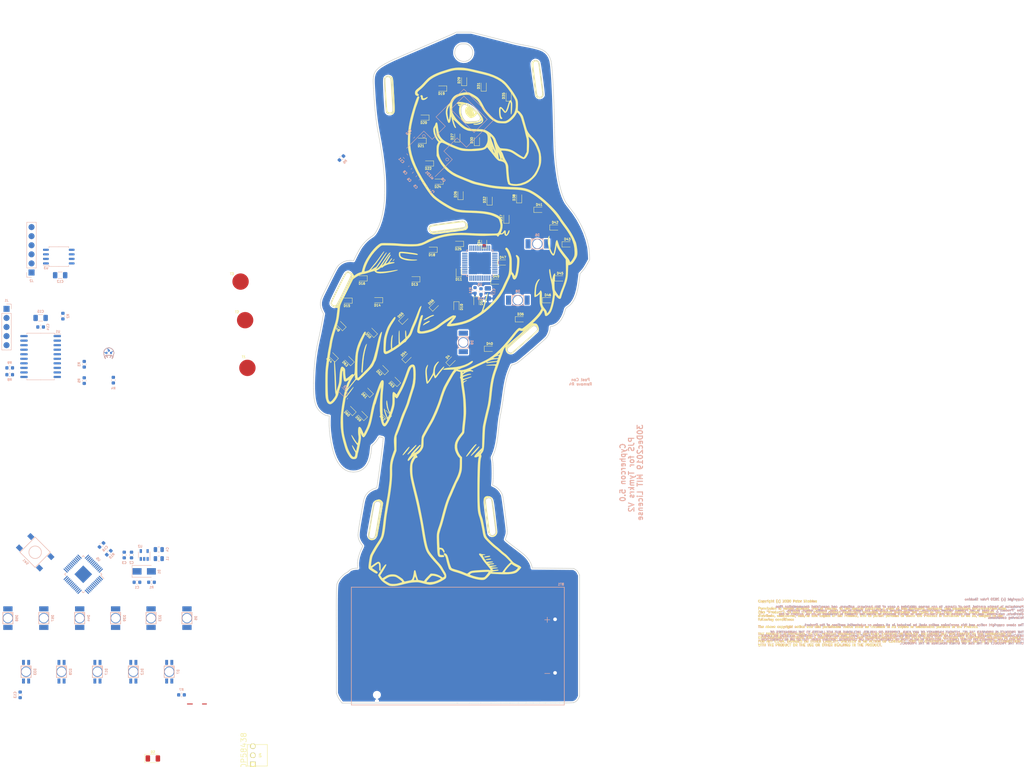
<source format=kicad_pcb>
(kicad_pcb (version 20171130) (host pcbnew "(5.1.5)-3")
  (title_block (title "Cyphercon 5.0") (date 2019-12-30) (rev V2) (company Tymkrs))
  (layers (0 F.Cu signal) (31 B.Cu signal) (34 B.Paste user hide) (35 F.Paste user hide) (36 B.SilkS user) (37 F.SilkS user hide) (38 B.Mask user hide) (39 F.Mask user hide) (44 Edge.Cuts user))
  (net 0 "")
  (net 1 "Net-(D10-Pad1)")
  (net 2 GND)
  (net 3 Sclk)
  (net 4 +3V3)
  (net 5 "Net-(BT1-Pad1)")
  (net 6 "Net-(C7-Pad2)")
  (net 7 "Net-(D2-Pad2)")
  (net 8 IR_OUT)
  (net 9 "Net-(D12-Pad1)")
  (net 10 "Net-(D13-Pad1)")
  (net 11 "Net-(D14-Pad1)")
  (net 12 "Net-(D15-Pad1)")
  (net 13 "Net-(D16-Pad1)")
  (net 14 "Net-(D17-Pad1)")
  (net 15 "Net-(D11-Pad1)")
  (net 16 EEPROM_CS)
  (net 17 MISO)
  (net 18 MOSI)
  (net 19 "Net-(D1-Pad2)")
  (net 20 oLED_DC)
  (net 21 oLED_Reset)
  (net 22 oLED_CS)
  (net 23 POST_CON)
  (net 24 IR_IN)
  (net 25 "Net-(C1-Pad2)")
  (net 26 "Net-(C5-Pad2)")
  (net 27 "Net-(C10-Pad2)")
  (net 28 "Net-(C10-Pad1)")
  (net 29 "Net-(C11-Pad2)")
  (net 30 "Net-(C11-Pad1)")
  (net 31 "Net-(D3-Pad1)")
  (net 32 "Net-(D4-Pad1)")
  (net 33 "Net-(D5-Pad1)")
  (net 34 "Net-(D6-Pad1)")
  (net 35 "Net-(D7-Pad4)")
  (net 36 "Net-(D7-Pad3)")
  (net 37 "Net-(D7-Pad1)")
  (net 38 "Net-(D8-Pad1)")
  (net 39 "Net-(D9-Pad1)")
  (net 40 "Net-(D12-Pad4)")
  (net 41 "Net-(D12-Pad3)")
  (net 42 "Net-(D17-Pad4)")
  (net 43 "Net-(D17-Pad3)")
  (net 44 "Net-(D18-Pad1)")
  (net 45 "Net-(D19-Pad1)")
  (net 46 "Net-(D20-Pad1)")
  (net 47 "Net-(D21-Pad1)")
  (net 48 "Net-(D22-Pad1)")
  (net 49 "Net-(D23-Pad1)")
  (net 50 "Net-(D24-Pad1)")
  (net 51 "Net-(D25-Pad1)")
  (net 52 "Net-(D26-Pad1)")
  (net 53 "Net-(D27-Pad1)")
  (net 54 "Net-(D28-Pad4)")
  (net 55 "Net-(D28-Pad3)")
  (net 56 "Net-(D28-Pad1)")
  (net 57 "Net-(D29-Pad1)")
  (net 58 "Net-(D30-Pad1)")
  (net 59 "Net-(D31-Pad1)")
  (net 60 "Net-(D32-Pad1)")
  (net 61 "Net-(D33-Pad4)")
  (net 62 "Net-(D33-Pad3)")
  (net 63 "Net-(D33-Pad1)")
  (net 64 "Net-(D34-Pad1)")
  (net 65 "Net-(D35-Pad1)")
  (net 66 "Net-(D36-Pad1)")
  (net 67 "Net-(D37-Pad1)")
  (net 68 "Net-(D38-Pad1)")
  (net 69 "Net-(D39-Pad1)")
  (net 70 "Net-(D40-Pad1)")
  (net 71 "Net-(D41-Pad1)")
  (net 72 "Net-(D42-Pad1)")
  (net 73 "Net-(D43-Pad1)")
  (net 74 "Net-(D44-Pad1)")
  (net 75 "Net-(D45-Pad1)")
  (net 76 "Net-(D46-Pad1)")
  (net 77 "Net-(D47-Pad1)")
  (net 78 "Net-(D48-Pad1)")
  (net 79 "Net-(D49-Pad1)")
  (net 80 "Net-(D50-Pad1)")
  (net 81 "Net-(D51-Pad1)")
  (net 82 "Net-(D52-Pad1)")
  (net 83 "Net-(D53-Pad1)")
  (net 84 "Net-(D54-Pad1)")
  (net 85 "Net-(D55-Pad1)")
  (net 86 "Net-(D56-Pad1)")
  (net 87 "Net-(J1-Pad5)")
  (net 88 "Net-(J1-Pad4)")
  (net 89 "Net-(J1-Pad1)")
  (net 90 SDA)
  (net 91 SCL)
  (net 92 "Net-(R10-Pad2)")
  (net 93 "Net-(R11-Pad2)")
  (net 94 "Net-(SW1-Pad1)")
  (net 95 "Net-(D57-Pad1)")
  (net 96 "Net-(D58-Pad1)")
  (net 97 "Net-(D59-Pad1)")
  (net 98 "Net-(D60-Pad1)")
  (net 99 "Net-(D61-Pad1)")
  (net 100 "Net-(D62-Pad1)")
  (net 101 "Net-(D63-Pad1)")
  (net 102 "Net-(D64-Pad1)")
  (net 103 "Net-(T1-Pad1)")
  (net 104 "Net-(T2-Pad1)")
  (net 105 "Net-(T3-Pad1)")
  (module LED_SMD:LED_0603_1608Metric (layer F.Cu) (at 90.551 99.695 135)
    (fp_text reference D64 (at 0 -1.43 135) (layer F.SilkS) (effects (font (size 0.635 0.635))))
    (fp_text value Pink_0603)
    (pad 2 smd roundrect (at 0.7875 0 135) (size 0.875 0.95) (layers F.Cu F.Paste F.Mask) (net 4 +3V3))
    (pad 1 smd roundrect (at -0.7875 0 135) (size 0.875 0.95) (layers F.Cu F.Paste F.Mask) (net 102 "Net-(D64-Pad1)"))
  )
  (module LED_SMD:LED_0603_1608Metric (layer F.Cu) (at 94.996 100.711 135)
    (fp_text reference D63 (at 0 -1.43 135) (layer F.SilkS) (effects (font (size 0.635 0.635))))
    (fp_text value Pink_0603)
    (pad 2 smd roundrect (at 0.7875 0 135) (size 0.875 0.95) (layers F.Cu F.Paste F.Mask) (net 4 +3V3))
    (pad 1 smd roundrect (at -0.7875 0 135) (size 0.875 0.95) (layers F.Cu F.Paste F.Mask) (net 101 "Net-(D63-Pad1)"))
  )
  (module LED_SMD:LED_0603_1608Metric (layer F.Cu) (at 105.41 115.824 135)
    (fp_text reference D62 (at 0 -1.43 135) (layer F.SilkS) (effects (font (size 0.635 0.635))))
    (fp_text value Pink_0603)
    (pad 2 smd roundrect (at 0.7875 0 135) (size 0.875 0.95) (layers F.Cu F.Paste F.Mask) (net 4 +3V3))
    (pad 1 smd roundrect (at -0.7875 0 135) (size 0.875 0.95) (layers F.Cu F.Paste F.Mask) (net 100 "Net-(D62-Pad1)"))
  )
  (module LED_SMD:LED_0603_1608Metric (layer F.Cu) (at 100.33 109.601 135)
    (fp_text reference D61 (at 0 -1.43 135) (layer F.SilkS) (effects (font (size 0.635 0.635))))
    (fp_text value Pink_0603)
    (pad 2 smd roundrect (at 0.7875 0 135) (size 0.875 0.95) (layers F.Cu F.Paste F.Mask) (net 4 +3V3))
    (pad 1 smd roundrect (at -0.7875 0 135) (size 0.875 0.95) (layers F.Cu F.Paste F.Mask) (net 99 "Net-(D61-Pad1)"))
  )
  (module LED_SMD:LED_0603_1608Metric (layer F.Cu) (at 95.504 114.681 135)
    (fp_text reference D60 (at 0 -1.43 135) (layer F.SilkS) (effects (font (size 0.635 0.635))))
    (fp_text value Pink_0603)
    (pad 2 smd roundrect (at 0.7875 0 135) (size 0.875 0.95) (layers F.Cu F.Paste F.Mask) (net 4 +3V3))
    (pad 1 smd roundrect (at -0.7875 0 135) (size 0.875 0.95) (layers F.Cu F.Paste F.Mask) (net 98 "Net-(D60-Pad1)"))
  )
  (module LED_SMD:LED_0603_1608Metric (layer F.Cu) (at 98.679 116.078 135)
    (fp_text reference D59 (at 0 -1.43 135) (layer F.SilkS) (effects (font (size 0.635 0.635))))
    (fp_text value Pink_0603)
    (pad 2 smd roundrect (at 0.7875 0 135) (size 0.875 0.95) (layers F.Cu F.Paste F.Mask) (net 4 +3V3))
    (pad 1 smd roundrect (at -0.7875 0 135) (size 0.875 0.95) (layers F.Cu F.Paste F.Mask) (net 97 "Net-(D59-Pad1)"))
  )
  (module LED_SMD:LED_0603_1608Metric (layer F.Cu) (at 118.999 85.471 45)
    (fp_text reference D56 (at 0 -1.43 45) (layer F.SilkS) (effects (font (size 0.635 0.635))))
    (fp_text value Pink_0603)
    (pad 2 smd roundrect (at 0.7875 0 45) (size 0.875 0.95) (layers F.Cu F.Paste F.Mask) (net 4 +3V3))
    (pad 1 smd roundrect (at -0.7875 0 45) (size 0.875 0.95) (layers F.Cu F.Paste F.Mask) (net 86 "Net-(D56-Pad1)"))
  )
  (module LED_SMD:LED_0603_1608Metric (layer F.Cu) (at 110.49 89.154 45)
    (fp_text reference D55 (at 0 -1.43 45) (layer F.SilkS) (effects (font (size 0.635 0.635))))
    (fp_text value Pink_0603)
    (pad 2 smd roundrect (at 0.7875 0 45) (size 0.875 0.95) (layers F.Cu F.Paste F.Mask) (net 4 +3V3))
    (pad 1 smd roundrect (at -0.7875 0 45) (size 0.875 0.95) (layers F.Cu F.Paste F.Mask) (net 85 "Net-(D55-Pad1)"))
  )
  (module LED_SMD:LED_0603_1608Metric (layer F.Cu) (at 111.379 99.949 45)
    (fp_text reference D54 (at 0 -1.43 45) (layer F.SilkS) (effects (font (size 0.635 0.635))))
    (fp_text value Pink_0603)
    (pad 2 smd roundrect (at 0.7875 0 45) (size 0.875 0.95) (layers F.Cu F.Paste F.Mask) (net 4 +3V3))
    (pad 1 smd roundrect (at -0.7875 0 45) (size 0.875 0.95) (layers F.Cu F.Paste F.Mask) (net 84 "Net-(D54-Pad1)"))
  )
  (module LED_SMD:LED_0603_1608Metric (layer F.Cu) (at 107.95 106.553 135)
    (fp_text reference D53 (at 0 -1.43 135) (layer F.SilkS) (effects (font (size 0.635 0.635))))
    (fp_text value Pink_0603)
    (pad 2 smd roundrect (at 0.7875 0 135) (size 0.875 0.95) (layers F.Cu F.Paste F.Mask) (net 4 +3V3))
    (pad 1 smd roundrect (at -0.7875 0 135) (size 0.875 0.95) (layers F.Cu F.Paste F.Mask) (net 83 "Net-(D53-Pad1)"))
  )
  (module LED_SMD:LED_0603_1608Metric (layer F.Cu) (at 104.521 103.251 135)
    (fp_text reference D52 (at 0 -1.43 135) (layer F.SilkS) (effects (font (size 0.635 0.635))))
    (fp_text value Pink_0603)
    (pad 2 smd roundrect (at 0.7875 0 135) (size 0.875 0.95) (layers F.Cu F.Paste F.Mask) (net 4 +3V3))
    (pad 1 smd roundrect (at -0.7875 0 135) (size 0.875 0.95) (layers F.Cu F.Paste F.Mask) (net 82 "Net-(D52-Pad1)"))
  )
  (module LED_SMD:LED_0603_1608Metric (layer F.Cu) (at 130.683 84.455 270)
    (fp_text reference D51 (at 0 -1.43 90) (layer F.SilkS) (effects (font (size 0.635 0.635))))
    (fp_text value Pink_0603)
    (pad 2 smd roundrect (at 0.7875 0 270) (size 0.875 0.95) (layers F.Cu F.Paste F.Mask) (net 4 +3V3))
    (pad 1 smd roundrect (at -0.7875 0 270) (size 0.875 0.95) (layers F.Cu F.Paste F.Mask) (net 81 "Net-(D51-Pad1)"))
  )
  (module LED_SMD:LED_0603_1608Metric (layer F.Cu) (at 101.473 92.837 135)
    (fp_text reference D50 (at 0 -1.43 135) (layer F.SilkS) (effects (font (size 0.635 0.635))))
    (fp_text value Pink_0603)
    (pad 2 smd roundrect (at 0.7875 0 135) (size 0.875 0.95) (layers F.Cu F.Paste F.Mask) (net 4 +3V3))
    (pad 1 smd roundrect (at -0.7875 0 135) (size 0.875 0.95) (layers F.Cu F.Paste F.Mask) (net 80 "Net-(D50-Pad1)"))
  )
  (module LED_SMD:LED_0603_1608Metric (layer F.Cu) (at 136.144 78.74)
    (fp_text reference D49 (at 0 -1.43) (layer F.SilkS) (effects (font (size 0.635 0.635))))
    (fp_text value Pink_0603)
    (pad 2 smd roundrect (at 0.7875 0) (size 0.875 0.95) (layers F.Cu F.Paste F.Mask) (net 4 +3V3))
    (pad 1 smd roundrect (at -0.7875 0) (size 0.875 0.95) (layers F.Cu F.Paste F.Mask) (net 79 "Net-(D49-Pad1)"))
  )
  (module LED_SMD:LED_0603_1608Metric (layer F.Cu) (at 92.71 90.932 135)
    (fp_text reference D48 (at 0 -1.43 135) (layer F.SilkS) (effects (font (size 0.635 0.635))))
    (fp_text value Pink_0603)
    (pad 2 smd roundrect (at 0.7875 0 135) (size 0.875 0.95) (layers F.Cu F.Paste F.Mask) (net 4 +3V3))
    (pad 1 smd roundrect (at -0.7875 0 135) (size 0.875 0.95) (layers F.Cu F.Paste F.Mask) (net 78 "Net-(D48-Pad1)"))
  )
  (module LED_SMD:LED_0603_1608Metric (layer F.Cu) (at 138.049 73.406)
    (fp_text reference D47 (at 0 -1.43) (layer F.SilkS) (effects (font (size 0.635 0.635))))
    (fp_text value Pink_0603)
    (pad 2 smd roundrect (at 0.7875 0) (size 0.875 0.95) (layers F.Cu F.Paste F.Mask) (net 4 +3V3))
    (pad 1 smd roundrect (at -0.7875 0) (size 0.875 0.95) (layers F.Cu F.Paste F.Mask) (net 77 "Net-(D47-Pad1)"))
  )
  (module LED_SMD:LED_0603_1608Metric (layer F.Cu) (at 150.622 83.947)
    (fp_text reference D46 (at 0 -1.43) (layer F.SilkS) (effects (font (size 0.635 0.635))))
    (fp_text value Pink_0603)
    (pad 2 smd roundrect (at 0.7875 0) (size 0.875 0.95) (layers F.Cu F.Paste F.Mask) (net 4 +3V3))
    (pad 1 smd roundrect (at -0.7875 0) (size 0.875 0.95) (layers F.Cu F.Paste F.Mask) (net 76 "Net-(D46-Pad1)"))
  )
  (module LED_SMD:LED_0603_1608Metric (layer F.Cu) (at 154.051 77.851)
    (fp_text reference D45 (at 0 -1.43) (layer F.SilkS) (effects (font (size 0.635 0.635))))
    (fp_text value Pink_0603)
    (pad 2 smd roundrect (at 0.7875 0) (size 0.875 0.95) (layers F.Cu F.Paste F.Mask) (net 4 +3V3))
    (pad 1 smd roundrect (at -0.7875 0) (size 0.875 0.95) (layers F.Cu F.Paste F.Mask) (net 75 "Net-(D45-Pad1)"))
  )
  (module LED_SMD:LED_0603_1608Metric (layer F.Cu) (at 156.083 68.326)
    (fp_text reference D43 (at 0 -1.43) (layer F.SilkS) (effects (font (size 0.635 0.635))))
    (fp_text value Pink_0603)
    (pad 2 smd roundrect (at 0.7875 0) (size 0.875 0.95) (layers F.Cu F.Paste F.Mask) (net 4 +3V3))
    (pad 1 smd roundrect (at -0.7875 0) (size 0.875 0.95) (layers F.Cu F.Paste F.Mask) (net 73 "Net-(D43-Pad1)"))
  )
  (module LED_SMD:LED_0603_1608Metric (layer F.Cu) (at 152.654 63.627)
    (fp_text reference D42 (at 0 -1.43) (layer F.SilkS) (effects (font (size 0.635 0.635))))
    (fp_text value Pink_0603)
    (pad 2 smd roundrect (at 0.7875 0) (size 0.875 0.95) (layers F.Cu F.Paste F.Mask) (net 4 +3V3))
    (pad 1 smd roundrect (at -0.7875 0) (size 0.875 0.95) (layers F.Cu F.Paste F.Mask) (net 72 "Net-(D42-Pad1)"))
  )
  (module LED_SMD:LED_0603_1608Metric (layer F.Cu) (at 148.209 58.674)
    (fp_text reference D41 (at 0 -1.43) (layer F.SilkS) (effects (font (size 0.635 0.635))))
    (fp_text value Pink_0603)
    (pad 2 smd roundrect (at 0.7875 0) (size 0.875 0.95) (layers F.Cu F.Paste F.Mask) (net 4 +3V3))
    (pad 1 smd roundrect (at -0.7875 0) (size 0.875 0.95) (layers F.Cu F.Paste F.Mask) (net 71 "Net-(D41-Pad1)"))
  )
  (module LED_SMD:LED_0603_1608Metric (layer F.Cu) (at 134.366 97.536)
    (fp_text reference D40 (at 0 -1.43) (layer F.SilkS) (effects (font (size 0.635 0.635))))
    (fp_text value Pink_0603)
    (pad 2 smd roundrect (at 0.7875 0) (size 0.875 0.95) (layers F.Cu F.Paste F.Mask) (net 4 +3V3))
    (pad 1 smd roundrect (at -0.7875 0) (size 0.875 0.95) (layers F.Cu F.Paste F.Mask) (net 70 "Net-(D40-Pad1)"))
  )
  (module LED_SMD:LED_0603_1608Metric (layer F.Cu) (at 142.621 55.245 90)
    (fp_text reference D38 (at 0 -1.43 90) (layer F.SilkS) (effects (font (size 0.635 0.635))))
    (fp_text value Pink_0603)
    (pad 2 smd roundrect (at 0.7875 0 90) (size 0.875 0.95) (layers F.Cu F.Paste F.Mask) (net 4 +3V3))
    (pad 1 smd roundrect (at -0.7875 0 90) (size 0.875 0.95) (layers F.Cu F.Paste F.Mask) (net 68 "Net-(D38-Pad1)"))
  )
  (module LED_SMD:LED_0603_1608Metric (layer F.Cu) (at 139.065 60.96 90)
    (fp_text reference D37 (at 0 -1.43 90) (layer F.SilkS) (effects (font (size 0.635 0.635))))
    (fp_text value Pink_0603)
    (pad 2 smd roundrect (at 0.7875 0 90) (size 0.875 0.95) (layers F.Cu F.Paste F.Mask) (net 4 +3V3))
    (pad 1 smd roundrect (at -0.7875 0 90) (size 0.875 0.95) (layers F.Cu F.Paste F.Mask) (net 67 "Net-(D37-Pad1)"))
  )
  (module LED_SMD:LED_0603_1608Metric (layer F.Cu) (at 143.002 89.281)
    (fp_text reference D36 (at 0 -1.43) (layer F.SilkS) (effects (font (size 0.635 0.635))))
    (fp_text value Pink_0603)
    (pad 2 smd roundrect (at 0.7875 0) (size 0.875 0.95) (layers F.Cu F.Paste F.Mask) (net 4 +3V3))
    (pad 1 smd roundrect (at -0.7875 0) (size 0.875 0.95) (layers F.Cu F.Paste F.Mask) (net 66 "Net-(D36-Pad1)"))
  )
  (module LED_SMD:LED_0603_1608Metric (layer F.Cu) (at 139.7 26.797 90)
    (fp_text reference D35 (at 0 -1.43 90) (layer F.SilkS) (effects (font (size 0.635 0.635))))
    (fp_text value Pink_0603)
    (pad 2 smd roundrect (at 0.7875 0 90) (size 0.875 0.95) (layers F.Cu F.Paste F.Mask) (net 4 +3V3))
    (pad 1 smd roundrect (at -0.7875 0 90) (size 0.875 0.95) (layers F.Cu F.Paste F.Mask) (net 65 "Net-(D35-Pad1)"))
  )
  (module LED_SMD:LED_0603_1608Metric (layer F.Cu) (at 132.842 67.945 90)
    (fp_text reference D34 (at 0 -1.43 90) (layer F.SilkS) (effects (font (size 0.635 0.635))))
    (fp_text value Pink_0603)
    (pad 2 smd roundrect (at 0.7875 0 90) (size 0.875 0.95) (layers F.Cu F.Paste F.Mask) (net 4 +3V3))
    (pad 1 smd roundrect (at -0.7875 0 90) (size 0.875 0.95) (layers F.Cu F.Paste F.Mask) (net 64 "Net-(D34-Pad1)"))
  )
  (module LED_SMD:LED_0603_1608Metric (layer F.Cu) (at 134.366 55.88 90)
    (fp_text reference D32 (at 0 -1.43 90) (layer F.SilkS) (effects (font (size 0.635 0.635))))
    (fp_text value Pink_0603)
    (pad 2 smd roundrect (at 0.7875 0 90) (size 0.875 0.95) (layers F.Cu F.Paste F.Mask) (net 4 +3V3))
    (pad 1 smd roundrect (at -0.7875 0 90) (size 0.875 0.95) (layers F.Cu F.Paste F.Mask) (net 60 "Net-(D32-Pad1)"))
  )
  (module LED_SMD:LED_0603_1608Metric (layer F.Cu) (at 132.715 24.003 90)
    (fp_text reference D31 (at 0 -1.43 90) (layer F.SilkS) (effects (font (size 0.635 0.635))))
    (fp_text value Pink_0603)
    (pad 2 smd roundrect (at 0.7875 0 90) (size 0.875 0.95) (layers F.Cu F.Paste F.Mask) (net 4 +3V3))
    (pad 1 smd roundrect (at -0.7875 0 90) (size 0.875 0.95) (layers F.Cu F.Paste F.Mask) (net 59 "Net-(D31-Pad1)"))
  )
  (module LED_SMD:LED_0603_1608Metric (layer F.Cu) (at 130.81 39.243 90)
    (fp_text reference D30 (at 0 -1.43 90) (layer F.SilkS) (effects (font (size 0.635 0.635))))
    (fp_text value Pink_0603)
    (pad 2 smd roundrect (at 0.7875 0 90) (size 0.875 0.95) (layers F.Cu F.Paste F.Mask) (net 4 +3V3))
    (pad 1 smd roundrect (at -0.7875 0 90) (size 0.875 0.95) (layers F.Cu F.Paste F.Mask) (net 58 "Net-(D30-Pad1)"))
  )
  (module LED_SMD:LED_0603_1608Metric (layer F.Cu) (at 127.254 22.479 90)
    (fp_text reference D29 (at 0 -1.43 90) (layer F.SilkS) (effects (font (size 0.635 0.635))))
    (fp_text value Pink_0603)
    (pad 2 smd roundrect (at 0.7875 0 90) (size 0.875 0.95) (layers F.Cu F.Paste F.Mask) (net 4 +3V3))
    (pad 1 smd roundrect (at -0.7875 0 90) (size 0.875 0.95) (layers F.Cu F.Paste F.Mask) (net 57 "Net-(D29-Pad1)"))
  )
  (module LED_SMD:LED_0603_1608Metric (layer F.Cu) (at 125.349 38.227 90)
    (fp_text reference D27 (at 0 -1.43 90) (layer F.SilkS) (effects (font (size 0.635 0.635))))
    (fp_text value Pink_0603)
    (pad 2 smd roundrect (at 0.7875 0 90) (size 0.875 0.95) (layers F.Cu F.Paste F.Mask) (net 4 +3V3))
    (pad 1 smd roundrect (at -0.7875 0 90) (size 0.875 0.95) (layers F.Cu F.Paste F.Mask) (net 53 "Net-(D27-Pad1)"))
  )
  (module LED_SMD:LED_0603_1608Metric (layer F.Cu) (at 126.238 54.356 90)
    (fp_text reference D26 (at 0 -1.43 90) (layer F.SilkS) (effects (font (size 0.635 0.635))))
    (fp_text value Pink_0603)
    (pad 2 smd roundrect (at 0.7875 0 90) (size 0.875 0.95) (layers F.Cu F.Paste F.Mask) (net 4 +3V3))
    (pad 1 smd roundrect (at -0.7875 0 90) (size 0.875 0.95) (layers F.Cu F.Paste F.Mask) (net 52 "Net-(D26-Pad1)"))
  )
  (module LED_SMD:LED_0603_1608Metric (layer F.Cu) (at 125.603 68.199 180)
    (fp_text reference D25 (at 0 -1.43) (layer F.SilkS) (effects (font (size 0.635 0.635))))
    (fp_text value Pink_0603)
    (pad 2 smd roundrect (at 0.7875 0 180) (size 0.875 0.95) (layers F.Cu F.Paste F.Mask) (net 4 +3V3))
    (pad 1 smd roundrect (at -0.7875 0 180) (size 0.875 0.95) (layers F.Cu F.Paste F.Mask) (net 51 "Net-(D25-Pad1)"))
  )
  (module LED_SMD:LED_0603_1608Metric (layer F.Cu) (at 119.888 50.8 180)
    (fp_text reference D24 (at 0 -1.43) (layer F.SilkS) (effects (font (size 0.635 0.635))))
    (fp_text value Pink_0603)
    (pad 2 smd roundrect (at 0.7875 0 180) (size 0.875 0.95) (layers F.Cu F.Paste F.Mask) (net 4 +3V3))
    (pad 1 smd roundrect (at -0.7875 0 180) (size 0.875 0.95) (layers F.Cu F.Paste F.Mask) (net 50 "Net-(D24-Pad1)"))
  )
  (module LED_SMD:LED_0603_1608Metric (layer F.Cu) (at 117.221 45.72 180)
    (fp_text reference D22 (at 0 -1.43) (layer F.SilkS) (effects (font (size 0.635 0.635))))
    (fp_text value Pink_0603)
    (pad 2 smd roundrect (at 0.7875 0 180) (size 0.875 0.95) (layers F.Cu F.Paste F.Mask) (net 4 +3V3))
    (pad 1 smd roundrect (at -0.7875 0 180) (size 0.875 0.95) (layers F.Cu F.Paste F.Mask) (net 48 "Net-(D22-Pad1)"))
  )
  (module LED_SMD:LED_0603_1608Metric (layer F.Cu) (at 115.189 39.37 180)
    (fp_text reference D21 (at 0 -1.43) (layer F.SilkS) (effects (font (size 0.635 0.635))))
    (fp_text value Pink_0603)
    (pad 2 smd roundrect (at 0.7875 0 180) (size 0.875 0.95) (layers F.Cu F.Paste F.Mask) (net 4 +3V3))
    (pad 1 smd roundrect (at -0.7875 0 180) (size 0.875 0.95) (layers F.Cu F.Paste F.Mask) (net 47 "Net-(D21-Pad1)"))
  )
  (module LED_SMD:LED_0603_1608Metric (layer F.Cu) (at 115.951 32.893 180)
    (fp_text reference D20 (at 0 -1.43) (layer F.SilkS) (effects (font (size 0.635 0.635))))
    (fp_text value Pink_0603)
    (pad 2 smd roundrect (at 0.7875 0 180) (size 0.875 0.95) (layers F.Cu F.Paste F.Mask) (net 4 +3V3))
    (pad 1 smd roundrect (at -0.7875 0 180) (size 0.875 0.95) (layers F.Cu F.Paste F.Mask) (net 46 "Net-(D20-Pad1)"))
  )
  (module LED_SMD:LED_0603_1608Metric (layer F.Cu) (at 120.904 24.765 180)
    (fp_text reference D19 (at 0 -1.43) (layer F.SilkS) (effects (font (size 0.635 0.635))))
    (fp_text value Pink_0603)
    (pad 2 smd roundrect (at 0.7875 0 180) (size 0.875 0.95) (layers F.Cu F.Paste F.Mask) (net 4 +3V3))
    (pad 1 smd roundrect (at -0.7875 0 180) (size 0.875 0.95) (layers F.Cu F.Paste F.Mask) (net 45 "Net-(D19-Pad1)"))
  )
  (module LED_SMD:LED_0603_1608Metric (layer F.Cu) (at 118.237 69.85 180)
    (fp_text reference D18 (at 0 -1.43) (layer F.SilkS) (effects (font (size 0.635 0.635))))
    (fp_text value Pink_0603)
    (pad 2 smd roundrect (at 0.7875 0 180) (size 0.875 0.95) (layers F.Cu F.Paste F.Mask) (net 4 +3V3))
    (pad 1 smd roundrect (at -0.7875 0 180) (size 0.875 0.95) (layers F.Cu F.Paste F.Mask) (net 44 "Net-(D18-Pad1)"))
  )
  (module LED_SMD:LED_0603_1608Metric (layer F.Cu) (at 98.679 77.851 180)
    (fp_text reference D16 (at 0 -1.43) (layer F.SilkS) (effects (font (size 0.635 0.635))))
    (fp_text value Pink_0603)
    (pad 2 smd roundrect (at 0.7875 0 180) (size 0.875 0.95) (layers F.Cu F.Paste F.Mask) (net 4 +3V3))
    (pad 1 smd roundrect (at -0.7875 0 180) (size 0.875 0.95) (layers F.Cu F.Paste F.Mask) (net 13 "Net-(D16-Pad1)"))
  )
  (module LED_SMD:LED_0603_1608Metric (layer F.Cu) (at 94.488 84.074 180)
    (fp_text reference D15 (at 0 -1.43) (layer F.SilkS) (effects (font (size 0.635 0.635))))
    (fp_text value Pink_0603)
    (pad 2 smd roundrect (at 0.7875 0 180) (size 0.875 0.95) (layers F.Cu F.Paste F.Mask) (net 4 +3V3))
    (pad 1 smd roundrect (at -0.7875 0 180) (size 0.875 0.95) (layers F.Cu F.Paste F.Mask) (net 12 "Net-(D15-Pad1)"))
  )
  (module LED_SMD:LED_0603_1608Metric (layer F.Cu) (at 123.698 100.838 45)
    (fp_text reference D4 (at 0 -1.43 45) (layer F.SilkS) (effects (font (size 0.635 0.635))))
    (fp_text value Pink_0603)
    (pad 2 smd roundrect (at 0.7875 0 45) (size 0.875 0.95) (layers F.Cu F.Paste F.Mask) (net 4 +3V3))
    (pad 1 smd roundrect (at -0.7875 0 45) (size 0.875 0.95) (layers F.Cu F.Paste F.Mask) (net 32 "Net-(D4-Pad1)"))
  )
  (module PJS_smt_parts:Touch_180mil (layer F.Cu) (at 66.04 89.535)
    (fp_text reference T2 (at -2.286 -2.286) (layer F.SilkS) (effects (font (size 0.635 0.635))))
    (fp_text value Pad)
    (pad 1 smd circle (at 0 0) (size 4.572 4.572) (layers F.Cu) (net 104 "Net-(T2-Pad1)"))
  )
  (module PJS_smt_parts:Touch_180mil (layer F.Cu) (at 64.77 78.74)
    (fp_text reference T3 (at -2.413 -2.159) (layer F.SilkS) (effects (font (size 0.635 0.635))))
    (fp_text value Pad)
    (pad 1 smd circle (at 0 0) (size 4.572 4.572) (layers F.Cu) (net 105 "Net-(T3-Pad1)"))
  )
  (module PJS_smt_parts:Touch_180mil (layer F.Cu) (at 66.675 102.87)
    (fp_text reference T1 (at -1.016 -3.048) (layer F.SilkS) (effects (font (size 0.635 0.635))))
    (fp_text value Pad)
    (pad 1 smd circle (at 0 0) (size 4.572 4.572) (layers F.Cu) (net 103 "Net-(T1-Pad1)"))
  )
  (module LED_SMD:LED_0603_1608Metric (layer F.Cu) (at 113.411 78.105 180)
    (fp_text reference D13 (at 0 -1.43) (layer F.SilkS) (effects (font (size 0.635 0.635))))
    (fp_text value Pink_0603)
    (pad 2 smd roundrect (at 0.7875 0 180) (size 0.875 0.95) (layers F.Cu F.Paste F.Mask) (net 4 +3V3))
    (pad 1 smd roundrect (at -0.7875 0 180) (size 0.875 0.95) (layers F.Cu F.Paste F.Mask) (net 10 "Net-(D13-Pad1)"))
  )
  (module LED_SMD:LED_0603_1608Metric (layer F.Cu) (at 125.73 75.946 90)
    (fp_text reference D11 (at -2.162714 0.008922) (layer F.SilkS) (effects (font (size 0.635 0.635))))
    (fp_text value Pink_0603)
    (pad 2 smd roundrect (at 0.7875 0 90) (size 0.875 0.95) (layers F.Cu F.Paste F.Mask) (net 4 +3V3))
    (pad 1 smd roundrect (at -0.7875 0 90) (size 0.875 0.95) (layers F.Cu F.Paste F.Mask) (net 15 "Net-(D11-Pad1)"))
  )
  (module LED_SMD:LED_0603_1608Metric (layer F.Cu) (at 102.997 83.947 180)
    (fp_text reference D14 (at 0 -1.43) (layer F.SilkS) (effects (font (size 0.635 0.635))))
    (fp_text value Pink_0603)
    (pad 2 smd roundrect (at 0.7875 0 180) (size 0.875 0.95) (layers F.Cu F.Paste F.Mask) (net 4 +3V3))
    (pad 1 smd roundrect (at -0.7875 0 180) (size 0.875 0.95) (layers F.Cu F.Paste F.Mask) (net 11 "Net-(D14-Pad1)"))
  )
  (module LED_SMD:LED_0603_1608Metric (layer F.Cu) (at 125.095 85.852 270)
    (fp_text reference D10 (at 0 -1.43 90) (layer F.SilkS) (effects (font (size 0.635 0.635))))
    (fp_text value Pink_0603)
    (pad 2 smd roundrect (at 0.7875 0 270) (size 0.875 0.95) (layers F.Cu F.Paste F.Mask) (net 4 +3V3))
    (pad 1 smd roundrect (at -0.7875 0 270) (size 0.875 0.95) (layers F.Cu F.Paste F.Mask) (net 1 "Net-(D10-Pad1)"))
  )
  (module tymkrs:cypheron2020_flamingo_eye (layer F.Cu) (at 127 101.6)
    (fp_text reference icon11 hide)
    (fp_text value "Eye location" hide)
  )
  (module tymkrs:cypheron2020_flamingo_silk (layer F.Cu) (at 127 101.6)
    (fp_text reference icon10 hide)
    (fp_text value Silk hide)
  )
  (module tymkrs:cypheron2020_flamingo_led_guide (layer F.Cu) (at 127 101.6)
    (fp_text reference icon9 hide)
    (fp_text value "LED guide" hide)
  )
  (module tymkrs:cypheron2020_flamingo_icons_soldermask (layer F.Cu) (at 127 101.6)
    (fp_text reference icon8 hide)
    (fp_text value "Icon soldermask" hide)
  )
  (module tymkrs:cypheron2020_flamingo_icons_copperkeepout (layer F.Cu) (at 127 101.6)
    (fp_text reference icon7 hide)
    (fp_text value "Icon keepout" hide)
  )
  (module tymkrs:cypheron2020_flamingo_cuts (layer F.Cu) (at 127 101.6)
    (fp_text reference icon6 hide)
    (fp_text value "Cut lines" hide)
    (fp_line (start 7.389769 -91.29371) (end 7.389769 -91.29371) (layer Edge.Cuts) (width 0.18))
    (fp_line (start 2.229538 -92.6) (end 7.389769 -91.29371) (layer Edge.Cuts) (width 0.18))
    (fp_line (start -1.971816 -92.6) (end 2.229538 -92.6) (layer Edge.Cuts) (width 0.18))
    (fp_line (start -2.560908 -92.295034) (end -1.971816 -92.6) (layer Edge.Cuts) (width 0.18))
    (fp_line (start -2.637201 -92.257948) (end -2.560908 -92.295034) (layer Edge.Cuts) (width 0.18))
    (fp_line (start -2.912126 -92.132303) (end -2.637201 -92.257948) (layer Edge.Cuts) (width 0.18))
    (fp_line (start -3.348103 -91.938108) (end -2.912126 -92.132303) (layer Edge.Cuts) (width 0.18))
    (fp_line (start -3.930266 -91.681823) (end -3.348103 -91.938108) (layer Edge.Cuts) (width 0.18))
    (fp_line (start -4.643752 -91.36991) (end -3.930266 -91.681823) (layer Edge.Cuts) (width 0.18))
    (fp_line (start -5.473695 -91.00883) (end -4.643752 -91.36991) (layer Edge.Cuts) (width 0.18))
    (fp_line (start -6.405231 -90.605045) (end -5.473695 -91.00883) (layer Edge.Cuts) (width 0.18))
    (fp_line (start -7.423494 -90.165015) (end -6.405231 -90.605045) (layer Edge.Cuts) (width 0.18))
    (fp_line (start -8.51362 -89.695201) (end -7.423494 -90.165015) (layer Edge.Cuts) (width 0.18))
    (fp_line (start -9.660744 -89.202066) (end -8.51362 -89.695201) (layer Edge.Cuts) (width 0.18))
    (fp_line (start -10.85 -88.692069) (end -9.660744 -89.202066) (layer Edge.Cuts) (width 0.18))
    (fp_line (start -11.956138 -88.218244) (end -10.85 -88.692069) (layer Edge.Cuts) (width 0.18))
    (fp_line (start -13.338711 -87.625692) (end -11.956138 -88.218244) (layer Edge.Cuts) (width 0.18))
    (fp_line (start -14.559715 -87.101751) (end -13.338711 -87.625692) (layer Edge.Cuts) (width 0.18))
    (fp_line (start -15.563525 -86.670102) (end -14.559715 -87.101751) (layer Edge.Cuts) (width 0.18))
    (fp_line (start -2.383801 -87.08611) (end -2.393363 -86.670102) (layer Edge.Cuts) (width 0.18))
    (fp_line (start -2.347045 -87.424187) (end -2.383801 -87.08611) (layer Edge.Cuts) (width 0.18))
    (fp_line (start -2.148643 -88.07575) (end -2.347045 -87.424187) (layer Edge.Cuts) (width 0.18))
    (fp_line (start -1.785659 -88.61513) (end -2.148643 -88.07575) (layer Edge.Cuts) (width 0.18))
    (fp_line (start -1.255199 -89.047357) (end -1.785659 -88.61513) (layer Edge.Cuts) (width 0.18))
    (fp_line (start -1.120438 -89.128509) (end -1.255199 -89.047357) (layer Edge.Cuts) (width 0.18))
    (fp_line (start -0.882995 -89.247592) (end -1.120438 -89.128509) (layer Edge.Cuts) (width 0.18))
    (fp_line (start -0.644472 -89.314343) (end -0.882995 -89.247592) (layer Edge.Cuts) (width 0.18))
    (fp_line (start -0.338616 -89.343551) (end -0.644472 -89.314343) (layer Edge.Cuts) (width 0.18))
    (fp_line (start 0.100828 -89.35) (end -0.338616 -89.343551) (layer Edge.Cuts) (width 0.18))
    (fp_line (start 0.453821 -89.347282) (end 0.100828 -89.35) (layer Edge.Cuts) (width 0.18))
    (fp_line (start 0.772288 -89.32697) (end 0.453821 -89.347282) (layer Edge.Cuts) (width 0.18))
    (fp_line (start 1.010035 -89.271983) (end 0.772288 -89.32697) (layer Edge.Cuts) (width 0.18))
    (fp_line (start 1.233633 -89.165306) (end 1.010035 -89.271983) (layer Edge.Cuts) (width 0.18))
    (fp_line (start 1.509655 -88.989924) (end 1.233633 -89.165306) (layer Edge.Cuts) (width 0.18))
    (fp_line (start 1.807027 -88.762214) (end 1.509655 -88.989924) (layer Edge.Cuts) (width 0.18))
    (fp_line (start 2.256642 -88.24799) (end 1.807027 -88.762214) (layer Edge.Cuts) (width 0.18))
    (fp_line (start 2.544653 -87.655684) (end 2.256642 -88.24799) (layer Edge.Cuts) (width 0.18))
    (fp_line (start 2.662899 -87.016726) (end 2.544653 -87.655684) (layer Edge.Cuts) (width 0.18))
    (fp_line (start 2.603221 -86.362544) (end 2.662899 -87.016726) (layer Edge.Cuts) (width 0.18))
    (fp_line (start 2.357457 -85.724568) (end 2.603221 -86.362544) (layer Edge.Cuts) (width 0.18))
    (fp_line (start 2.080442 -85.306811) (end 2.357457 -85.724568) (layer Edge.Cuts) (width 0.18))
    (fp_line (start 1.597106 -84.852693) (end 2.080442 -85.306811) (layer Edge.Cuts) (width 0.18))
    (fp_line (start 0.98902 -84.546127) (end 1.597106 -84.852693) (layer Edge.Cuts) (width 0.18))
    (fp_line (start 0.663223 -84.455339) (end 0.98902 -84.546127) (layer Edge.Cuts) (width 0.18))
    (fp_line (start -0.010982 -84.40909) (end 0.663223 -84.455339) (layer Edge.Cuts) (width 0.18))
    (fp_line (start -0.663838 -84.53983) (end -0.010982 -84.40909) (layer Edge.Cuts) (width 0.18))
    (fp_line (start -1.261516 -84.8335) (end -0.663838 -84.53983) (layer Edge.Cuts) (width 0.18))
    (fp_line (start -1.770191 -85.276037) (end -1.261516 -84.8335) (layer Edge.Cuts) (width 0.18))
    (fp_line (start -2.156036 -85.853384) (end -1.770191 -85.276037) (layer Edge.Cuts) (width 0.18))
    (fp_line (start -2.248078 -86.050878) (end -2.156036 -85.853384) (layer Edge.Cuts) (width 0.18))
    (fp_line (start -2.35397 -86.356672) (end -2.248078 -86.050878) (layer Edge.Cuts) (width 0.18))
    (fp_line (start -2.393363 -86.670102) (end -2.35397 -86.356672) (layer Edge.Cuts) (width 0.18))
    (fp_line (start -15.632116 -86.640607) (end -15.563525 -86.670102) (layer Edge.Cuts) (width 0.18))
    (fp_line (start -16.56888 -86.236445) (end -15.632116 -86.640607) (layer Edge.Cuts) (width 0.18))
    (fp_line (start -17.382973 -85.883453) (end -16.56888 -86.236445) (layer Edge.Cuts) (width 0.18))
    (fp_line (start -18.087361 -85.575817) (end -17.382973 -85.883453) (layer Edge.Cuts) (width 0.18))
    (fp_line (start -18.69501 -85.307722) (end -18.087361 -85.575817) (layer Edge.Cuts) (width 0.18))
    (fp_line (start -19.218887 -85.073355) (end -18.69501 -85.307722) (layer Edge.Cuts) (width 0.18))
    (fp_line (start -19.671956 -84.866902) (end -19.218887 -85.073355) (layer Edge.Cuts) (width 0.18))
    (fp_line (start -20.067185 -84.682549) (end -19.671956 -84.866902) (layer Edge.Cuts) (width 0.18))
    (fp_line (start -20.417539 -84.514482) (end -20.067185 -84.682549) (layer Edge.Cuts) (width 0.18))
    (fp_line (start -20.735985 -84.356888) (end -20.417539 -84.514482) (layer Edge.Cuts) (width 0.18))
    (fp_line (start -21.035487 -84.203953) (end -20.735985 -84.356888) (layer Edge.Cuts) (width 0.18))
    (fp_line (start -21.329014 -84.049862) (end -21.035487 -84.203953) (layer Edge.Cuts) (width 0.18))
    (fp_line (start -21.629529 -83.888803) (end -21.329014 -84.049862) (layer Edge.Cuts) (width 0.18))
    (fp_line (start -21.843701 -83.772624) (end -21.629529 -83.888803) (layer Edge.Cuts) (width 0.18))
    (fp_line (start 19.227145 -83.959395) (end 19.2 -83.772624) (layer Edge.Cuts) (width 0.18))
    (fp_line (start 19.396351 -84.303614) (end 19.227145 -83.959395) (layer Edge.Cuts) (width 0.18))
    (fp_line (start 19.672155 -84.590077) (end 19.396351 -84.303614) (layer Edge.Cuts) (width 0.18))
    (fp_line (start 19.998015 -84.749565) (end 19.672155 -84.590077) (layer Edge.Cuts) (width 0.18))
    (fp_line (start 20.162886 -84.768552) (end 19.998015 -84.749565) (layer Edge.Cuts) (width 0.18))
    (fp_line (start 20.556672 -84.689197) (end 20.162886 -84.768552) (layer Edge.Cuts) (width 0.18))
    (fp_line (start 20.899482 -84.460837) (end 20.556672 -84.689197) (layer Edge.Cuts) (width 0.18))
    (fp_line (start 21.130723 -84.117296) (end 20.899482 -84.460837) (layer Edge.Cuts) (width 0.18))
    (fp_line (start 21.158968 -84.02498) (end 21.130723 -84.117296) (layer Edge.Cuts) (width 0.18))
    (fp_line (start 21.223945 -83.725654) (end 21.158968 -84.02498) (layer Edge.Cuts) (width 0.18))
    (fp_line (start 21.305189 -83.274148) (end 21.223945 -83.725654) (layer Edge.Cuts) (width 0.18))
    (fp_line (start 21.399404 -82.695457) (end 21.305189 -83.274148) (layer Edge.Cuts) (width 0.18))
    (fp_line (start 21.503295 -82.014577) (end 21.399404 -82.695457) (layer Edge.Cuts) (width 0.18))
    (fp_line (start 21.613565 -81.256502) (end 21.503295 -82.014577) (layer Edge.Cuts) (width 0.18))
    (fp_line (start 21.726921 -80.44623) (end 21.613565 -81.256502) (layer Edge.Cuts) (width 0.18))
    (fp_line (start 21.840065 -79.608754) (end 21.726921 -80.44623) (layer Edge.Cuts) (width 0.18))
    (fp_line (start 21.949703 -78.769072) (end 21.840065 -79.608754) (layer Edge.Cuts) (width 0.18))
    (fp_line (start 22.052539 -77.952177) (end 21.949703 -78.769072) (layer Edge.Cuts) (width 0.18))
    (fp_line (start 22.145277 -77.183066) (end 22.052539 -77.952177) (layer Edge.Cuts) (width 0.18))
    (fp_line (start 22.224622 -76.486734) (end 22.145277 -77.183066) (layer Edge.Cuts) (width 0.18))
    (fp_line (start 22.287278 -75.888177) (end 22.224622 -76.486734) (layer Edge.Cuts) (width 0.18))
    (fp_line (start 22.329949 -75.41239) (end 22.287278 -75.888177) (layer Edge.Cuts) (width 0.18))
    (fp_line (start 22.349341 -75.084369) (end 22.329949 -75.41239) (layer Edge.Cuts) (width 0.18))
    (fp_line (start 22.342156 -74.929109) (end 22.349341 -75.084369) (layer Edge.Cuts) (width 0.18))
    (fp_line (start 22.215855 -74.709286) (end 22.342156 -74.929109) (layer Edge.Cuts) (width 0.18))
    (fp_line (start 22 -74.489728) (end 22.215855 -74.709286) (layer Edge.Cuts) (width 0.18))
    (fp_line (start 21.897643 -74.422337) (end 22 -74.489728) (layer Edge.Cuts) (width 0.18))
    (fp_line (start 21.481605 -74.267839) (end 21.897643 -74.422337) (layer Edge.Cuts) (width 0.18))
    (fp_line (start 21.079585 -74.287122) (end 21.481605 -74.267839) (layer Edge.Cuts) (width 0.18))
    (fp_line (start 20.731659 -74.471675) (end 21.079585 -74.287122) (layer Edge.Cuts) (width 0.18))
    (fp_line (start 20.477907 -74.812985) (end 20.731659 -74.471675) (layer Edge.Cuts) (width 0.18))
    (fp_line (start 20.47224 -74.827544) (end 20.477907 -74.812985) (layer Edge.Cuts) (width 0.18))
    (fp_line (start 20.426856 -75.018069) (end 20.47224 -74.827544) (layer Edge.Cuts) (width 0.18))
    (fp_line (start 20.360107 -75.376865) (end 20.426856 -75.018069) (layer Edge.Cuts) (width 0.18))
    (fp_line (start 20.275624 -75.87848) (end 20.360107 -75.376865) (layer Edge.Cuts) (width 0.18))
    (fp_line (start 20.177036 -76.49746) (end 20.275624 -75.87848) (layer Edge.Cuts) (width 0.18))
    (fp_line (start 20.067975 -77.208351) (end 20.177036 -76.49746) (layer Edge.Cuts) (width 0.18))
    (fp_line (start 19.95207 -77.985701) (end 20.067975 -77.208351) (layer Edge.Cuts) (width 0.18))
    (fp_line (start 19.832953 -78.804055) (end 19.95207 -77.985701) (layer Edge.Cuts) (width 0.18))
    (fp_line (start 19.714253 -79.637959) (end 19.832953 -78.804055) (layer Edge.Cuts) (width 0.18))
    (fp_line (start 19.599601 -80.461962) (end 19.714253 -79.637959) (layer Edge.Cuts) (width 0.18))
    (fp_line (start 19.492627 -81.250608) (end 19.599601 -80.461962) (layer Edge.Cuts) (width 0.18))
    (fp_line (start 19.396962 -81.978444) (end 19.492627 -81.250608) (layer Edge.Cuts) (width 0.18))
    (fp_line (start 19.316237 -82.620018) (end 19.396962 -81.978444) (layer Edge.Cuts) (width 0.18))
    (fp_line (start 19.254081 -83.149874) (end 19.316237 -82.620018) (layer Edge.Cuts) (width 0.18))
    (fp_line (start 19.214125 -83.542561) (end 19.254081 -83.149874) (layer Edge.Cuts) (width 0.18))
    (fp_line (start 19.2 -83.772624) (end 19.214125 -83.542561) (layer Edge.Cuts) (width 0.18))
    (fp_line (start -21.95 -83.714961) (end -21.843701 -83.772624) (layer Edge.Cuts) (width 0.18))
    (fp_line (start -22.74449 -83.255099) (end -21.95 -83.714961) (layer Edge.Cuts) (width 0.18))
    (fp_line (start -23.523016 -82.717117) (end -22.74449 -83.255099) (layer Edge.Cuts) (width 0.18))
    (fp_line (start -24.132004 -82.166713) (end -23.523016 -82.717117) (layer Edge.Cuts) (width 0.18))
    (fp_line (start -24.586466 -81.578793) (end -24.132004 -82.166713) (layer Edge.Cuts) (width 0.18))
    (fp_line (start -24.901414 -80.928261) (end -24.586466 -81.578793) (layer Edge.Cuts) (width 0.18))
    (fp_line (start -25.091859 -80.190023) (end -24.901414 -80.928261) (layer Edge.Cuts) (width 0.18))
    (fp_line (start -25.172813 -79.338983) (end -25.091859 -80.190023) (layer Edge.Cuts) (width 0.18))
    (fp_line (start -25.164809 -78.753746) (end -25.172813 -79.338983) (layer Edge.Cuts) (width 0.18))
    (fp_line (start -21.982053 -79.256611) (end -21.994749 -78.753746) (layer Edge.Cuts) (width 0.18))
    (fp_line (start -21.938493 -79.609171) (end -21.982053 -79.256611) (layer Edge.Cuts) (width 0.18))
    (fp_line (start -21.852006 -79.84982) (end -21.938493 -79.609171) (layer Edge.Cuts) (width 0.18))
    (fp_line (start -21.71053 -80.016953) (end -21.852006 -79.84982) (layer Edge.Cuts) (width 0.18))
    (fp_line (start -21.502002 -80.148965) (end -21.71053 -80.016953) (layer Edge.Cuts) (width 0.18))
    (fp_line (start -21.290982 -80.240551) (end -21.502002 -80.148965) (layer Edge.Cuts) (width 0.18))
    (fp_line (start -20.908505 -80.287598) (end -21.290982 -80.240551) (layer Edge.Cuts) (width 0.18))
    (fp_line (start -20.514503 -80.1575) (end -20.908505 -80.287598) (layer Edge.Cuts) (width 0.18))
    (fp_line (start -20.430553 -80.11178) (end -20.514503 -80.1575) (layer Edge.Cuts) (width 0.18))
    (fp_line (start -20.32353 -80.037061) (end -20.430553 -80.11178) (layer Edge.Cuts) (width 0.18))
    (fp_line (start -20.233518 -79.937651) (end -20.32353 -80.037061) (layer Edge.Cuts) (width 0.18))
    (fp_line (start -20.157955 -79.79604) (end -20.233518 -79.937651) (layer Edge.Cuts) (width 0.18))
    (fp_line (start -20.094279 -79.594713) (end -20.157955 -79.79604) (layer Edge.Cuts) (width 0.18))
    (fp_line (start -20.039929 -79.31616) (end -20.094279 -79.594713) (layer Edge.Cuts) (width 0.18))
    (fp_line (start -19.992342 -78.942866) (end -20.039929 -79.31616) (layer Edge.Cuts) (width 0.18))
    (fp_line (start -19.948956 -78.45732) (end -19.992342 -78.942866) (layer Edge.Cuts) (width 0.18))
    (fp_line (start -19.90721 -77.84201) (end -19.948956 -78.45732) (layer Edge.Cuts) (width 0.18))
    (fp_line (start -19.864541 -77.079422) (end -19.90721 -77.84201) (layer Edge.Cuts) (width 0.18))
    (fp_line (start -19.818388 -76.152045) (end -19.864541 -77.079422) (layer Edge.Cuts) (width 0.18))
    (fp_line (start -19.766187 -75.042365) (end -19.818388 -76.152045) (layer Edge.Cuts) (width 0.18))
    (fp_line (start -19.716127 -73.955499) (end -19.766187 -75.042365) (layer Edge.Cuts) (width 0.18))
    (fp_line (start -19.675201 -73.017334) (end -19.716127 -73.955499) (layer Edge.Cuts) (width 0.18))
    (fp_line (start -19.646147 -72.244485) (end -19.675201 -73.017334) (layer Edge.Cuts) (width 0.18))
    (fp_line (start -19.630118 -71.619481) (end -19.646147 -72.244485) (layer Edge.Cuts) (width 0.18))
    (fp_line (start -19.628266 -71.124851) (end -19.630118 -71.619481) (layer Edge.Cuts) (width 0.18))
    (fp_line (start -19.629373 -71.093513) (end -19.628266 -71.124851) (layer Edge.Cuts) (width 0.18))
    (fp_line (start -0.539275 -71.647356) (end -0.636746 -71.093513) (layer Edge.Cuts) (width 0.18))
    (fp_line (start -0.328577 -72.082801) (end -0.539275 -71.647356) (layer Edge.Cuts) (width 0.18))
    (fp_line (start -0.315999 -72.099469) (end -0.328577 -72.082801) (layer Edge.Cuts) (width 0.18))
    (fp_line (start -0.15475 -72.25903) (end -0.315999 -72.099469) (layer Edge.Cuts) (width 0.18))
    (fp_line (start 0.060034 -72.34288) (end -0.15475 -72.25903) (layer Edge.Cuts) (width 0.18))
    (fp_line (start 0.401257 -72.380786) (end 0.060034 -72.34288) (layer Edge.Cuts) (width 0.18))
    (fp_line (start 0.518202 -72.385696) (end 0.401257 -72.380786) (layer Edge.Cuts) (width 0.18))
    (fp_line (start 0.846147 -72.36613) (end 0.518202 -72.385696) (layer Edge.Cuts) (width 0.18))
    (fp_line (start 1.168803 -72.27673) (end 0.846147 -72.36613) (layer Edge.Cuts) (width 0.18))
    (fp_line (start 1.571857 -72.096702) (end 1.168803 -72.27673) (layer Edge.Cuts) (width 0.18))
    (fp_line (start 1.763433 -71.997377) (end 1.571857 -72.096702) (layer Edge.Cuts) (width 0.18))
    (fp_line (start 2.606108 -71.441938) (end 1.763433 -71.997377) (layer Edge.Cuts) (width 0.18))
    (fp_line (start 3.388387 -70.739297) (end 2.606108 -71.441938) (layer Edge.Cuts) (width 0.18))
    (fp_line (start 4.067274 -69.932508) (end 3.388387 -70.739297) (layer Edge.Cuts) (width 0.18))
    (fp_line (start 4.599774 -69.064626) (end 4.067274 -69.932508) (layer Edge.Cuts) (width 0.18))
    (fp_line (start 4.754924 -68.741627) (end 4.599774 -69.064626) (layer Edge.Cuts) (width 0.18))
    (fp_line (start 4.826246 -68.529523) (end 4.754924 -68.741627) (layer Edge.Cuts) (width 0.18))
    (fp_line (start 4.822523 -68.372162) (end 4.826246 -68.529523) (layer Edge.Cuts) (width 0.18))
    (fp_line (start 4.754702 -68.209094) (end 4.822523 -68.372162) (layer Edge.Cuts) (width 0.18))
    (fp_line (start 4.677969 -68.084563) (end 4.754702 -68.209094) (layer Edge.Cuts) (width 0.18))
    (fp_line (start 4.511132 -67.922912) (end 4.677969 -68.084563) (layer Edge.Cuts) (width 0.18))
    (fp_line (start 4.26511 -67.802272) (end 4.511132 -67.922912) (layer Edge.Cuts) (width 0.18))
    (fp_line (start 3.909711 -67.713372) (end 4.26511 -67.802272) (layer Edge.Cuts) (width 0.18))
    (fp_line (start 3.414739 -67.646946) (end 3.909711 -67.713372) (layer Edge.Cuts) (width 0.18))
    (fp_line (start 2.75 -67.593724) (end 3.414739 -67.646946) (layer Edge.Cuts) (width 0.18))
    (fp_line (start 2.098259 -67.551184) (end 2.75 -67.593724) (layer Edge.Cuts) (width 0.18))
    (fp_line (start 1.596901 -67.522447) (end 2.098259 -67.551184) (layer Edge.Cuts) (width 0.18))
    (fp_line (start 1.234218 -67.512494) (end 1.596901 -67.522447) (layer Edge.Cuts) (width 0.18))
    (fp_line (start 0.979324 -67.525055) (end 1.234218 -67.512494) (layer Edge.Cuts) (width 0.18))
    (fp_line (start 0.801331 -67.563857) (end 0.979324 -67.525055) (layer Edge.Cuts) (width 0.18))
    (fp_line (start 0.669352 -67.63263) (end 0.801331 -67.563857) (layer Edge.Cuts) (width 0.18))
    (fp_line (start 0.552501 -67.735102) (end 0.669352 -67.63263) (layer Edge.Cuts) (width 0.18))
    (fp_line (start 0.41989 -67.875) (end 0.552501 -67.735102) (layer Edge.Cuts) (width 0.18))
    (fp_line (start 0.317871 -67.989803) (end 0.41989 -67.875) (layer Edge.Cuts) (width 0.18))
    (fp_line (start -0.040896 -68.517859) (end 0.317871 -67.989803) (layer Edge.Cuts) (width 0.18))
    (fp_line (start -0.323068 -69.133443) (end -0.040896 -68.517859) (layer Edge.Cuts) (width 0.18))
    (fp_line (start -0.521317 -69.79537) (end -0.323068 -69.133443) (layer Edge.Cuts) (width 0.18))
    (fp_line (start -0.628318 -70.462455) (end -0.521317 -69.79537) (layer Edge.Cuts) (width 0.18))
    (fp_line (start -0.636746 -71.093513) (end -0.628318 -70.462455) (layer Edge.Cuts) (width 0.18))
    (fp_line (start -19.641745 -70.743123) (end -19.629373 -71.093513) (layer Edge.Cuts) (width 0.18))
    (fp_line (start -19.671707 -70.456825) (end -19.641745 -70.743123) (layer Edge.Cuts) (width 0.18))
    (fp_line (start -19.719306 -70.248485) (end -19.671707 -70.456825) (layer Edge.Cuts) (width 0.18))
    (fp_line (start -19.785693 -70.100633) (end -19.719306 -70.248485) (layer Edge.Cuts) (width 0.18))
    (fp_line (start -19.872023 -69.995797) (end -19.785693 -70.100633) (layer Edge.Cuts) (width 0.18))
    (fp_line (start -19.979448 -69.916504) (end -19.872023 -69.995797) (layer Edge.Cuts) (width 0.18))
    (fp_line (start -20.10912 -69.845285) (end -19.979448 -69.916504) (layer Edge.Cuts) (width 0.18))
    (fp_line (start -20.454763 -69.73481) (end -20.10912 -69.845285) (layer Edge.Cuts) (width 0.18))
    (fp_line (start -20.874329 -69.753806) (end -20.454763 -69.73481) (layer Edge.Cuts) (width 0.18))
    (fp_line (start -21.246847 -69.922956) (end -20.874329 -69.753806) (layer Edge.Cuts) (width 0.18))
    (fp_line (start -21.515611 -70.226877) (end -21.246847 -69.922956) (layer Edge.Cuts) (width 0.18))
    (fp_line (start -21.521363 -70.241278) (end -21.515611 -70.226877) (layer Edge.Cuts) (width 0.18))
    (fp_line (start -21.554036 -70.425492) (end -21.521363 -70.241278) (layer Edge.Cuts) (width 0.18))
    (fp_line (start -21.592664 -70.779032) (end -21.554036 -70.425492) (layer Edge.Cuts) (width 0.18))
    (fp_line (start -21.635792 -71.276507) (end -21.592664 -70.779032) (layer Edge.Cuts) (width 0.18))
    (fp_line (start -21.681964 -71.892526) (end -21.635792 -71.276507) (layer Edge.Cuts) (width 0.18))
    (fp_line (start -21.729726 -72.601697) (end -21.681964 -71.892526) (layer Edge.Cuts) (width 0.18))
    (fp_line (start -21.777622 -73.378629) (end -21.729726 -72.601697) (layer Edge.Cuts) (width 0.18))
    (fp_line (start -21.824198 -74.19793) (end -21.777622 -73.378629) (layer Edge.Cuts) (width 0.18))
    (fp_line (start -21.867997 -75.034209) (end -21.824198 -74.19793) (layer Edge.Cuts) (width 0.18))
    (fp_line (start -21.907564 -75.862075) (end -21.867997 -75.034209) (layer Edge.Cuts) (width 0.18))
    (fp_line (start -21.941446 -76.656135) (end -21.907564 -75.862075) (layer Edge.Cuts) (width 0.18))
    (fp_line (start -21.968186 -77.391) (end -21.941446 -76.656135) (layer Edge.Cuts) (width 0.18))
    (fp_line (start -21.986329 -78.041277) (end -21.968186 -77.391) (layer Edge.Cuts) (width 0.18))
    (fp_line (start -21.994419 -78.581575) (end -21.986329 -78.041277) (layer Edge.Cuts) (width 0.18))
    (fp_line (start -21.994749 -78.753746) (end -21.994419 -78.581575) (layer Edge.Cuts) (width 0.18))
    (fp_line (start -25.159288 -78.350048) (end -25.164809 -78.753746) (layer Edge.Cuts) (width 0.18))
    (fp_line (start -25.083169 -76.942944) (end -25.159288 -78.350048) (layer Edge.Cuts) (width 0.18))
    (fp_line (start -24.97844 -75.175272) (end -25.083169 -76.942944) (layer Edge.Cuts) (width 0.18))
    (fp_line (start -24.870737 -73.567247) (end -24.97844 -75.175272) (layer Edge.Cuts) (width 0.18))
    (fp_line (start -24.757596 -72.095563) (end -24.870737 -73.567247) (layer Edge.Cuts) (width 0.18))
    (fp_line (start -24.636556 -70.736913) (end -24.757596 -72.095563) (layer Edge.Cuts) (width 0.18))
    (fp_line (start -24.505153 -69.467991) (end -24.636556 -70.736913) (layer Edge.Cuts) (width 0.18))
    (fp_line (start -24.360926 -68.265491) (end -24.505153 -69.467991) (layer Edge.Cuts) (width 0.18))
    (fp_line (start -24.201412 -67.106107) (end -24.360926 -68.265491) (layer Edge.Cuts) (width 0.18))
    (fp_line (start -24.024148 -65.966532) (end -24.201412 -67.106107) (layer Edge.Cuts) (width 0.18))
    (fp_line (start -23.826673 -64.823461) (end -24.024148 -65.966532) (layer Edge.Cuts) (width 0.18))
    (fp_line (start -23.606523 -63.653586) (end -23.826673 -64.823461) (layer Edge.Cuts) (width 0.18))
    (fp_line (start -23.231905 -61.628241) (end -23.606523 -63.653586) (layer Edge.Cuts) (width 0.18))
    (fp_line (start -22.748255 -58.605974) (end -23.231905 -61.628241) (layer Edge.Cuts) (width 0.18))
    (fp_line (start -22.364566 -55.64629) (end -22.748255 -58.605974) (layer Edge.Cuts) (width 0.18))
    (fp_line (start -22.087947 -52.8) (end -22.364566 -55.64629) (layer Edge.Cuts) (width 0.18))
    (fp_line (start -22.075814 -52.637781) (end -22.087947 -52.8) (layer Edge.Cuts) (width 0.18))
    (fp_line (start -22.034518 -51.897953) (end -22.075814 -52.637781) (layer Edge.Cuts) (width 0.18))
    (fp_line (start -22.004037 -51.03363) (end -22.034518 -51.897953) (layer Edge.Cuts) (width 0.18))
    (fp_line (start -21.98435 -50.085338) (end -22.004037 -51.03363) (layer Edge.Cuts) (width 0.18))
    (fp_line (start -21.975438 -49.093605) (end -21.98435 -50.085338) (layer Edge.Cuts) (width 0.18))
    (fp_line (start -21.977282 -48.098955) (end -21.975438 -49.093605) (layer Edge.Cuts) (width 0.18))
    (fp_line (start -21.989861 -47.141916) (end -21.977282 -48.098955) (layer Edge.Cuts) (width 0.18))
    (fp_line (start -22.013156 -46.263014) (end -21.989861 -47.141916) (layer Edge.Cuts) (width 0.18))
    (fp_line (start -22.047146 -45.502775) (end -22.013156 -46.263014) (layer Edge.Cuts) (width 0.18))
    (fp_line (start -22.091812 -44.901726) (end -22.047146 -45.502775) (layer Edge.Cuts) (width 0.18))
    (fp_line (start -22.282241 -43.343391) (end -22.091812 -44.901726) (layer Edge.Cuts) (width 0.18))
    (fp_line (start -22.610767 -41.535238) (end -22.282241 -43.343391) (layer Edge.Cuts) (width 0.18))
    (fp_line (start -23.038386 -39.890719) (end -22.610767 -41.535238) (layer Edge.Cuts) (width 0.18))
    (fp_line (start -23.564036 -38.41379) (end -23.038386 -39.890719) (layer Edge.Cuts) (width 0.18))
    (fp_line (start -23.959956 -37.583702) (end -23.564036 -38.41379) (layer Edge.Cuts) (width 0.18))
    (fp_line (start -9.601647 -37.842498) (end -9.627273 -37.583702) (layer Edge.Cuts) (width 0.18))
    (fp_line (start -9.423657 -38.229836) (end -9.601647 -37.842498) (layer Edge.Cuts) (width 0.18))
    (fp_line (start -9.07475 -38.513514) (end -9.423657 -38.229836) (layer Edge.Cuts) (width 0.18))
    (fp_line (start -9.048171 -38.523156) (end -9.07475 -38.513514) (layer Edge.Cuts) (width 0.18))
    (fp_line (start -8.846948 -38.567819) (end -9.048171 -38.523156) (layer Edge.Cuts) (width 0.18))
    (fp_line (start -8.481336 -38.634168) (end -8.846948 -38.567819) (layer Edge.Cuts) (width 0.18))
    (fp_line (start -7.976543 -38.718533) (end -8.481336 -38.634168) (layer Edge.Cuts) (width 0.18))
    (fp_line (start -7.357781 -38.817243) (end -7.976543 -38.718533) (layer Edge.Cuts) (width 0.18))
    (fp_line (start -6.650258 -38.926626) (end -7.357781 -38.817243) (layer Edge.Cuts) (width 0.18))
    (fp_line (start -5.879184 -39.043014) (end -6.650258 -38.926626) (layer Edge.Cuts) (width 0.18))
    (fp_line (start -5.069769 -39.162734) (end -5.879184 -39.043014) (layer Edge.Cuts) (width 0.18))
    (fp_line (start -4.247222 -39.282116) (end -5.069769 -39.162734) (layer Edge.Cuts) (width 0.18))
    (fp_line (start -3.436753 -39.39749) (end -4.247222 -39.282116) (layer Edge.Cuts) (width 0.18))
    (fp_line (start -2.663571 -39.505185) (end -3.436753 -39.39749) (layer Edge.Cuts) (width 0.18))
    (fp_line (start -1.952886 -39.60153) (end -2.663571 -39.505185) (layer Edge.Cuts) (width 0.18))
    (fp_line (start -1.329908 -39.682855) (end -1.952886 -39.60153) (layer Edge.Cuts) (width 0.18))
    (fp_line (start -0.819846 -39.745489) (end -1.329908 -39.682855) (layer Edge.Cuts) (width 0.18))
    (fp_line (start -0.44791 -39.785761) (end -0.819846 -39.745489) (layer Edge.Cuts) (width 0.18))
    (fp_line (start -0.239309 -39.8) (end -0.44791 -39.785761) (layer Edge.Cuts) (width 0.18))
    (fp_line (start -0.002475 -39.787996) (end -0.239309 -39.8) (layer Edge.Cuts) (width 0.18))
    (fp_line (start 0.263513 -39.704977) (end -0.002475 -39.787996) (layer Edge.Cuts) (width 0.18))
    (fp_line (start 0.507692 -39.507693) (end 0.263513 -39.704977) (layer Edge.Cuts) (width 0.18))
    (fp_line (start 0.660219 -39.311028) (end 0.507692 -39.507693) (layer Edge.Cuts) (width 0.18))
    (fp_line (start 0.793255 -38.926513) (end 0.660219 -39.311028) (layer Edge.Cuts) (width 0.18))
    (fp_line (start 0.773324 -38.52656) (end 0.793255 -38.926513) (layer Edge.Cuts) (width 0.18))
    (fp_line (start 0.607481 -38.166456) (end 0.773324 -38.52656) (layer Edge.Cuts) (width 0.18))
    (fp_line (start 0.302777 -37.901487) (end 0.607481 -38.166456) (layer Edge.Cuts) (width 0.18))
    (fp_line (start 0.262032 -37.88811) (end 0.302777 -37.901487) (layer Edge.Cuts) (width 0.18))
    (fp_line (start 0.040008 -37.840694) (end 0.262032 -37.88811) (layer Edge.Cuts) (width 0.18))
    (fp_line (start -0.348066 -37.770474) (end 0.040008 -37.840694) (layer Edge.Cuts) (width 0.18))
    (fp_line (start -0.880417 -37.680983) (end -0.348066 -37.770474) (layer Edge.Cuts) (width 0.18))
    (fp_line (start -1.53527 -37.57575) (end -0.880417 -37.680983) (layer Edge.Cuts) (width 0.18))
    (fp_line (start -2.29085 -37.458309) (end -1.53527 -37.57575) (layer Edge.Cuts) (width 0.18))
    (fp_line (start -3.125383 -37.332189) (end -2.29085 -37.458309) (layer Edge.Cuts) (width 0.18))
    (fp_line (start -4.017095 -37.200921) (end -3.125383 -37.332189) (layer Edge.Cuts) (width 0.18))
    (fp_line (start -4.404512 -37.144897) (end -4.017095 -37.200921) (layer Edge.Cuts) (width 0.18))
    (fp_line (start -5.289616 -37.018922) (end -4.404512 -37.144897) (layer Edge.Cuts) (width 0.18))
    (fp_line (start -6.117171 -36.903863) (end -5.289616 -37.018922) (layer Edge.Cuts) (width 0.18))
    (fp_line (start -6.863797 -36.802804) (end -6.117171 -36.903863) (layer Edge.Cuts) (width 0.18))
    (fp_line (start -7.506114 -36.718827) (end -6.863797 -36.802804) (layer Edge.Cuts) (width 0.18))
    (fp_line (start -8.020744 -36.655014) (end -7.506114 -36.718827) (layer Edge.Cuts) (width 0.18))
    (fp_line (start -8.384306 -36.614447) (end -8.020744 -36.655014) (layer Edge.Cuts) (width 0.18))
    (fp_line (start -8.573423 -36.600209) (end -8.384306 -36.614447) (layer Edge.Cuts) (width 0.18))
    (fp_line (start -8.919195 -36.646807) (end -8.573423 -36.600209) (layer Edge.Cuts) (width 0.18))
    (fp_line (start -9.293114 -36.841571) (end -8.919195 -36.646807) (layer Edge.Cuts) (width 0.18))
    (fp_line (start -9.538869 -37.162949) (end -9.293114 -36.841571) (layer Edge.Cuts) (width 0.18))
    (fp_line (start -9.627273 -37.583702) (end -9.538869 -37.162949) (layer Edge.Cuts) (width 0.18))
    (fp_line (start -24.186651 -37.108411) (end -23.959956 -37.583702) (layer Edge.Cuts) (width 0.18))
    (fp_line (start -24.345071 -36.828546) (end -24.186651 -37.108411) (layer Edge.Cuts) (width 0.18))
    (fp_line (start -24.668004 -36.326924) (end -24.345071 -36.828546) (layer Edge.Cuts) (width 0.18))
    (fp_line (start -24.994915 -35.939354) (end -24.668004 -36.326924) (layer Edge.Cuts) (width 0.18))
    (fp_line (start -25.373275 -35.614245) (end -24.994915 -35.939354) (layer Edge.Cuts) (width 0.18))
    (fp_line (start -25.850554 -35.3) (end -25.373275 -35.614245) (layer Edge.Cuts) (width 0.18))
    (fp_line (start -25.933878 -35.248332) (end -25.850554 -35.3) (layer Edge.Cuts) (width 0.18))
    (fp_line (start -26.483268 -34.843975) (end -25.933878 -35.248332) (layer Edge.Cuts) (width 0.18))
    (fp_line (start -27.075568 -34.316366) (end -26.483268 -34.843975) (layer Edge.Cuts) (width 0.18))
    (fp_line (start -27.66611 -33.710814) (end -27.075568 -34.316366) (layer Edge.Cuts) (width 0.18))
    (fp_line (start -28.210223 -33.072628) (end -27.66611 -33.710814) (layer Edge.Cuts) (width 0.18))
    (fp_line (start -28.663236 -32.447117) (end -28.210223 -33.072628) (layer Edge.Cuts) (width 0.18))
    (fp_line (start -28.72604 -32.34869) (end -28.663236 -32.447117) (layer Edge.Cuts) (width 0.18))
    (fp_line (start -29.005752 -31.881674) (end -28.72604 -32.34869) (layer Edge.Cuts) (width 0.18))
    (fp_line (start -29.325616 -31.312822) (end -29.005752 -31.881674) (layer Edge.Cuts) (width 0.18))
    (fp_line (start -29.650869 -30.705122) (end -29.325616 -31.312822) (layer Edge.Cuts) (width 0.18))
    (fp_line (start -29.946748 -30.12156) (end -29.650869 -30.705122) (layer Edge.Cuts) (width 0.18))
    (fp_line (start -30.643495 -28.698887) (end -29.946748 -30.12156) (layer Edge.Cuts) (width 0.18))
    (fp_line (start -31.246748 -28.759922) (end -30.643495 -28.698887) (layer Edge.Cuts) (width 0.18))
    (fp_line (start -31.602897 -28.779732) (end -31.246748 -28.759922) (layer Edge.Cuts) (width 0.18))
    (fp_line (start -32.488231 -28.696365) (end -31.602897 -28.779732) (layer Edge.Cuts) (width 0.18))
    (fp_line (start -33.348536 -28.436575) (end -32.488231 -28.696365) (layer Edge.Cuts) (width 0.18))
    (fp_line (start -34.143055 -28.015288) (end -33.348536 -28.436575) (layer Edge.Cuts) (width 0.18))
    (fp_line (start -34.83103 -27.447428) (end -34.143055 -28.015288) (layer Edge.Cuts) (width 0.18))
    (fp_line (start -34.863595 -27.413651) (end -34.83103 -27.447428) (layer Edge.Cuts) (width 0.18))
    (fp_line (start -35.007011 -27.252394) (end -34.863595 -27.413651) (layer Edge.Cuts) (width 0.18))
    (fp_line (start -35.153155 -27.062014) (end -35.007011 -27.252394) (layer Edge.Cuts) (width 0.18))
    (fp_line (start -35.312602 -26.823659) (end -35.153155 -27.062014) (layer Edge.Cuts) (width 0.18))
    (fp_line (start -35.495929 -26.51848) (end -35.312602 -26.823659) (layer Edge.Cuts) (width 0.18))
    (fp_line (start -35.713712 -26.127627) (end -35.495929 -26.51848) (layer Edge.Cuts) (width 0.18))
    (fp_line (start -35.976527 -25.632251) (end -35.713712 -26.127627) (layer Edge.Cuts) (width 0.18))
    (fp_line (start -36.294951 -25.013501) (end -35.976527 -25.632251) (layer Edge.Cuts) (width 0.18))
    (fp_line (start -36.679558 -24.252527) (end -36.294951 -25.013501) (layer Edge.Cuts) (width 0.18))
    (fp_line (start -37.140926 -23.330481) (end -36.679558 -24.252527) (layer Edge.Cuts) (width 0.18))
    (fp_line (start -37.199872 -23.212301) (end -37.140926 -23.330481) (layer Edge.Cuts) (width 0.18))
    (fp_line (start -37.610545 -22.388068) (end -37.199872 -23.212301) (layer Edge.Cuts) (width 0.18))
    (fp_line (start -38.00855 -21.58782) (end -37.610545 -22.388068) (layer Edge.Cuts) (width 0.18))
    (fp_line (start -38.381094 -20.837375) (end -38.00855 -21.58782) (layer Edge.Cuts) (width 0.18))
    (fp_line (start -38.715385 -20.162552) (end -38.381094 -20.837375) (layer Edge.Cuts) (width 0.18))
    (fp_line (start -38.998631 -19.58917) (end -38.715385 -20.162552) (layer Edge.Cuts) (width 0.18))
    (fp_line (start -39.218039 -19.143046) (end -38.998631 -19.58917) (layer Edge.Cuts) (width 0.18))
    (fp_line (start -39.360819 -18.85) (end -39.218039 -19.143046) (layer Edge.Cuts) (width 0.18))
    (fp_line (start -39.728059 -17.942585) (end -39.360819 -18.85) (layer Edge.Cuts) (width 0.18))
    (fp_line (start -39.919694 -17.085313) (end -39.728059 -17.942585) (layer Edge.Cuts) (width 0.18))
    (fp_line (start -39.924336 -16.76791) (end -39.919694 -17.085313) (layer Edge.Cuts) (width 0.18))
    (fp_line (start -36.946484 -16.986964) (end -36.97776 -16.76791) (layer Edge.Cuts) (width 0.18))
    (fp_line (start -36.865604 -17.26854) (end -36.946484 -16.986964) (layer Edge.Cuts) (width 0.18))
    (fp_line (start -36.729363 -17.629228) (end -36.865604 -17.26854) (layer Edge.Cuts) (width 0.18))
    (fp_line (start -36.532003 -18.085618) (end -36.729363 -17.629228) (layer Edge.Cuts) (width 0.18))
    (fp_line (start -36.267768 -18.6543) (end -36.532003 -18.085618) (layer Edge.Cuts) (width 0.18))
    (fp_line (start -35.930898 -19.351865) (end -36.267768 -18.6543) (layer Edge.Cuts) (width 0.18))
    (fp_line (start -35.515636 -20.194901) (end -35.930898 -19.351865) (layer Edge.Cuts) (width 0.18))
    (fp_line (start -35.016225 -21.2) (end -35.515636 -20.194901) (layer Edge.Cuts) (width 0.18))
    (fp_line (start -34.679021 -21.876355) (end -35.016225 -21.2) (layer Edge.Cuts) (width 0.18))
    (fp_line (start -34.252006 -22.727953) (end -34.679021 -21.876355) (layer Edge.Cuts) (width 0.18))
    (fp_line (start -33.897562 -23.426595) (end -34.252006 -22.727953) (layer Edge.Cuts) (width 0.18))
    (fp_line (start -33.606838 -23.988285) (end -33.897562 -23.426595) (layer Edge.Cuts) (width 0.18))
    (fp_line (start -33.370984 -24.429025) (end -33.606838 -23.988285) (layer Edge.Cuts) (width 0.18))
    (fp_line (start -33.181147 -24.764816) (end -33.370984 -24.429025) (layer Edge.Cuts) (width 0.18))
    (fp_line (start -33.028477 -25.011662) (end -33.181147 -24.764816) (layer Edge.Cuts) (width 0.18))
    (fp_line (start -32.904123 -25.185563) (end -33.028477 -25.011662) (layer Edge.Cuts) (width 0.18))
    (fp_line (start -32.799233 -25.302523) (end -32.904123 -25.185563) (layer Edge.Cuts) (width 0.18))
    (fp_line (start -32.704955 -25.378543) (end -32.799233 -25.302523) (layer Edge.Cuts) (width 0.18))
    (fp_line (start -32.673702 -25.398872) (end -32.704955 -25.378543) (layer Edge.Cuts) (width 0.18))
    (fp_line (start -32.356055 -25.54504) (end -32.673702 -25.398872) (layer Edge.Cuts) (width 0.18))
    (fp_line (start -32.054955 -25.546343) (end -32.356055 -25.54504) (layer Edge.Cuts) (width 0.18))
    (fp_line (start -31.855459 -25.479754) (end -32.054955 -25.546343) (layer Edge.Cuts) (width 0.18))
    (fp_line (start -31.526266 -25.24469) (end -31.855459 -25.479754) (layer Edge.Cuts) (width 0.18))
    (fp_line (start -31.290305 -24.915393) (end -31.526266 -25.24469) (layer Edge.Cuts) (width 0.18))
    (fp_line (start -31.2 -24.552788) (end -31.290305 -24.915393) (layer Edge.Cuts) (width 0.18))
    (fp_line (start -31.233873 -24.41307) (end -31.2 -24.552788) (layer Edge.Cuts) (width 0.18))
    (fp_line (start -31.349861 -24.107876) (end -31.233873 -24.41307) (layer Edge.Cuts) (width 0.18))
    (fp_line (start -31.537572 -23.669452) (end -31.349861 -24.107876) (layer Edge.Cuts) (width 0.18))
    (fp_line (start -31.785836 -23.120256) (end -31.537572 -23.669452) (layer Edge.Cuts) (width 0.18))
    (fp_line (start -32.083481 -22.482748) (end -31.785836 -23.120256) (layer Edge.Cuts) (width 0.18))
    (fp_line (start -32.419337 -21.779386) (end -32.083481 -22.482748) (layer Edge.Cuts) (width 0.18))
    (fp_line (start -32.782233 -21.032629) (end -32.419337 -21.779386) (layer Edge.Cuts) (width 0.18))
    (fp_line (start -33.160998 -20.264935) (end -32.782233 -21.032629) (layer Edge.Cuts) (width 0.18))
    (fp_line (start -33.544461 -19.498765) (end -33.160998 -20.264935) (layer Edge.Cuts) (width 0.18))
    (fp_line (start -33.921451 -18.756576) (end -33.544461 -19.498765) (layer Edge.Cuts) (width 0.18))
    (fp_line (start -34.280797 -18.060828) (end -33.921451 -18.756576) (layer Edge.Cuts) (width 0.18))
    (fp_line (start -34.611329 -17.433979) (end -34.280797 -18.060828) (layer Edge.Cuts) (width 0.18))
    (fp_line (start -34.901875 -16.898488) (end -34.611329 -17.433979) (layer Edge.Cuts) (width 0.18))
    (fp_line (start -35.141265 -16.476815) (end -34.901875 -16.898488) (layer Edge.Cuts) (width 0.18))
    (fp_line (start -35.318328 -16.191417) (end -35.141265 -16.476815) (layer Edge.Cuts) (width 0.18))
    (fp_line (start -35.421893 -16.064755) (end -35.318328 -16.191417) (layer Edge.Cuts) (width 0.18))
    (fp_line (start -35.606745 -15.962377) (end -35.421893 -16.064755) (layer Edge.Cuts) (width 0.18))
    (fp_line (start -36.028241 -15.850692) (end -35.606745 -15.962377) (layer Edge.Cuts) (width 0.18))
    (fp_line (start -36.408223 -15.934631) (end -36.028241 -15.850692) (layer Edge.Cuts) (width 0.18))
    (fp_line (start -36.746587 -16.214181) (end -36.408223 -15.934631) (layer Edge.Cuts) (width 0.18))
    (fp_line (start -36.831548 -16.319977) (end -36.746587 -16.214181) (layer Edge.Cuts) (width 0.18))
    (fp_line (start -36.914535 -16.451006) (end -36.831548 -16.319977) (layer Edge.Cuts) (width 0.18))
    (fp_line (start -36.965191 -16.594787) (end -36.914535 -16.451006) (layer Edge.Cuts) (width 0.18))
    (fp_line (start -36.97776 -16.76791) (end -36.965191 -16.594787) (layer Edge.Cuts) (width 0.18))
    (fp_line (start -39.931772 -16.259455) (end -39.924336 -16.76791) (layer Edge.Cuts) (width 0.18))
    (fp_line (start -39.764671 -15.437317) (end -39.931772 -16.259455) (layer Edge.Cuts) (width 0.18))
    (fp_line (start -39.418768 -14.591205) (end -39.764671 -15.437317) (layer Edge.Cuts) (width 0.18))
    (fp_line (start -39.038046 -13.832409) (end -39.418768 -14.591205) (layer Edge.Cuts) (width 0.18))
    (fp_line (start -39.507063 -11.291205) (end -39.038046 -13.832409) (layer Edge.Cuts) (width 0.18))
    (fp_line (start -39.587147 -10.862046) (end -39.507063 -11.291205) (layer Edge.Cuts) (width 0.18))
    (fp_line (start -39.739371 -10.067817) (end -39.587147 -10.862046) (layer Edge.Cuts) (width 0.18))
    (fp_line (start -39.894479 -9.2825) (end -39.739371 -10.067817) (layer Edge.Cuts) (width 0.18))
    (fp_line (start -40.042987 -8.553093) (end -39.894479 -9.2825) (layer Edge.Cuts) (width 0.18))
    (fp_line (start -40.17541 -7.926594) (end -40.042987 -8.553093) (layer Edge.Cuts) (width 0.18))
    (fp_line (start -40.282263 -7.45) (end -40.17541 -7.926594) (layer Edge.Cuts) (width 0.18))
    (fp_line (start -40.48087 -6.584489) (end -40.282263 -7.45) (layer Edge.Cuts) (width 0.18))
    (fp_line (start -40.841397 -4.857458) (end -40.48087 -6.584489) (layer Edge.Cuts) (width 0.18))
    (fp_line (start -41.025707 -3.815464) (end -40.841397 -4.857458) (layer Edge.Cuts) (width 0.18))
    (fp_line (start 12.30104 -3.874869) (end 12.3 -3.815464) (layer Edge.Cuts) (width 0.18))
    (fp_line (start 12.334134 -4.178726) (end 12.30104 -3.874869) (layer Edge.Cuts) (width 0.18))
    (fp_line (start 12.399272 -4.398641) (end 12.334134 -4.178726) (layer Edge.Cuts) (width 0.18))
    (fp_line (start 12.423915 -4.428784) (end 12.399272 -4.398641) (layer Edge.Cuts) (width 0.18))
    (fp_line (start 12.578628 -4.58197) (end 12.423915 -4.428784) (layer Edge.Cuts) (width 0.18))
    (fp_line (start 12.856621 -4.841919) (end 12.578628 -4.58197) (layer Edge.Cuts) (width 0.18))
    (fp_line (start 13.239011 -5.191912) (end 12.856621 -4.841919) (layer Edge.Cuts) (width 0.18))
    (fp_line (start 13.706915 -5.61523) (end 13.239011 -5.191912) (layer Edge.Cuts) (width 0.18))
    (fp_line (start 14.24145 -6.095153) (end 13.706915 -5.61523) (layer Edge.Cuts) (width 0.18))
    (fp_line (start 14.823734 -6.61496) (end 14.24145 -6.095153) (layer Edge.Cuts) (width 0.18))
    (fp_line (start 15.434882 -7.157932) (end 14.823734 -6.61496) (layer Edge.Cuts) (width 0.18))
    (fp_line (start 16.056012 -7.70735) (end 15.434882 -7.157932) (layer Edge.Cuts) (width 0.18))
    (fp_line (start 16.668242 -8.246494) (end 16.056012 -7.70735) (layer Edge.Cuts) (width 0.18))
    (fp_line (start 17.252687 -8.758643) (end 16.668242 -8.246494) (layer Edge.Cuts) (width 0.18))
    (fp_line (start 17.790466 -9.227079) (end 17.252687 -8.758643) (layer Edge.Cuts) (width 0.18))
    (fp_line (start 18.262694 -9.635081) (end 17.790466 -9.227079) (layer Edge.Cuts) (width 0.18))
    (fp_line (start 18.65049 -9.96593) (end 18.262694 -9.635081) (layer Edge.Cuts) (width 0.18))
    (fp_line (start 18.934969 -10.202906) (end 18.65049 -9.96593) (layer Edge.Cuts) (width 0.18))
    (fp_line (start 19.09725 -10.329289) (end 18.934969 -10.202906) (layer Edge.Cuts) (width 0.18))
    (fp_line (start 19.121569 -10.34496) (end 19.09725 -10.329289) (layer Edge.Cuts) (width 0.18))
    (fp_line (start 19.40453 -10.454962) (end 19.121569 -10.34496) (layer Edge.Cuts) (width 0.18))
    (fp_line (start 19.729942 -10.5) (end 19.40453 -10.454962) (layer Edge.Cuts) (width 0.18))
    (fp_line (start 20.080016 -10.433589) (end 19.729942 -10.5) (layer Edge.Cuts) (width 0.18))
    (fp_line (start 20.408122 -10.214377) (end 20.080016 -10.433589) (layer Edge.Cuts) (width 0.18))
    (fp_line (start 20.627508 -9.882463) (end 20.408122 -10.214377) (layer Edge.Cuts) (width 0.18))
    (fp_line (start 20.712018 -9.47978) (end 20.627508 -9.882463) (layer Edge.Cuts) (width 0.18))
    (fp_line (start 20.635494 -9.04826) (end 20.712018 -9.47978) (layer Edge.Cuts) (width 0.18))
    (fp_line (start 20.633533 -9.044568) (end 20.635494 -9.04826) (layer Edge.Cuts) (width 0.18))
    (fp_line (start 20.535619 -8.940337) (end 20.633533 -9.044568) (layer Edge.Cuts) (width 0.18))
    (fp_line (start 20.307474 -8.722978) (end 20.535619 -8.940337) (layer Edge.Cuts) (width 0.18))
    (fp_line (start 19.967714 -8.40902) (end 20.307474 -8.722978) (layer Edge.Cuts) (width 0.18))
    (fp_line (start 19.534957 -8.014992) (end 19.967714 -8.40902) (layer Edge.Cuts) (width 0.18))
    (fp_line (start 19.027821 -7.557421) (end 19.534957 -8.014992) (layer Edge.Cuts) (width 0.18))
    (fp_line (start 18.464924 -7.052838) (end 19.027821 -7.557421) (layer Edge.Cuts) (width 0.18))
    (fp_line (start 17.864883 -6.517769) (end 18.464924 -7.052838) (layer Edge.Cuts) (width 0.18))
    (fp_line (start 17.246316 -5.968744) (end 17.864883 -6.517769) (layer Edge.Cuts) (width 0.18))
    (fp_line (start 16.627841 -5.422292) (end 17.246316 -5.968744) (layer Edge.Cuts) (width 0.18))
    (fp_line (start 16.028076 -4.89494) (end 16.627841 -5.422292) (layer Edge.Cuts) (width 0.18))
    (fp_line (start 15.465638 -4.403218) (end 16.028076 -4.89494) (layer Edge.Cuts) (width 0.18))
    (fp_line (start 14.959145 -3.963654) (end 15.465638 -4.403218) (layer Edge.Cuts) (width 0.18))
    (fp_line (start 14.527215 -3.592776) (end 14.959145 -3.963654) (layer Edge.Cuts) (width 0.18))
    (fp_line (start 14.188465 -3.307114) (end 14.527215 -3.592776) (layer Edge.Cuts) (width 0.18))
    (fp_line (start 13.961514 -3.123195) (end 14.188465 -3.307114) (layer Edge.Cuts) (width 0.18))
    (fp_line (start 13.719816 -2.981294) (end 13.961514 -3.123195) (layer Edge.Cuts) (width 0.18))
    (fp_line (start 13.326363 -2.896666) (end 13.719816 -2.981294) (layer Edge.Cuts) (width 0.18))
    (fp_line (start 12.943524 -2.956156) (end 13.326363 -2.896666) (layer Edge.Cuts) (width 0.18))
    (fp_line (start 12.615431 -3.141377) (end 12.943524 -2.956156) (layer Edge.Cuts) (width 0.18))
    (fp_line (start 12.386212 -3.433942) (end 12.615431 -3.141377) (layer Edge.Cuts) (width 0.18))
    (fp_line (start 12.3 -3.815464) (end 12.386212 -3.433942) (layer Edge.Cuts) (width 0.18))
    (fp_line (start -41.137493 -3.183482) (end -41.025707 -3.815464) (layer Edge.Cuts) (width 0.18))
    (fp_line (start -41.375863 -1.512429) (end -41.137493 -3.183482) (layer Edge.Cuts) (width 0.18))
    (fp_line (start -41.563213 0.20583) (end -41.375863 -1.512429) (layer Edge.Cuts) (width 0.18))
    (fp_line (start -41.706247 2.021426) (end -41.563213 0.20583) (layer Edge.Cuts) (width 0.18))
    (fp_line (start -41.811671 3.984489) (end -41.706247 2.021426) (layer Edge.Cuts) (width 0.18))
    (fp_line (start -41.859897 5.602796) (end -41.811671 3.984489) (layer Edge.Cuts) (width 0.18))
    (fp_line (start -41.854896 7.15775) (end -41.859897 5.602796) (layer Edge.Cuts) (width 0.18))
    (fp_line (start -41.790672 8.531575) (end -41.854896 7.15775) (layer Edge.Cuts) (width 0.18))
    (fp_line (start -41.666664 9.729563) (end -41.790672 8.531575) (layer Edge.Cuts) (width 0.18))
    (fp_line (start -41.482312 10.757008) (end -41.666664 9.729563) (layer Edge.Cuts) (width 0.18))
    (fp_line (start -41.237058 11.619204) (end -41.482312 10.757008) (layer Edge.Cuts) (width 0.18))
    (fp_line (start -40.93034 12.321445) (end -41.237058 11.619204) (layer Edge.Cuts) (width 0.18))
    (fp_line (start -40.902604 12.37191) (end -40.93034 12.321445) (layer Edge.Cuts) (width 0.18))
    (fp_line (start -40.441087 13.050671) (end -40.902604 12.37191) (layer Edge.Cuts) (width 0.18))
    (fp_line (start -39.874198 13.64703) (end -40.441087 13.050671) (layer Edge.Cuts) (width 0.18))
    (fp_line (start -39.238577 14.13266) (end -39.874198 13.64703) (layer Edge.Cuts) (width 0.18))
    (fp_line (start -38.570862 14.479232) (end -39.238577 14.13266) (layer Edge.Cuts) (width 0.18))
    (fp_line (start -37.907693 14.658418) (end -38.570862 14.479232) (layer Edge.Cuts) (width 0.18))
    (fp_line (start -37.440107 14.720445) (end -37.907693 14.658418) (layer Edge.Cuts) (width 0.18))
    (fp_line (start -37.482219 16.202838) (end -37.440107 14.720445) (layer Edge.Cuts) (width 0.18))
    (fp_line (start -37.476642 17.439035) (end -37.482219 16.202838) (layer Edge.Cuts) (width 0.18))
    (fp_line (start -37.379 18.965121) (end -37.476642 17.439035) (layer Edge.Cuts) (width 0.18))
    (fp_line (start -37.189694 20.57391) (end -37.379 18.965121) (layer Edge.Cuts) (width 0.18))
    (fp_line (start -36.914447 22.218002) (end -37.189694 20.57391) (layer Edge.Cuts) (width 0.18))
    (fp_line (start -36.55898 23.85) (end -36.914447 22.218002) (layer Edge.Cuts) (width 0.18))
    (fp_line (start -36.160404 25.246592) (end -36.55898 23.85) (layer Edge.Cuts) (width 0.18))
    (fp_line (start -35.670222 26.521021) (end -36.160404 25.246592) (layer Edge.Cuts) (width 0.18))
    (fp_line (start -35.102544 27.619838) (end -35.670222 26.521021) (layer Edge.Cuts) (width 0.18))
    (fp_line (start -34.459071 28.540623) (end -35.102544 27.619838) (layer Edge.Cuts) (width 0.18))
    (fp_line (start -33.741505 29.28095) (end -34.459071 28.540623) (layer Edge.Cuts) (width 0.18))
    (fp_line (start -32.951549 29.838398) (end -33.741505 29.28095) (layer Edge.Cuts) (width 0.18))
    (fp_line (start -32.090905 30.210544) (end -32.951549 29.838398) (layer Edge.Cuts) (width 0.18))
    (fp_line (start -31.493352 30.339893) (end -32.090905 30.210544) (layer Edge.Cuts) (width 0.18))
    (fp_line (start -30.763792 30.395167) (end -31.493352 30.339893) (layer Edge.Cuts) (width 0.18))
    (fp_line (start -30.033951 30.361839) (end -30.763792 30.395167) (layer Edge.Cuts) (width 0.18))
    (fp_line (start -29.393151 30.238968) (end -30.033951 30.361839) (layer Edge.Cuts) (width 0.18))
    (fp_line (start -28.685054 29.97332) (end -29.393151 30.238968) (layer Edge.Cuts) (width 0.18))
    (fp_line (start -27.95028 29.541539) (end -28.685054 29.97332) (layer Edge.Cuts) (width 0.18))
    (fp_line (start -27.323661 28.975021) (end -27.95028 29.541539) (layer Edge.Cuts) (width 0.18))
    (fp_line (start -26.800444 28.265646) (end -27.323661 28.975021) (layer Edge.Cuts) (width 0.18))
    (fp_line (start -26.375876 27.405293) (end -26.800444 28.265646) (layer Edge.Cuts) (width 0.18))
    (fp_line (start -26.045207 26.385842) (end -26.375876 27.405293) (layer Edge.Cuts) (width 0.18))
    (fp_line (start -25.803682 25.199172) (end -26.045207 26.385842) (layer Edge.Cuts) (width 0.18))
    (fp_line (start -25.646549 23.837163) (end -25.803682 25.199172) (layer Edge.Cuts) (width 0.18))
    (fp_line (start -25.614896 23.473811) (end -25.646549 23.837163) (layer Edge.Cuts) (width 0.18))
    (fp_line (start -25.573106 23.200105) (end -25.614896 23.473811) (layer Edge.Cuts) (width 0.18))
    (fp_line (start -25.503192 23.022699) (end -25.573106 23.200105) (layer Edge.Cuts) (width 0.18))
    (fp_line (start -25.38223 22.886688) (end -25.503192 23.022699) (layer Edge.Cuts) (width 0.18))
    (fp_line (start -25.187296 22.737163) (end -25.38223 22.886688) (layer Edge.Cuts) (width 0.18))
    (fp_line (start -24.995241 22.576542) (end -25.187296 22.737163) (layer Edge.Cuts) (width 0.18))
    (fp_line (start -24.643429 22.213019) (end -24.995241 22.576542) (layer Edge.Cuts) (width 0.18))
    (fp_line (start -24.276252 21.768461) (end -24.643429 22.213019) (layer Edge.Cuts) (width 0.18))
    (fp_line (start -23.941231 21.301891) (end -24.276252 21.768461) (layer Edge.Cuts) (width 0.18))
    (fp_line (start -23.685886 20.872334) (end -23.941231 21.301891) (layer Edge.Cuts) (width 0.18))
    (fp_line (start -23.550174 20.640132) (end -23.685886 20.872334) (layer Edge.Cuts) (width 0.18))
    (fp_line (start -23.425995 20.544214) (end -23.550174 20.640132) (layer Edge.Cuts) (width 0.18))
    (fp_line (start -23.270293 20.562084) (end -23.425995 20.544214) (layer Edge.Cuts) (width 0.18))
    (fp_line (start -23.265338 20.563703) (end -23.270293 20.562084) (layer Edge.Cuts) (width 0.18))
    (fp_line (start -23.007729 20.632327) (end -23.265338 20.563703) (layer Edge.Cuts) (width 0.18))
    (fp_line (start -22.7 20.695969) (end -23.007729 20.632327) (layer Edge.Cuts) (width 0.18))
    (fp_line (start -22.699047 20.696136) (end -22.7 20.695969) (layer Edge.Cuts) (width 0.18))
    (fp_line (start -22.465543 20.75575) (end -22.699047 20.696136) (layer Edge.Cuts) (width 0.18))
    (fp_line (start -22.372871 20.868127) (end -22.465543 20.75575) (layer Edge.Cuts) (width 0.18))
    (fp_line (start -22.362829 21.10364) (end -22.372871 20.868127) (layer Edge.Cuts) (width 0.18))
    (fp_line (start -22.363062 21.109563) (end -22.362829 21.10364) (layer Edge.Cuts) (width 0.18))
    (fp_line (start -22.383362 21.373228) (end -22.363062 21.109563) (layer Edge.Cuts) (width 0.18))
    (fp_line (start -22.428357 21.811524) (end -22.383362 21.373228) (layer Edge.Cuts) (width 0.18))
    (fp_line (start -22.495157 22.402502) (end -22.428357 21.811524) (layer Edge.Cuts) (width 0.18))
    (fp_line (start -22.580872 23.124212) (end -22.495157 22.402502) (layer Edge.Cuts) (width 0.18))
    (fp_line (start -22.682611 23.954706) (end -22.580872 23.124212) (layer Edge.Cuts) (width 0.18))
    (fp_line (start -22.797485 24.872035) (end -22.682611 23.954706) (layer Edge.Cuts) (width 0.18))
    (fp_line (start -22.922602 25.854251) (end -22.797485 24.872035) (layer Edge.Cuts) (width 0.18))
    (fp_line (start -23.055074 26.879403) (end -22.922602 25.854251) (layer Edge.Cuts) (width 0.18))
    (fp_line (start -23.19201 27.925543) (end -23.055074 26.879403) (layer Edge.Cuts) (width 0.18))
    (fp_line (start -23.330518 28.970723) (end -23.19201 27.925543) (layer Edge.Cuts) (width 0.18))
    (fp_line (start -23.467711 29.992992) (end -23.330518 28.970723) (layer Edge.Cuts) (width 0.18))
    (fp_line (start -23.600696 30.970403) (end -23.467711 29.992992) (layer Edge.Cuts) (width 0.18))
    (fp_line (start -23.726584 31.881007) (end -23.600696 30.970403) (layer Edge.Cuts) (width 0.18))
    (fp_line (start -23.842484 32.702853) (end -23.726584 31.881007) (layer Edge.Cuts) (width 0.18))
    (fp_line (start -23.945507 33.413994) (end -23.842484 32.702853) (layer Edge.Cuts) (width 0.18))
    (fp_line (start -24.032762 33.992481) (end -23.945507 33.413994) (layer Edge.Cuts) (width 0.18))
    (fp_line (start -24.101359 34.416365) (end -24.032762 33.992481) (layer Edge.Cuts) (width 0.18))
    (fp_line (start -24.148408 34.663696) (end -24.101359 34.416365) (layer Edge.Cuts) (width 0.18))
    (fp_line (start -24.156654 34.693305) (end -24.148408 34.663696) (layer Edge.Cuts) (width 0.18))
    (fp_line (start -24.287356 34.853087) (end -24.156654 34.693305) (layer Edge.Cuts) (width 0.18))
    (fp_line (start -24.574069 34.947229) (end -24.287356 34.853087) (layer Edge.Cuts) (width 0.18))
    (fp_line (start -24.809984 35.008353) (end -24.574069 34.947229) (layer Edge.Cuts) (width 0.18))
    (fp_line (start -25.31463 35.215075) (end -24.809984 35.008353) (layer Edge.Cuts) (width 0.18))
    (fp_line (start -25.850956 35.510523) (end -25.31463 35.215075) (layer Edge.Cuts) (width 0.18))
    (fp_line (start -26.352395 35.856019) (end -25.850956 35.510523) (layer Edge.Cuts) (width 0.18))
    (fp_line (start -26.752377 36.212885) (end -26.352395 35.856019) (layer Edge.Cuts) (width 0.18))
    (fp_line (start -26.850505 36.320993) (end -26.752377 36.212885) (layer Edge.Cuts) (width 0.18))
    (fp_line (start -27.18457 36.756613) (end -26.850505 36.320993) (layer Edge.Cuts) (width 0.18))
    (fp_line (start -27.455746 37.245698) (end -27.18457 36.756613) (layer Edge.Cuts) (width 0.18))
    (fp_line (start -27.678827 37.824875) (end -27.455746 37.245698) (layer Edge.Cuts) (width 0.18))
    (fp_line (start -27.868608 38.530767) (end -27.678827 37.824875) (layer Edge.Cuts) (width 0.18))
    (fp_line (start -28.039886 39.4) (end -27.868608 38.530767) (layer Edge.Cuts) (width 0.18))
    (fp_line (start -28.059771 39.514583) (end -28.039886 39.4) (layer Edge.Cuts) (width 0.18))
    (fp_line (start -28.150511 40.035641) (end -28.059771 39.514583) (layer Edge.Cuts) (width 0.18))
    (fp_line (start -28.267118 40.703187) (end -28.150511 40.035641) (layer Edge.Cuts) (width 0.18))
    (fp_line (start -28.402689 41.477807) (end -28.267118 40.703187) (layer Edge.Cuts) (width 0.18))
    (fp_line (start -28.550323 42.32009) (end -28.402689 41.477807) (layer Edge.Cuts) (width 0.18))
    (fp_line (start -28.703118 43.190625) (end -28.550323 42.32009) (layer Edge.Cuts) (width 0.18))
    (fp_line (start -28.854173 44.05) (end -28.703118 43.190625) (layer Edge.Cuts) (width 0.18))
    (fp_line (start -29.009617 44.946737) (end -28.854173 44.05) (layer Edge.Cuts) (width 0.18))
    (fp_line (start -29.161382 45.870591) (end -29.009617 44.946737) (layer Edge.Cuts) (width 0.18))
    (fp_line (start -29.274189 46.639989) (end -29.161382 45.870591) (layer Edge.Cuts) (width 0.18))
    (fp_line (start -29.348777 47.277616) (end -29.274189 46.639989) (layer Edge.Cuts) (width 0.18))
    (fp_line (start -29.385884 47.806155) (end -29.348777 47.277616) (layer Edge.Cuts) (width 0.18))
    (fp_line (start -29.386028 47.980059) (end -29.385884 47.806155) (layer Edge.Cuts) (width 0.18))
    (fp_line (start -26.497822 47.944997) (end -26.5 47.980059) (layer Edge.Cuts) (width 0.18))
    (fp_line (start -26.467719 47.720491) (end -26.497822 47.944997) (layer Edge.Cuts) (width 0.18))
    (fp_line (start -26.405954 47.334519) (end -26.467719 47.720491) (layer Edge.Cuts) (width 0.18))
    (fp_line (start -26.317278 46.81268) (end -26.405954 47.334519) (layer Edge.Cuts) (width 0.18))
    (fp_line (start -26.206444 46.180577) (end -26.317278 46.81268) (layer Edge.Cuts) (width 0.18))
    (fp_line (start -26.078201 45.463808) (end -26.206444 46.180577) (layer Edge.Cuts) (width 0.18))
    (fp_line (start -25.937303 44.687974) (end -26.078201 45.463808) (layer Edge.Cuts) (width 0.18))
    (fp_line (start -25.7885 43.878676) (end -25.937303 44.687974) (layer Edge.Cuts) (width 0.18))
    (fp_line (start -25.636543 43.061513) (end -25.7885 43.878676) (layer Edge.Cuts) (width 0.18))
    (fp_line (start -25.486186 42.262087) (end -25.636543 43.061513) (layer Edge.Cuts) (width 0.18))
    (fp_line (start -25.342178 41.505997) (end -25.486186 42.262087) (layer Edge.Cuts) (width 0.18))
    (fp_line (start -25.209271 40.818845) (end -25.342178 41.505997) (layer Edge.Cuts) (width 0.18))
    (fp_line (start -25.092217 40.226229) (end -25.209271 40.818845) (layer Edge.Cuts) (width 0.18))
    (fp_line (start -24.995768 39.753751) (end -25.092217 40.226229) (layer Edge.Cuts) (width 0.18))
    (fp_line (start -24.924675 39.427012) (end -24.995768 39.753751) (layer Edge.Cuts) (width 0.18))
    (fp_line (start -24.883689 39.27161) (end -24.924675 39.427012) (layer Edge.Cuts) (width 0.18))
    (fp_line (start -24.778142 39.067903) (end -24.883689 39.27161) (layer Edge.Cuts) (width 0.18))
    (fp_line (start -24.493983 38.77905) (end -24.778142 39.067903) (layer Edge.Cuts) (width 0.18))
    (fp_line (start -24.141704 38.62749) (end -24.493983 38.77905) (layer Edge.Cuts) (width 0.18))
    (fp_line (start -23.765717 38.611301) (end -24.141704 38.62749) (layer Edge.Cuts) (width 0.18))
    (fp_line (start -23.410434 38.728559) (end -23.765717 38.611301) (layer Edge.Cuts) (width 0.18))
    (fp_line (start -23.367431 38.765429) (end -23.410434 38.728559) (layer Edge.Cuts) (width 0.18))
    (fp_line (start 6.102181 38.700149) (end 6.101068 38.765429) (layer Edge.Cuts) (width 0.18))
    (fp_line (start 6.201118 38.235719) (end 6.102181 38.700149) (layer Edge.Cuts) (width 0.18))
    (fp_line (start 6.450008 37.887887) (end 6.201118 38.235719) (layer Edge.Cuts) (width 0.18))
    (fp_line (start 6.834572 37.677827) (end 6.450008 37.887887) (layer Edge.Cuts) (width 0.18))
    (fp_line (start 7.014512 37.630743) (end 6.834572 37.677827) (layer Edge.Cuts) (width 0.18))
    (fp_line (start 7.25669 37.619059) (end 7.014512 37.630743) (layer Edge.Cuts) (width 0.18))
    (fp_line (start 7.47654 37.705798) (end 7.25669 37.619059) (layer Edge.Cuts) (width 0.18))
    (fp_line (start 7.562323 37.755259) (end 7.47654 37.705798) (layer Edge.Cuts) (width 0.18))
    (fp_line (start 7.690371 37.839449) (end 7.562323 37.755259) (layer Edge.Cuts) (width 0.18))
    (fp_line (start 7.798985 37.939169) (end 7.690371 37.839449) (layer Edge.Cuts) (width 0.18))
    (fp_line (start 7.892425 38.07273) (end 7.798985 37.939169) (layer Edge.Cuts) (width 0.18))
    (fp_line (start 7.974948 38.258446) (end 7.892425 38.07273) (layer Edge.Cuts) (width 0.18))
    (fp_line (start 8.050814 38.514629) (end 7.974948 38.258446) (layer Edge.Cuts) (width 0.18))
    (fp_line (start 8.12428 38.859592) (end 8.050814 38.514629) (layer Edge.Cuts) (width 0.18))
    (fp_line (start 8.199606 39.311647) (end 8.12428 38.859592) (layer Edge.Cuts) (width 0.18))
    (fp_line (start 8.281049 39.889107) (end 8.199606 39.311647) (layer Edge.Cuts) (width 0.18))
    (fp_line (start 8.372868 40.610284) (end 8.281049 39.889107) (layer Edge.Cuts) (width 0.18))
    (fp_line (start 8.479322 41.493492) (end 8.372868 40.610284) (layer Edge.Cuts) (width 0.18))
    (fp_line (start 8.60467 42.557043) (end 8.479322 41.493492) (layer Edge.Cuts) (width 0.18))
    (fp_line (start 8.655703 42.993523) (end 8.60467 42.557043) (layer Edge.Cuts) (width 0.18))
    (fp_line (start 8.758022 43.880826) (end 8.655703 42.993523) (layer Edge.Cuts) (width 0.18))
    (fp_line (start 8.851461 44.707283) (end 8.758022 43.880826) (layer Edge.Cuts) (width 0.18))
    (fp_line (start 8.933537 45.449938) (end 8.851461 44.707283) (layer Edge.Cuts) (width 0.18))
    (fp_line (start 9.001766 46.085835) (end 8.933537 45.449938) (layer Edge.Cuts) (width 0.18))
    (fp_line (start 9.053667 46.592019) (end 9.001766 46.085835) (layer Edge.Cuts) (width 0.18))
    (fp_line (start 9.086756 46.945533) (end 9.053667 46.592019) (layer Edge.Cuts) (width 0.18))
    (fp_line (start 9.098551 47.123422) (end 9.086756 46.945533) (layer Edge.Cuts) (width 0.18))
    (fp_line (start 9.041275 47.468167) (end 9.098551 47.123422) (layer Edge.Cuts) (width 0.18))
    (fp_line (start 8.825 47.801895) (end 9.041275 47.468167) (layer Edge.Cuts) (width 0.18))
    (fp_line (start 8.665337 47.949439) (end 8.825 47.801895) (layer Edge.Cuts) (width 0.18))
    (fp_line (start 8.28374 48.1339) (end 8.665337 47.949439) (layer Edge.Cuts) (width 0.18))
    (fp_line (start 7.882263 48.146454) (end 8.28374 48.1339) (layer Edge.Cuts) (width 0.18))
    (fp_line (start 7.507237 47.990849) (end 7.882263 48.146454) (layer Edge.Cuts) (width 0.18))
    (fp_line (start 7.204992 47.670833) (end 7.507237 47.990849) (layer Edge.Cuts) (width 0.18))
    (fp_line (start 7.197891 47.653717) (end 7.204992 47.670833) (layer Edge.Cuts) (width 0.18))
    (fp_line (start 7.158245 47.471755) (end 7.197891 47.653717) (layer Edge.Cuts) (width 0.18))
    (fp_line (start 7.100377 47.122718) (end 7.158245 47.471755) (layer Edge.Cuts) (width 0.18))
    (fp_line (start 7.027389 46.631625) (end 7.100377 47.122718) (layer Edge.Cuts) (width 0.18))
    (fp_line (start 6.942381 46.023497) (end 7.027389 46.631625) (layer Edge.Cuts) (width 0.18))
    (fp_line (start 6.848456 45.323352) (end 6.942381 46.023497) (layer Edge.Cuts) (width 0.18))
    (fp_line (start 6.748715 44.556211) (end 6.848456 45.323352) (layer Edge.Cuts) (width 0.18))
    (fp_line (start 6.646259 43.747095) (end 6.748715 44.556211) (layer Edge.Cuts) (width 0.18))
    (fp_line (start 6.54419 42.921023) (end 6.646259 43.747095) (layer Edge.Cuts) (width 0.18))
    (fp_line (start 6.44561 42.103014) (end 6.54419 42.921023) (layer Edge.Cuts) (width 0.18))
    (fp_line (start 6.353619 41.31809) (end 6.44561 42.103014) (layer Edge.Cuts) (width 0.18))
    (fp_line (start 6.27132 40.59127) (end 6.353619 41.31809) (layer Edge.Cuts) (width 0.18))
    (fp_line (start 6.201814 39.947574) (end 6.27132 40.59127) (layer Edge.Cuts) (width 0.18))
    (fp_line (start 6.148202 39.412021) (end 6.201814 39.947574) (layer Edge.Cuts) (width 0.18))
    (fp_line (start 6.113587 39.009633) (end 6.148202 39.412021) (layer Edge.Cuts) (width 0.18))
    (fp_line (start 6.101068 38.765429) (end 6.113587 39.009633) (layer Edge.Cuts) (width 0.18))
    (fp_line (start -23.120266 38.977345) (end -23.367431 38.765429) (layer Edge.Cuts) (width 0.18))
    (fp_line (start -22.939625 39.355735) (end -23.120266 38.977345) (layer Edge.Cuts) (width 0.18))
    (fp_line (start -22.937121 39.408736) (end -22.939625 39.355735) (layer Edge.Cuts) (width 0.18))
    (fp_line (start -22.958657 39.649266) (end -22.937121 39.408736) (layer Edge.Cuts) (width 0.18))
    (fp_line (start -23.0118 40.048675) (end -22.958657 39.649266) (layer Edge.Cuts) (width 0.18))
    (fp_line (start -23.092095 40.582046) (end -23.0118 40.048675) (layer Edge.Cuts) (width 0.18))
    (fp_line (start -23.195083 41.224463) (end -23.092095 40.582046) (layer Edge.Cuts) (width 0.18))
    (fp_line (start -23.316306 41.951009) (end -23.195083 41.224463) (layer Edge.Cuts) (width 0.18))
    (fp_line (start -23.451308 42.736768) (end -23.316306 41.951009) (layer Edge.Cuts) (width 0.18))
    (fp_line (start -23.59563 43.556823) (end -23.451308 42.736768) (layer Edge.Cuts) (width 0.18))
    (fp_line (start -23.744815 44.386257) (end -23.59563 43.556823) (layer Edge.Cuts) (width 0.18))
    (fp_line (start -23.894405 45.200155) (end -23.744815 44.386257) (layer Edge.Cuts) (width 0.18))
    (fp_line (start -24.039943 45.973598) (end -23.894405 45.200155) (layer Edge.Cuts) (width 0.18))
    (fp_line (start -24.176972 46.681672) (end -24.039943 45.973598) (layer Edge.Cuts) (width 0.18))
    (fp_line (start -24.301033 47.299458) (end -24.176972 46.681672) (layer Edge.Cuts) (width 0.18))
    (fp_line (start -24.407668 47.802041) (end -24.301033 47.299458) (layer Edge.Cuts) (width 0.18))
    (fp_line (start -24.492422 48.164504) (end -24.407668 47.802041) (layer Edge.Cuts) (width 0.18))
    (fp_line (start -24.550835 48.36193) (end -24.492422 48.164504) (layer Edge.Cuts) (width 0.18))
    (fp_line (start -24.706178 48.625542) (end -24.550835 48.36193) (layer Edge.Cuts) (width 0.18))
    (fp_line (start -24.911688 48.83693) (end -24.706178 48.625542) (layer Edge.Cuts) (width 0.18))
    (fp_line (start -24.995842 48.885512) (end -24.911688 48.83693) (layer Edge.Cuts) (width 0.18))
    (fp_line (start -25.336163 48.979516) (end -24.995842 48.885512) (layer Edge.Cuts) (width 0.18))
    (fp_line (start -25.714343 48.983412) (end -25.336163 48.979516) (layer Edge.Cuts) (width 0.18))
    (fp_line (start -26.025003 48.891988) (end -25.714343 48.983412) (layer Edge.Cuts) (width 0.18))
    (fp_line (start -26.079672 48.853693) (end -26.025003 48.891988) (layer Edge.Cuts) (width 0.18))
    (fp_line (start -26.280864 48.61304) (end -26.079672 48.853693) (layer Edge.Cuts) (width 0.18))
    (fp_line (start -26.437135 48.290799) (end -26.280864 48.61304) (layer Edge.Cuts) (width 0.18))
    (fp_line (start -26.5 47.980059) (end -26.437135 48.290799) (layer Edge.Cuts) (width 0.18))
    (fp_line (start -29.386248 48.24829) (end -29.386028 47.980059) (layer Edge.Cuts) (width 0.18))
    (fp_line (start -29.350609 48.626705) (end -29.386248 48.24829) (layer Edge.Cuts) (width 0.18))
    (fp_line (start -29.279704 48.964083) (end -29.350609 48.626705) (layer Edge.Cuts) (width 0.18))
    (fp_line (start -29.174272 49.283109) (end -29.279704 48.964083) (layer Edge.Cuts) (width 0.18))
    (fp_line (start -29.035052 49.606466) (end -29.174272 49.283109) (layer Edge.Cuts) (width 0.18))
    (fp_line (start -28.85408 49.956034) (end -29.035052 49.606466) (layer Edge.Cuts) (width 0.18))
    (fp_line (start -28.6233 50.335608) (end -28.85408 49.956034) (layer Edge.Cuts) (width 0.18))
    (fp_line (start -28.414737 50.617938) (end -28.6233 50.335608) (layer Edge.Cuts) (width 0.18))
    (fp_line (start -28.317457 50.734354) (end -28.414737 50.617938) (layer Edge.Cuts) (width 0.18))
    (fp_line (start -28.161524 50.952947) (end -28.317457 50.734354) (layer Edge.Cuts) (width 0.18))
    (fp_line (start -28.1 51.090697) (end -28.161524 50.952947) (layer Edge.Cuts) (width 0.18))
    (fp_line (start -28.101984 51.106749) (end -28.1 51.090697) (layer Edge.Cuts) (width 0.18))
    (fp_line (start -28.161055 51.275972) (end -28.101984 51.106749) (layer Edge.Cuts) (width 0.18))
    (fp_line (start -28.285609 51.559786) (end -28.161055 51.275972) (layer Edge.Cuts) (width 0.18))
    (fp_line (start -28.453197 51.906346) (end -28.285609 51.559786) (layer Edge.Cuts) (width 0.18))
    (fp_line (start -28.531521 52.065469) (end -28.453197 51.906346) (layer Edge.Cuts) (width 0.18))
    (fp_line (start -28.931037 53.010807) (end -28.531521 52.065469) (layer Edge.Cuts) (width 0.18))
    (fp_line (start -29.24286 53.987754) (end -28.931037 53.010807) (layer Edge.Cuts) (width 0.18))
    (fp_line (start -29.456412 54.950412) (end -29.24286 53.987754) (layer Edge.Cuts) (width 0.18))
    (fp_line (start -29.561114 55.852886) (end -29.456412 54.950412) (layer Edge.Cuts) (width 0.18))
    (fp_line (start -29.546388 56.649277) (end -29.561114 55.852886) (layer Edge.Cuts) (width 0.18))
    (fp_line (start -29.479658 57.272393) (end -29.546388 56.649277) (layer Edge.Cuts) (width 0.18))
    (fp_line (start -30.219128 57.319849) (end -29.479658 57.272393) (layer Edge.Cuts) (width 0.18))
    (fp_line (start -30.235039 57.32091) (end -30.219128 57.319849) (layer Edge.Cuts) (width 0.18))
    (fp_line (start -30.810731 57.412182) (end -30.235039 57.32091) (layer Edge.Cuts) (width 0.18))
    (fp_line (start -31.335054 57.590496) (end -30.810731 57.412182) (layer Edge.Cuts) (width 0.18))
    (fp_line (start -31.758866 57.834137) (end -31.335054 57.590496) (layer Edge.Cuts) (width 0.18))
    (fp_line (start -32.033024 58.121389) (end -31.758866 57.834137) (layer Edge.Cuts) (width 0.18))
    (fp_line (start -32.136959 58.230439) (end -32.033024 58.121389) (layer Edge.Cuts) (width 0.18))
    (fp_line (start -32.384772 58.407065) (end -32.136959 58.230439) (layer Edge.Cuts) (width 0.18))
    (fp_line (start -32.7 58.582185) (end -32.384772 58.407065) (layer Edge.Cuts) (width 0.18))
    (fp_line (start -33.096341 58.821535) (end -32.7 58.582185) (layer Edge.Cuts) (width 0.18))
    (fp_line (start -33.604452 59.229584) (end -33.096341 58.821535) (layer Edge.Cuts) (width 0.18))
    (fp_line (start -34.104223 59.723093) (end -33.604452 59.229584) (layer Edge.Cuts) (width 0.18))
    (fp_line (start -34.544224 60.250515) (end -34.104223 59.723093) (layer Edge.Cuts) (width 0.18))
    (fp_line (start -34.873031 60.760302) (end -34.544224 60.250515) (layer Edge.Cuts) (width 0.18))
    (fp_line (start -34.933465 60.872654) (end -34.873031 60.760302) (layer Edge.Cuts) (width 0.18))
    (fp_line (start -35.011775 61.016358) (end -34.933465 60.872654) (layer Edge.Cuts) (width 0.18))
    (fp_line (start -35.082596 61.15228) (end -35.011775 61.016358) (layer Edge.Cuts) (width 0.18))
    (fp_line (start -35.146286 61.290314) (end -35.082596 61.15228) (layer Edge.Cuts) (width 0.18))
    (fp_line (start -35.203202 61.440356) (end -35.146286 61.290314) (layer Edge.Cuts) (width 0.18))
    (fp_line (start -35.253702 61.612299) (end -35.203202 61.440356) (layer Edge.Cuts) (width 0.18))
    (fp_line (start -35.298143 61.816038) (end -35.253702 61.612299) (layer Edge.Cuts) (width 0.18))
    (fp_line (start -35.336883 62.061466) (end -35.298143 61.816038) (layer Edge.Cuts) (width 0.18))
    (fp_line (start -35.370279 62.35848) (end -35.336883 62.061466) (layer Edge.Cuts) (width 0.18))
    (fp_line (start -35.398689 62.716972) (end -35.370279 62.35848) (layer Edge.Cuts) (width 0.18))
    (fp_line (start -35.422469 63.146837) (end -35.398689 62.716972) (layer Edge.Cuts) (width 0.18))
    (fp_line (start -35.441979 63.65797) (end -35.422469 63.146837) (layer Edge.Cuts) (width 0.18))
    (fp_line (start -35.457575 64.260265) (end -35.441979 63.65797) (layer Edge.Cuts) (width 0.18))
    (fp_line (start -35.469614 64.963617) (end -35.457575 64.260265) (layer Edge.Cuts) (width 0.18))
    (fp_line (start -35.478455 65.777918) (end -35.469614 64.963617) (layer Edge.Cuts) (width 0.18))
    (fp_line (start -35.484455 66.713066) (end -35.478455 65.777918) (layer Edge.Cuts) (width 0.18))
    (fp_line (start -35.48797 67.778952) (end -35.484455 66.713066) (layer Edge.Cuts) (width 0.18))
    (fp_line (start -35.48936 68.985472) (end -35.48797 67.778952) (layer Edge.Cuts) (width 0.18))
    (fp_line (start -35.488981 70.342521) (end -35.48936 68.985472) (layer Edge.Cuts) (width 0.18))
    (fp_line (start -35.48719 71.859992) (end -35.488981 70.342521) (layer Edge.Cuts) (width 0.18))
    (fp_line (start -35.484346 73.547779) (end -35.48719 71.859992) (layer Edge.Cuts) (width 0.18))
    (fp_line (start -35.480805 75.415778) (end -35.484346 73.547779) (layer Edge.Cuts) (width 0.18))
    (fp_line (start -35.476926 77.473883) (end -35.480805 75.415778) (layer Edge.Cuts) (width 0.18))
    (fp_line (start -35.45 92.25) (end -35.476926 77.473883) (layer Edge.Cuts) (width 0.18))
    (fp_line (start -35.172621 92.95) (end -35.45 92.25) (layer Edge.Cuts) (width 0.18))
    (fp_line (start -35.166924 92.964255) (end -35.172621 92.95) (layer Edge.Cuts) (width 0.18))
    (fp_line (start -34.957343 93.407049) (end -35.166924 92.964255) (layer Edge.Cuts) (width 0.18))
    (fp_line (start -34.678692 93.894984) (end -34.957343 93.407049) (layer Edge.Cuts) (width 0.18))
    (fp_line (start -34.389657 94.325) (end -34.678692 93.894984) (layer Edge.Cuts) (width 0.18))
    (fp_line (start -33.884072 95) (end -34.389657 94.325) (layer Edge.Cuts) (width 0.18))
    (fp_line (start -1.767036 94.999442) (end -33.884072 95) (layer Edge.Cuts) (width 0.18))
    (fp_line (start -1.522575 94.999436) (end -1.767036 94.999442) (layer Edge.Cuts) (width 0.18))
    (fp_line (start 1.775937 94.999109) (end -1.522575 94.999436) (layer Edge.Cuts) (width 0.18))
    (fp_line (start 4.877875 94.998305) (end 1.775937 94.999109) (layer Edge.Cuts) (width 0.18))
    (fp_line (start 7.786434 94.997014) (end 4.877875 94.998305) (layer Edge.Cuts) (width 0.18))
    (fp_line (start 10.504811 94.995225) (end 7.786434 94.997014) (layer Edge.Cuts) (width 0.18))
    (fp_line (start 13.036201 94.992928) (end 10.504811 94.995225) (layer Edge.Cuts) (width 0.18))
    (fp_line (start 15.3838 94.990111) (end 13.036201 94.992928) (layer Edge.Cuts) (width 0.18))
    (fp_line (start 17.550803 94.986764) (end 15.3838 94.990111) (layer Edge.Cuts) (width 0.18))
    (fp_line (start 19.540407 94.982875) (end 17.550803 94.986764) (layer Edge.Cuts) (width 0.18))
    (fp_line (start 21.355808 94.978436) (end 19.540407 94.982875) (layer Edge.Cuts) (width 0.18))
    (fp_line (start 23.0002 94.973433) (end 21.355808 94.978436) (layer Edge.Cuts) (width 0.18))
    (fp_line (start 24.476781 94.967858) (end 23.0002 94.973433) (layer Edge.Cuts) (width 0.18))
    (fp_line (start 25.788745 94.961698) (end 24.476781 94.967858) (layer Edge.Cuts) (width 0.18))
    (fp_line (start 26.939289 94.954944) (end 25.788745 94.961698) (layer Edge.Cuts) (width 0.18))
    (fp_line (start 27.931607 94.947585) (end 26.939289 94.954944) (layer Edge.Cuts) (width 0.18))
    (fp_line (start 28.768897 94.939609) (end 27.931607 94.947585) (layer Edge.Cuts) (width 0.18))
    (fp_line (start 29.454354 94.931006) (end 28.768897 94.939609) (layer Edge.Cuts) (width 0.18))
    (fp_line (start 29.991174 94.921766) (end 29.454354 94.931006) (layer Edge.Cuts) (width 0.18))
    (fp_line (start 30.382552 94.911878) (end 29.991174 94.921766) (layer Edge.Cuts) (width 0.18))
    (fp_line (start 30.631684 94.90133) (end 30.382552 94.911878) (layer Edge.Cuts) (width 0.18))
    (fp_line (start 30.741766 94.890112) (end 30.631684 94.90133) (layer Edge.Cuts) (width 0.18))
    (fp_line (start 30.882996 94.847798) (end 30.741766 94.890112) (layer Edge.Cuts) (width 0.18))
    (fp_line (start 31.446648 94.588733) (end 30.882996 94.847798) (layer Edge.Cuts) (width 0.18))
    (fp_line (start 31.875256 94.206484) (end 31.446648 94.588733) (layer Edge.Cuts) (width 0.18))
    (fp_line (start 32.20682 93.66939) (end 31.875256 94.206484) (layer Edge.Cuts) (width 0.18))
    (fp_line (start 32.499842 93.05) (end 32.20682 93.66939) (layer Edge.Cuts) (width 0.18))
    (fp_line (start 32.499921 76.140515) (end 32.499842 93.05) (layer Edge.Cuts) (width 0.18))
    (fp_line (start 32.5 59.231031) (end 32.499921 76.140515) (layer Edge.Cuts) (width 0.18))
    (fp_line (start 32.175 58.593853) (end 32.5 59.231031) (layer Edge.Cuts) (width 0.18))
    (fp_line (start 32.136829 58.520069) (end 32.175 58.593853) (layer Edge.Cuts) (width 0.18))
    (fp_line (start 31.911131 58.144734) (end 32.136829 58.520069) (layer Edge.Cuts) (width 0.18))
    (fp_line (start 31.66956 57.879428) (end 31.911131 58.144734) (layer Edge.Cuts) (width 0.18))
    (fp_line (start 31.35 57.653337) (end 31.66956 57.879428) (layer Edge.Cuts) (width 0.18))
    (fp_line (start 30.85 57.35) (end 31.35 57.653337) (layer Edge.Cuts) (width 0.18))
    (fp_line (start 19.25545 57.25) (end 30.85 57.35) (layer Edge.Cuts) (width 0.18))
    (fp_line (start 19.183275 56.82697) (end 19.25545 57.25) (layer Edge.Cuts) (width 0.18))
    (fp_line (start 19.102611 56.485448) (end 19.183275 56.82697) (layer Edge.Cuts) (width 0.18))
    (fp_line (start 18.824076 55.789145) (end 19.102611 56.485448) (layer Edge.Cuts) (width 0.18))
    (fp_line (start 18.401983 55.065051) (end 18.824076 55.789145) (layer Edge.Cuts) (width 0.18))
    (fp_line (start 17.860408 54.351726) (end 18.401983 55.065051) (layer Edge.Cuts) (width 0.18))
    (fp_line (start 17.223425 53.687736) (end 17.860408 54.351726) (layer Edge.Cuts) (width 0.18))
    (fp_line (start 17.094299 53.57191) (end 17.223425 53.687736) (layer Edge.Cuts) (width 0.18))
    (fp_line (start 16.740046 53.271291) (end 17.094299 53.57191) (layer Edge.Cuts) (width 0.18))
    (fp_line (start 16.291765 52.90585) (end 16.740046 53.271291) (layer Edge.Cuts) (width 0.18))
    (fp_line (start 15.793842 52.511495) (end 16.291765 52.90585) (layer Edge.Cuts) (width 0.18))
    (fp_line (start 15.290664 52.124136) (end 15.793842 52.511495) (layer Edge.Cuts) (width 0.18))
    (fp_line (start 15.066453 51.954232) (end 15.290664 52.124136) (layer Edge.Cuts) (width 0.18))
    (fp_line (start 14.235582 51.322547) (end 15.066453 51.954232) (layer Edge.Cuts) (width 0.18))
    (fp_line (start 13.549963 50.797004) (end 14.235582 51.322547) (layer Edge.Cuts) (width 0.18))
    (fp_line (start 12.997078 50.367307) (end 13.549963 50.797004) (layer Edge.Cuts) (width 0.18))
    (fp_line (start 12.564407 50.023159) (end 12.997078 50.367307) (layer Edge.Cuts) (width 0.18))
    (fp_line (start 12.239434 49.754266) (end 12.564407 50.023159) (layer Edge.Cuts) (width 0.18))
    (fp_line (start 12.00964 49.55033) (end 12.239434 49.754266) (layer Edge.Cuts) (width 0.18))
    (fp_line (start 11.862506 49.401056) (end 12.00964 49.55033) (layer Edge.Cuts) (width 0.18))
    (fp_line (start 11.785515 49.296148) (end 11.862506 49.401056) (layer Edge.Cuts) (width 0.18))
    (fp_line (start 11.766148 49.225311) (end 11.785515 49.296148) (layer Edge.Cuts) (width 0.18))
    (fp_line (start 11.76669 49.220224) (end 11.766148 49.225311) (layer Edge.Cuts) (width 0.18))
    (fp_line (start 11.81229 49.035257) (end 11.76669 49.220224) (layer Edge.Cuts) (width 0.18))
    (fp_line (start 11.910553 48.730931) (end 11.81229 49.035257) (layer Edge.Cuts) (width 0.18))
    (fp_line (start 12.041148 48.370451) (end 11.910553 48.730931) (layer Edge.Cuts) (width 0.18))
    (fp_line (start 12.046202 48.357132) (end 12.041148 48.370451) (layer Edge.Cuts) (width 0.18))
    (fp_line (start 12.240101 47.691737) (end 12.046202 48.357132) (layer Edge.Cuts) (width 0.18))
    (fp_line (start 12.3 47.040347) (end 12.240101 47.691737) (layer Edge.Cuts) (width 0.18))
    (fp_line (start 12.290087 46.849329) (end 12.3 47.040347) (layer Edge.Cuts) (width 0.18))
    (fp_line (start 12.255787 46.468899) (end 12.290087 46.849329) (layer Edge.Cuts) (width 0.18))
    (fp_line (start 12.200055 45.940911) (end 12.255787 46.468899) (layer Edge.Cuts) (width 0.18))
    (fp_line (start 12.126099 45.290091) (end 12.200055 45.940911) (layer Edge.Cuts) (width 0.18))
    (fp_line (start 12.037126 44.541168) (end 12.126099 45.290091) (layer Edge.Cuts) (width 0.18))
    (fp_line (start 11.936345 43.718866) (end 12.037126 44.541168) (layer Edge.Cuts) (width 0.18))
    (fp_line (start 11.826961 42.847915) (end 11.936345 43.718866) (layer Edge.Cuts) (width 0.18))
    (fp_line (start 11.712183 41.953039) (end 11.826961 42.847915) (layer Edge.Cuts) (width 0.18))
    (fp_line (start 11.595218 41.058967) (end 11.712183 41.953039) (layer Edge.Cuts) (width 0.18))
    (fp_line (start 11.479274 40.190424) (end 11.595218 41.058967) (layer Edge.Cuts) (width 0.18))
    (fp_line (start 11.367558 39.372138) (end 11.479274 40.190424) (layer Edge.Cuts) (width 0.18))
    (fp_line (start 11.263276 38.628836) (end 11.367558 39.372138) (layer Edge.Cuts) (width 0.18))
    (fp_line (start 11.169638 37.985244) (end 11.263276 38.628836) (layer Edge.Cuts) (width 0.18))
    (fp_line (start 11.08985 37.466089) (end 11.169638 37.985244) (layer Edge.Cuts) (width 0.18))
    (fp_line (start 11.027119 37.096099) (end 11.08985 37.466089) (layer Edge.Cuts) (width 0.18))
    (fp_line (start 10.984654 36.9) (end 11.027119 37.096099) (layer Edge.Cuts) (width 0.18))
    (fp_line (start 10.830134 36.499984) (end 10.984654 36.9) (layer Edge.Cuts) (width 0.18))
    (fp_line (start 10.438894 35.822966) (end 10.830134 36.499984) (layer Edge.Cuts) (width 0.18))
    (fp_line (start 9.924419 35.195737) (end 10.438894 35.822966) (layer Edge.Cuts) (width 0.18))
    (fp_line (start 9.330485 34.668314) (end 9.924419 35.195737) (layer Edge.Cuts) (width 0.18))
    (fp_line (start 8.700867 34.290712) (end 9.330485 34.668314) (layer Edge.Cuts) (width 0.18))
    (fp_line (start 8.198355 34.063605) (end 8.700867 34.290712) (layer Edge.Cuts) (width 0.18))
    (fp_line (start 8.274177 33.256802) (end 8.198355 34.063605) (layer Edge.Cuts) (width 0.18))
    (fp_line (start 8.302978 32.872772) (end 8.274177 33.256802) (layer Edge.Cuts) (width 0.18))
    (fp_line (start 8.330921 32.250153) (end 8.302978 32.872772) (layer Edge.Cuts) (width 0.18))
    (fp_line (start 8.347209 31.53664) (end 8.330921 32.250153) (layer Edge.Cuts) (width 0.18))
    (fp_line (start 8.352389 30.768577) (end 8.347209 31.53664) (layer Edge.Cuts) (width 0.18))
    (fp_line (start 8.347006 29.982311) (end 8.352389 30.768577) (layer Edge.Cuts) (width 0.18))
    (fp_line (start 8.331609 29.214185) (end 8.347006 29.982311) (layer Edge.Cuts) (width 0.18))
    (fp_line (start 8.306743 28.500546) (end 8.331609 29.214185) (layer Edge.Cuts) (width 0.18))
    (fp_line (start 8.272957 27.877738) (end 8.306743 28.500546) (layer Edge.Cuts) (width 0.18))
    (fp_line (start 8.230795 27.382108) (end 8.272957 27.877738) (layer Edge.Cuts) (width 0.18))
    (fp_line (start 8.180806 27.05) (end 8.230795 27.382108) (layer Edge.Cuts) (width 0.18))
    (fp_line (start 8.133688 26.837802) (end 8.180806 27.05) (layer Edge.Cuts) (width 0.18))
    (fp_line (start 8.080168 26.541691) (end 8.133688 26.837802) (layer Edge.Cuts) (width 0.18))
    (fp_line (start 8.078914 26.3335) (end 8.080168 26.541691) (layer Edge.Cuts) (width 0.18))
    (fp_line (start 8.134162 26.143009) (end 8.078914 26.3335) (layer Edge.Cuts) (width 0.18))
    (fp_line (start 8.250143 25.9) (end 8.134162 26.143009) (layer Edge.Cuts) (width 0.18))
    (fp_line (start 8.369821 25.65257) (end 8.250143 25.9) (layer Edge.Cuts) (width 0.18))
    (fp_line (start 8.752513 24.695141) (end 8.369821 25.65257) (layer Edge.Cuts) (width 0.18))
    (fp_line (start 9.084306 23.580837) (end 8.752513 24.695141) (layer Edge.Cuts) (width 0.18))
    (fp_line (start 9.36743 22.299991) (end 9.084306 23.580837) (layer Edge.Cuts) (width 0.18))
    (fp_line (start 9.604117 20.842934) (end 9.36743 22.299991) (layer Edge.Cuts) (width 0.18))
    (fp_line (start 9.796599 19.2) (end 9.604117 20.842934) (layer Edge.Cuts) (width 0.18))
    (fp_line (start 9.838179 18.778922) (end 9.796599 19.2) (layer Edge.Cuts) (width 0.18))
    (fp_line (start 9.932942 17.835428) (end 9.838179 18.778922) (layer Edge.Cuts) (width 0.18))
    (fp_line (start 10.014369 17.055825) (end 9.932942 17.835428) (layer Edge.Cuts) (width 0.18))
    (fp_line (start 10.085656 16.414756) (end 10.014369 17.055825) (layer Edge.Cuts) (width 0.18))
    (fp_line (start 10.15 15.886866) (end 10.085656 16.414756) (layer Edge.Cuts) (width 0.18))
    (fp_line (start 10.2106 15.446801) (end 10.15 15.886866) (layer Edge.Cuts) (width 0.18))
    (fp_line (start 10.270652 15.069205) (end 10.2106 15.446801) (layer Edge.Cuts) (width 0.18))
    (fp_line (start 10.333355 14.728723) (end 10.270652 15.069205) (layer Edge.Cuts) (width 0.18))
    (fp_line (start 10.401905 14.4) (end 10.333355 14.728723) (layer Edge.Cuts) (width 0.18))
    (fp_line (start 10.438735 14.229009) (end 10.401905 14.4) (layer Edge.Cuts) (width 0.18))
    (fp_line (start 10.595022 13.441549) (end 10.438735 14.229009) (layer Edge.Cuts) (width 0.18))
    (fp_line (start 10.756138 12.528295) (end 10.595022 13.441549) (layer Edge.Cuts) (width 0.18))
    (fp_line (start 10.92505 11.47087) (end 10.756138 12.528295) (layer Edge.Cuts) (width 0.18))
    (fp_line (start 11.104725 10.250897) (end 10.92505 11.47087) (layer Edge.Cuts) (width 0.18))
    (fp_line (start 11.298132 8.85) (end 11.104725 10.250897) (layer Edge.Cuts) (width 0.18))
    (fp_line (start 11.455046 7.730327) (end 11.298132 8.85) (layer Edge.Cuts) (width 0.18))
    (fp_line (start 11.644938 6.519172) (end 11.455046 7.730327) (layer Edge.Cuts) (width 0.18))
    (fp_line (start 11.839495 5.453402) (end 11.644938 6.519172) (layer Edge.Cuts) (width 0.18))
    (fp_line (start 12.045967 4.503071) (end 11.839495 5.453402) (layer Edge.Cuts) (width 0.18))
    (fp_line (start 12.2716 3.638238) (end 12.045967 4.503071) (layer Edge.Cuts) (width 0.18))
    (fp_line (start 12.523643 2.828958) (end 12.2716 3.638238) (layer Edge.Cuts) (width 0.18))
    (fp_line (start 12.809343 2.04529) (end 12.523643 2.828958) (layer Edge.Cuts) (width 0.18))
    (fp_line (start 13.135948 1.257289) (end 12.809343 2.04529) (layer Edge.Cuts) (width 0.18))
    (fp_line (start 13.482173 0.464579) (end 13.135948 1.257289) (layer Edge.Cuts) (width 0.18))
    (fp_line (start 14.014755 0.328282) (end 13.482173 0.464579) (layer Edge.Cuts) (width 0.18))
    (fp_line (start 14.277371 0.246311) (end 14.014755 0.328282) (layer Edge.Cuts) (width 0.18))
    (fp_line (start 14.715235 0.071003) (end 14.277371 0.246311) (layer Edge.Cuts) (width 0.18))
    (fp_line (start 15.121091 -0.129008) (end 14.715235 0.071003) (layer Edge.Cuts) (width 0.18))
    (fp_line (start 15.182739 -0.16816) (end 15.121091 -0.129008) (layer Edge.Cuts) (width 0.18))
    (fp_line (start 15.421918 -0.345714) (end 15.182739 -0.16816) (layer Edge.Cuts) (width 0.18))
    (fp_line (start 15.782913 -0.632879) (end 15.421918 -0.345714) (layer Edge.Cuts) (width 0.18))
    (fp_line (start 16.247392 -1.013773) (end 15.782913 -0.632879) (layer Edge.Cuts) (width 0.18))
    (fp_line (start 16.797023 -1.472515) (end 16.247392 -1.013773) (layer Edge.Cuts) (width 0.18))
    (fp_line (start 17.413475 -1.993222) (end 16.797023 -1.472515) (layer Edge.Cuts) (width 0.18))
    (fp_line (start 18.078416 -2.560012) (end 17.413475 -1.993222) (layer Edge.Cuts) (width 0.18))
    (fp_line (start 18.773514 -3.157005) (end 18.078416 -2.560012) (layer Edge.Cuts) (width 0.18))
    (fp_line (start 19.480439 -3.768316) (end 18.773514 -3.157005) (layer Edge.Cuts) (width 0.18))
    (fp_line (start 20.180858 -4.378066) (end 19.480439 -3.768316) (layer Edge.Cuts) (width 0.18))
    (fp_line (start 20.856439 -4.970371) (end 20.180858 -4.378066) (layer Edge.Cuts) (width 0.18))
    (fp_line (start 21.488852 -5.52935) (end 20.856439 -4.970371) (layer Edge.Cuts) (width 0.18))
    (fp_line (start 22.059765 -6.039122) (end 21.488852 -5.52935) (layer Edge.Cuts) (width 0.18))
    (fp_line (start 22.550845 -6.483803) (end 22.059765 -6.039122) (layer Edge.Cuts) (width 0.18))
    (fp_line (start 22.943762 -6.847512) (end 22.550845 -6.483803) (layer Edge.Cuts) (width 0.18))
    (fp_line (start 23.220183 -7.114367) (end 22.943762 -6.847512) (layer Edge.Cuts) (width 0.18))
    (fp_line (start 23.361778 -7.268487) (end 23.220183 -7.114367) (layer Edge.Cuts) (width 0.18))
    (fp_line (start 23.691974 -7.791525) (end 23.361778 -7.268487) (layer Edge.Cuts) (width 0.18))
    (fp_line (start 24.011591 -8.494429) (end 23.691974 -7.791525) (layer Edge.Cuts) (width 0.18))
    (fp_line (start 24.222057 -9.211693) (end 24.011591 -8.494429) (layer Edge.Cuts) (width 0.18))
    (fp_line (start 24.298813 -9.875) (end 24.222057 -9.211693) (layer Edge.Cuts) (width 0.18))
    (fp_line (start 24.299435 -9.951794) (end 24.298813 -9.875) (layer Edge.Cuts) (width 0.18))
    (fp_line (start 24.31955 -10.181807) (end 24.299435 -9.951794) (layer Edge.Cuts) (width 0.18))
    (fp_line (start 24.391955 -10.279593) (end 24.31955 -10.181807) (layer Edge.Cuts) (width 0.18))
    (fp_line (start 24.548927 -10.3) (end 24.391955 -10.279593) (layer Edge.Cuts) (width 0.18))
    (fp_line (start 24.554127 -10.30002) (end 24.548927 -10.3) (layer Edge.Cuts) (width 0.18))
    (fp_line (start 24.916444 -10.361781) (end 24.554127 -10.30002) (layer Edge.Cuts) (width 0.18))
    (fp_line (start 25.369263 -10.5249) (end 24.916444 -10.361781) (layer Edge.Cuts) (width 0.18))
    (fp_line (start 25.85075 -10.762905) (end 25.369263 -10.5249) (layer Edge.Cuts) (width 0.18))
    (fp_line (start 26.299072 -11.04932) (end 25.85075 -10.762905) (layer Edge.Cuts) (width 0.18))
    (fp_line (start 26.764718 -11.46266) (end 26.299072 -11.04932) (layer Edge.Cuts) (width 0.18))
    (fp_line (start 27.291502 -12.113503) (end 26.764718 -11.46266) (layer Edge.Cuts) (width 0.18))
    (fp_line (start 27.762904 -12.899344) (end 27.291502 -12.113503) (layer Edge.Cuts) (width 0.18))
    (fp_line (start 28.158403 -13.785132) (end 27.762904 -12.899344) (layer Edge.Cuts) (width 0.18))
    (fp_line (start 28.457477 -14.735817) (end 28.158403 -13.785132) (layer Edge.Cuts) (width 0.18))
    (fp_line (start 28.48257 -14.834661) (end 28.457477 -14.735817) (layer Edge.Cuts) (width 0.18))
    (fp_line (start 28.5801 -15.165263) (end 28.48257 -14.834661) (layer Edge.Cuts) (width 0.18))
    (fp_line (start 28.691846 -15.38203) (end 28.5801 -15.165263) (layer Edge.Cuts) (width 0.18))
    (fp_line (start 28.862953 -15.551549) (end 28.691846 -15.38203) (layer Edge.Cuts) (width 0.18))
    (fp_line (start 29.138565 -15.740409) (end 28.862953 -15.551549) (layer Edge.Cuts) (width 0.18))
    (fp_line (start 29.698108 -16.157422) (end 29.138565 -15.740409) (layer Edge.Cuts) (width 0.18))
    (fp_line (start 30.279233 -16.747165) (end 29.698108 -16.157422) (layer Edge.Cuts) (width 0.18))
    (fp_line (start 30.786754 -17.458815) (end 30.279233 -16.747165) (layer Edge.Cuts) (width 0.18))
    (fp_line (start 31.225997 -18.304658) (end 30.786754 -17.458815) (layer Edge.Cuts) (width 0.18))
    (fp_line (start 31.602291 -19.296977) (end 31.225997 -18.304658) (layer Edge.Cuts) (width 0.18))
    (fp_line (start 31.920965 -20.44806) (end 31.602291 -19.296977) (layer Edge.Cuts) (width 0.18))
    (fp_line (start 32.187346 -21.77019) (end 31.920965 -20.44806) (layer Edge.Cuts) (width 0.18))
    (fp_line (start 32.406764 -23.275653) (end 32.187346 -21.77019) (layer Edge.Cuts) (width 0.18))
    (fp_line (start 32.625852 -25.05) (end 32.406764 -23.275653) (layer Edge.Cuts) (width 0.18))
    (fp_line (start 33.04595 -25.5) (end 32.625852 -25.05) (layer Edge.Cuts) (width 0.18))
    (fp_line (start 33.05704 -25.511891) (end 33.04595 -25.5) (layer Edge.Cuts) (width 0.18))
    (fp_line (start 33.412653 -25.909885) (end 33.05704 -25.511891) (layer Edge.Cuts) (width 0.18))
    (fp_line (start 33.721808 -26.298802) (end 33.412653 -25.909885) (layer Edge.Cuts) (width 0.18))
    (fp_line (start 34.017426 -26.726143) (end 33.721808 -26.298802) (layer Edge.Cuts) (width 0.18))
    (fp_line (start 34.332431 -27.23941) (end 34.017426 -26.726143) (layer Edge.Cuts) (width 0.18))
    (fp_line (start 34.699746 -27.886104) (end 34.332431 -27.23941) (layer Edge.Cuts) (width 0.18))
    (fp_line (start 35.32984 -29.022207) (end 34.699746 -27.886104) (layer Edge.Cuts) (width 0.18))
    (fp_line (start 35.267587 -30.336104) (end 35.32984 -29.022207) (layer Edge.Cuts) (width 0.18))
    (fp_line (start 35.234844 -30.871738) (end 35.267587 -30.336104) (layer Edge.Cuts) (width 0.18))
    (fp_line (start 35.183726 -31.474647) (end 35.234844 -30.871738) (layer Edge.Cuts) (width 0.18))
    (fp_line (start 35.123531 -32.025356) (end 35.183726 -31.474647) (layer Edge.Cuts) (width 0.18))
    (fp_line (start 35.061462 -32.45) (end 35.123531 -32.025356) (layer Edge.Cuts) (width 0.18))
    (fp_line (start 35.013801 -32.705121) (end 35.061462 -32.45) (layer Edge.Cuts) (width 0.18))
    (fp_line (start 34.551798 -34.596603) (end 35.013801 -32.705121) (layer Edge.Cuts) (width 0.18))
    (fp_line (start 33.901758 -36.49176) (end 34.551798 -34.596603) (layer Edge.Cuts) (width 0.18))
    (fp_line (start 33.072821 -38.3717) (end 33.901758 -36.49176) (layer Edge.Cuts) (width 0.18))
    (fp_line (start 32.074124 -40.217531) (end 33.072821 -38.3717) (layer Edge.Cuts) (width 0.18))
    (fp_line (start 30.914808 -42.010361) (end 32.074124 -40.217531) (layer Edge.Cuts) (width 0.18))
    (fp_line (start 29.604011 -43.731299) (end 30.914808 -42.010361) (layer Edge.Cuts) (width 0.18))
    (fp_line (start 29.412799 -43.968555) (end 29.604011 -43.731299) (layer Edge.Cuts) (width 0.18))
    (fp_line (start 29.086882 -44.394186) (end 29.412799 -43.968555) (layer Edge.Cuts) (width 0.18))
    (fp_line (start 28.800072 -44.793194) (end 29.086882 -44.394186) (layer Edge.Cuts) (width 0.18))
    (fp_line (start 28.598132 -45.103168) (end 28.800072 -44.793194) (layer Edge.Cuts) (width 0.18))
    (fp_line (start 28.25153 -45.760366) (end 28.598132 -45.103168) (layer Edge.Cuts) (width 0.18))
    (fp_line (start 27.827396 -46.766239) (end 28.25153 -45.760366) (layer Edge.Cuts) (width 0.18))
    (fp_line (start 27.430201 -47.939517) (end 27.827396 -46.766239) (layer Edge.Cuts) (width 0.18))
    (fp_line (start 27.064763 -49.262365) (end 27.430201 -47.939517) (layer Edge.Cuts) (width 0.18))
    (fp_line (start 26.735903 -50.716951) (end 27.064763 -49.262365) (layer Edge.Cuts) (width 0.18))
    (fp_line (start 26.44844 -52.285441) (end 26.735903 -50.716951) (layer Edge.Cuts) (width 0.18))
    (fp_line (start 26.207194 -53.95) (end 26.44844 -52.285441) (layer Edge.Cuts) (width 0.18))
    (fp_line (start 26.154433 -54.371088) (end 26.207194 -53.95) (layer Edge.Cuts) (width 0.18))
    (fp_line (start 26.04737 -55.26892) (end 26.154433 -54.371088) (layer Edge.Cuts) (width 0.18))
    (fp_line (start 25.95402 -56.127623) (end 26.04737 -55.26892) (layer Edge.Cuts) (width 0.18))
    (fp_line (start 25.872982 -56.97111) (end 25.95402 -56.127623) (layer Edge.Cuts) (width 0.18))
    (fp_line (start 25.802861 -57.823294) (end 25.872982 -56.97111) (layer Edge.Cuts) (width 0.18))
    (fp_line (start 25.742256 -58.708087) (end 25.802861 -57.823294) (layer Edge.Cuts) (width 0.18))
    (fp_line (start 25.68977 -59.649403) (end 25.742256 -58.708087) (layer Edge.Cuts) (width 0.18))
    (fp_line (start 25.644004 -60.671154) (end 25.68977 -59.649403) (layer Edge.Cuts) (width 0.18))
    (fp_line (start 25.603561 -61.797254) (end 25.644004 -60.671154) (layer Edge.Cuts) (width 0.18))
    (fp_line (start 25.567041 -63.051615) (end 25.603561 -61.797254) (layer Edge.Cuts) (width 0.18))
    (fp_line (start 25.533047 -64.45815) (end 25.567041 -63.051615) (layer Edge.Cuts) (width 0.18))
    (fp_line (start 25.50018 -66.040772) (end 25.533047 -64.45815) (layer Edge.Cuts) (width 0.18))
    (fp_line (start 25.479997 -67.023291) (end 25.50018 -66.040772) (layer Edge.Cuts) (width 0.18))
    (fp_line (start 25.431303 -69.072348) (end 25.479997 -67.023291) (layer Edge.Cuts) (width 0.18))
    (fp_line (start 25.375388 -71.049933) (end 25.431303 -69.072348) (layer Edge.Cuts) (width 0.18))
    (fp_line (start 25.31286 -72.94436) (end 25.375388 -71.049933) (layer Edge.Cuts) (width 0.18))
    (fp_line (start 25.244324 -74.743946) (end 25.31286 -72.94436) (layer Edge.Cuts) (width 0.18))
    (fp_line (start 25.170384 -76.437007) (end 25.244324 -74.743946) (layer Edge.Cuts) (width 0.18))
    (fp_line (start 25.091648 -78.011858) (end 25.170384 -76.437007) (layer Edge.Cuts) (width 0.18))
    (fp_line (start 25.00872 -79.456815) (end 25.091648 -78.011858) (layer Edge.Cuts) (width 0.18))
    (fp_line (start 24.922207 -80.760194) (end 25.00872 -79.456815) (layer Edge.Cuts) (width 0.18))
    (fp_line (start 24.832713 -81.910311) (end 24.922207 -80.760194) (layer Edge.Cuts) (width 0.18))
    (fp_line (start 24.740845 -82.895481) (end 24.832713 -81.910311) (layer Edge.Cuts) (width 0.18))
    (fp_line (start 24.647209 -83.70402) (end 24.740845 -82.895481) (layer Edge.Cuts) (width 0.18))
    (fp_line (start 24.552409 -84.324244) (end 24.647209 -83.70402) (layer Edge.Cuts) (width 0.18))
    (fp_line (start 24.475622 -84.681816) (end 24.552409 -84.324244) (layer Edge.Cuts) (width 0.18))
    (fp_line (start 24.153968 -85.598271) (end 24.475622 -84.681816) (layer Edge.Cuts) (width 0.18))
    (fp_line (start 23.67798 -86.388674) (end 24.153968 -85.598271) (layer Edge.Cuts) (width 0.18))
    (fp_line (start 23.051865 -87.048229) (end 23.67798 -86.388674) (layer Edge.Cuts) (width 0.18))
    (fp_line (start 22.27983 -87.572142) (end 23.051865 -87.048229) (layer Edge.Cuts) (width 0.18))
    (fp_line (start 21.366082 -87.955619) (end 22.27983 -87.572142) (layer Edge.Cuts) (width 0.18))
    (fp_line (start 21.296346 -87.977572) (end 21.366082 -87.955619) (layer Edge.Cuts) (width 0.18))
    (fp_line (start 20.396427 -88.236631) (end 21.296346 -87.977572) (layer Edge.Cuts) (width 0.18))
    (fp_line (start 19.36941 -88.489528) (end 20.396427 -88.236631) (layer Edge.Cuts) (width 0.18))
    (fp_line (start 18.191085 -88.741841) (end 19.36941 -88.489528) (layer Edge.Cuts) (width 0.18))
    (fp_line (start 16.837248 -88.999146) (end 18.191085 -88.741841) (layer Edge.Cuts) (width 0.18))
    (fp_line (start 16.590976 -89.04463) (end 16.837248 -88.999146) (layer Edge.Cuts) (width 0.18))
    (fp_line (start 15.872108 -89.186467) (end 16.590976 -89.04463) (layer Edge.Cuts) (width 0.18))
    (fp_line (start 15.125666 -89.344717) (end 15.872108 -89.186467) (layer Edge.Cuts) (width 0.18))
    (fp_line (start 14.426635 -89.503155) (end 15.125666 -89.344717) (layer Edge.Cuts) (width 0.18))
    (fp_line (start 13.85 -89.645556) (end 14.426635 -89.503155) (layer Edge.Cuts) (width 0.18))
    (fp_line (start 13.783253 -89.663053) (end 13.85 -89.645556) (layer Edge.Cuts) (width 0.18))
    (fp_line (start 13.387713 -89.765643) (end 13.783253 -89.663053) (layer Edge.Cuts) (width 0.18))
    (fp_line (start 12.828274 -89.909552) (end 13.387713 -89.765643) (layer Edge.Cuts) (width 0.18))
    (fp_line (start 12.129223 -90.088582) (end 12.828274 -89.909552) (layer Edge.Cuts) (width 0.18))
    (fp_line (start 11.314843 -90.296539) (end 12.129223 -90.088582) (layer Edge.Cuts) (width 0.18))
    (fp_line (start 10.409422 -90.527226) (end 11.314843 -90.296539) (layer Edge.Cuts) (width 0.18))
    (fp_line (start 9.437246 -90.774447) (end 10.409422 -90.527226) (layer Edge.Cuts) (width 0.18))
    (fp_line (start 8.422599 -91.032008) (end 9.437246 -90.774447) (layer Edge.Cuts) (width 0.18))
    (fp_line (start 7.389769 -91.29371) (end 8.422599 -91.032008) (layer Edge.Cuts) (width 0.18))
  )
  (module tymkrs:cypheron2020_common_logo_copper_add (layer F.Cu) (at 127 101.6)
    (fp_text reference icon5 hide)
    (fp_text value "Common Logo copper" hide)
    (fp_poly (pts (xy -4.3 80.4) (xy -5.1 80.4) (xy -5.1 79.6) (xy -4.3 79.6) (xy -4.3 80.4)) (layer F.Cu) (width 0.01))
    (fp_poly (pts (xy 9.3 80.4) (xy 8.5 80.4) (xy 8.5 79.6) (xy 9.3 79.6) (xy 9.3 80.4)) (layer F.Cu) (width 0.01))
    (fp_poly (pts (xy 26.999322 78.271851) (xy 27.080161 78.386535) (xy 27.136605 78.514163) (xy 27.17207 78.689276) (xy 27.189976 78.946417) (xy 27.19374 79.320127) (xy 27.18678 79.844948) (xy 27.18158 80.113792) (xy 27.165712 80.656654) (xy 27.142553 81.129041) (xy 27.114615 81.494742) (xy 27.084407 81.717548) (xy 27.06693 81.766941) (xy 26.943814 81.796267) (xy 26.655533 81.824896) (xy 26.236917 81.850568) (xy 25.722797 81.871024) (xy 25.302125 81.881458) (xy 24.686104 81.892113) (xy 24.239152 81.895277) (xy 23.930379 81.887642) (xy 23.728898 81.865901) (xy 23.60382 81.826745) (xy 23.524257 81.766868) (xy 23.460194 81.684208) (xy 23.395844 81.555768) (xy 23.350614 81.362821) (xy 23.330767 81.164991) (xy 24.3 81.164991) (xy 24.393418 81.178775) (xy 24.647353 81.190003) (xy 25.022328 81.197475) (xy 25.45 81.2) (xy 26.6 81.2) (xy 26.6 80.287755) (xy 26.594274 79.849684) (xy 26.574407 79.584987) (xy 26.536363 79.467293) (xy 26.476104 79.47023) (xy 26.475 79.471066) (xy 26.351134 79.565614) (xy 26.1029 79.754993) (xy 25.764965 80.012756) (xy 25.371999 80.312459) (xy 25.325 80.348302) (xy 24.941541 80.643289) (xy 24.623366 80.892924) (xy 24.400289 81.07345) (xy 24.302123 81.161114) (xy 24.3 81.164991) (xy 23.330767 81.164991) (xy 23.321553 81.073153) (xy 23.305713 80.654548) (xy 23.300141 80.07479) (xy 23.3 79.935007) (xy 23.3 78.7) (xy 24 78.7) (xy 24 80.614516) (xy 24.229661 80.432258) (xy 24.397952 80.294213) (xy 24.676554 80.060956) (xy 25.023916 79.767423) (xy 25.329661 79.507327) (xy 25.673782 79.211034) (xy 25.953663 78.965009) (xy 26.139011 78.796227) (xy 26.2 78.732327) (xy 26.106729 78.719336) (xy 25.853828 78.708838) (xy 25.481663 78.702018) (xy 25.1 78.7) (xy 24 78.7) (xy 23.3 78.7) (xy 23.3 78.414516) (xy 23.563485 78.207258) (xy 23.683024 78.126102) (xy 23.824636 78.069269) (xy 24.024131 78.032502) (xy 24.31732 78.01154) (xy 24.740012 78.002126) (xy 25.306227 78) (xy 26.785483 78) (xy 26.999322 78.271851)) (layer F.Cu) (width 0.01))
    (fp_poly (pts (xy 22.784581 81.21548) (xy 22.880784 81.302818) (xy 22.899956 81.523359) (xy 22.9 81.55) (xy 22.884519 81.784581) (xy 22.797181 81.880784) (xy 22.57664 81.899956) (xy 22.55 81.9) (xy 22.315418 81.884519) (xy 22.219215 81.797181) (xy 22.200043 81.57664) (xy 22.2 81.55) (xy 22.21548 81.315418) (xy 22.302818 81.219215) (xy 22.523359 81.200043) (xy 22.55 81.2) (xy 22.784581 81.21548)) (layer F.Cu) (width 0.01))
    (fp_poly (pts (xy 21.6 78.5) (xy 18.5 78.5) (xy 18.5 79.7) (xy 19.93 79.7) (xy 20.596629 79.707817) (xy 21.072662 79.731724) (xy 21.366908 79.772403) (xy 21.48 79.82) (xy 21.544541 79.990049) (xy 21.58565 80.331523) (xy 21.6 80.814329) (xy 21.596131 81.221238) (xy 21.567092 81.52244) (xy 21.486736 81.733832) (xy 21.328915 81.871313) (xy 21.067482 81.950783) (xy 20.676288 81.98814) (xy 20.129186 81.999283) (xy 19.65 82) (xy 19.031992 81.995826) (xy 18.582321 81.981411) (xy 18.269457 81.953914) (xy 18.061873 81.910494) (xy 17.928042 81.848311) (xy 17.92225 81.844329) (xy 17.754716 81.659999) (xy 17.7 81.494329) (xy 17.737716 81.364167) (xy 17.885412 81.308645) (xy 18.08 81.3) (xy 18.354748 81.325564) (xy 18.544534 81.388581) (xy 18.563678 81.403678) (xy 18.711889 81.449291) (xy 19.026084 81.476473) (xy 19.47291 81.48304) (xy 19.708678 81.478678) (xy 20.75 81.45) (xy 20.779771 80.825) (xy 20.809543 80.2) (xy 17.7 80.2) (xy 17.7 78) (xy 21.6 78) (xy 21.6 78.5)) (layer F.Cu) (width 0.01))
    (fp_poly (pts (xy 6.600139 80.025) (xy 6.593608 80.458874) (xy 6.576027 80.804838) (xy 6.55023 81.023124) (xy 6.525 81.07897) (xy 6.403893 81.068411) (xy 6.119096 81.053096) (xy 5.706814 81.034696) (xy 5.203254 81.014883) (xy 4.9 81.00397) (xy 3.35 80.95) (xy 3.339355 80.607167) (xy 4 80.607167) (xy 4.080764 80.690295) (xy 4.145209 80.7) (xy 4.264756 80.619263) (xy 4.441081 80.407131) (xy 4.63692 80.108719) (xy 4.645209 80.094642) (xy 4.857711 79.718475) (xy 4.967427 79.480282) (xy 4.982167 79.351396) (xy 4.90974 79.303152) (xy 4.861687 79.3) (xy 4.756029 79.379263) (xy 4.589498 79.582331) (xy 4.396426 79.857123) (xy 4.211146 80.151559) (xy 4.067989 80.413556) (xy 4.001288 80.591033) (xy 4 80.607167) (xy 3.339355 80.607167) (xy 3.321225 80.02331) (xy 3.314823 79.549694) (xy 3.3328 79.24756) (xy 3.37797 79.089554) (xy 3.421225 79.05185) (xy 3.562113 79.034456) (xy 3.864743 79.016273) (xy 4.290871 78.998996) (xy 4.802254 78.98432) (xy 5.075139 78.97854) (xy 6.600279 78.95) (xy 6.600139 80.025)) (layer F.Cu) (width 0.01))
    (fp_poly (pts (xy -2.727459 78.784417) (xy -2.709999 78.979415) (xy -2.702119 79.31565) (xy -2.700051 79.81897) (xy -2.7 79.988921) (xy -2.70173 80.494206) (xy -2.706481 80.919406) (xy -2.7136 81.228882) (xy -2.722429 81.386994) (xy -2.725946 81.4) (xy -2.791845 81.326723) (xy -2.875164 81.202608) (xy -2.937975 81.126449) (xy -3.037373 81.071655) (xy -3.205219 81.03388) (xy -3.473377 81.008776) (xy -3.873709 80.991995) (xy -4.438079 80.979191) (xy -4.524219 80.977608) (xy -6.05 80.95) (xy -6.05 80) (xy -5.4 80) (xy -5.366853 80.372243) (xy -5.245022 80.588393) (xy -5.000924 80.684615) (xy -4.75 80.7) (xy -4.461161 80.672325) (xy -4.251486 80.603522) (xy -4.22 80.58) (xy -4.140802 80.39542) (xy -4.105398 80.100231) (xy -4.113788 79.77897) (xy -4.165974 79.516174) (xy -4.220001 79.42) (xy -4.390992 79.343561) (xy -4.667301 79.30233) (xy -4.75 79.3) (xy -5.095655 79.335697) (xy -5.296365 79.4669) (xy -5.385715 79.729775) (xy -5.4 80) (xy -6.05 80) (xy -6.05 79.05) (xy -4.55 79.024411) (xy -3.967783 79.012536) (xy -3.552128 78.996855) (xy -3.2696 78.972655) (xy -3.086762 78.935223) (xy -2.970178 78.879848) (xy -2.886414 78.801817) (xy -2.875 78.788333) (xy -2.806192 78.714725) (xy -2.758268 78.704803) (xy -2.727459 78.784417)) (layer F.Cu) (width 0.01))
    (fp_poly (pts (xy 14.173251 78.0019) (xy 14.638741 78.009547) (xy 14.964728 78.025855) (xy 15.18145 78.05374) (xy 15.319145 78.096118) (xy 15.408051 78.155906) (xy 15.434501 78.182874) (xy 15.493826 78.273527) (xy 15.537372 78.414285) (xy 15.567445 78.633712) (xy 15.58635 78.960369) (xy 15.596394 79.422818) (xy 15.599882 80.049623) (xy 15.6 80.232874) (xy 15.6 82.1) (xy 14.9 82.1) (xy 14.898468 80.575) (xy 14.892808 80.035636) (xy 14.87823 79.562644) (xy 14.856653 79.194256) (xy 14.829995 78.968704) (xy 14.815514 78.921678) (xy 14.719694 78.86404) (xy 14.503727 78.829239) (xy 14.142122 78.815275) (xy 13.609392 78.820145) (xy 13.542045 78.821678) (xy 12.35 78.85) (xy 12.322522 80.475) (xy 12.295045 82.1) (xy 11.6 82.1) (xy 11.6 80.243425) (xy 11.605586 79.585408) (xy 11.621381 79.021491) (xy 11.645938 78.580316) (xy 11.677812 78.290525) (xy 11.703518 78.193425) (xy 11.753966 78.123185) (xy 11.838222 78.072308) (xy 11.985633 78.0377) (xy 12.225544 78.016268) (xy 12.5873 78.004918) (xy 13.100247 78.000555) (xy 13.538019 78) (xy 14.173251 78.0019)) (layer F.Cu) (width 0.01))
    (fp_poly (pts (xy 10.108931 78.009209) (xy 10.446481 78.058161) (xy 10.671915 78.169956) (xy 10.80765 78.369554) (xy 10.876105 78.681914) (xy 10.899696 79.131997) (xy 10.900841 79.744761) (xy 10.9 80.106751) (xy 10.897954 80.728149) (xy 10.889752 81.180529) (xy 10.872296 81.494852) (xy 10.842488 81.702077) (xy 10.79723 81.833164) (xy 10.733426 81.919071) (xy 10.717125 81.934501) (xy 10.6176 81.999113) (xy 10.464074 82.04436) (xy 10.224617 82.073158) (xy 9.867301 82.088426) (xy 9.360195 82.093081) (xy 8.992125 82.092105) (xy 8.447544 82.086016) (xy 7.967161 82.074458) (xy 7.58963 82.058837) (xy 7.353606 82.040557) (xy 7.3 82.030601) (xy 7.157738 81.961271) (xy 7.05344 81.85084) (xy 6.981368 81.670716) (xy 6.93578 81.392305) (xy 6.910936 80.987015) (xy 6.901096 80.426253) (xy 6.900163 80.095577) (xy 7.6 80.095577) (xy 7.604972 80.580953) (xy 7.618552 80.991758) (xy 7.638737 81.287774) (xy 7.663522 81.428782) (xy 7.666666 81.433333) (xy 7.786975 81.458906) (xy 8.06632 81.479941) (xy 8.463751 81.494335) (xy 8.938319 81.499984) (xy 8.964761 81.5) (xy 9.479051 81.498402) (xy 9.827765 81.489597) (xy 10.045322 81.46757) (xy 10.166142 81.426304) (xy 10.224644 81.359784) (xy 10.252054 81.275) (xy 10.271692 81.089018) (xy 10.283216 80.752039) (xy 10.285703 80.312935) (xy 10.27896 79.85) (xy 10.25 78.65) (xy 9.064182 78.621732) (xy 8.435924 78.617971) (xy 8.003536 78.641249) (xy 7.768041 78.691497) (xy 7.739182 78.708977) (xy 7.677287 78.813369) (xy 7.635433 79.024207) (xy 7.610824 79.369358) (xy 7.600661 79.876692) (xy 7.6 80.095577) (xy 6.900163 80.095577) (xy 6.9 80.038145) (xy 6.9 78.414516) (xy 7.163485 78.207258) (xy 7.278775 78.12851) (xy 7.414982 78.072581) (xy 7.606359 78.035623) (xy 7.887158 78.013785) (xy 8.291631 78.00322) (xy 8.85403 78.000077) (xy 9.007815 78) (xy 9.636848 77.998142) (xy 10.108931 78.009209)) (layer F.Cu) (width 0.01))
    (fp_poly (pts (xy 6.3 78.7) (xy 3 78.7) (xy 3 81.3) (xy 6.3 81.3) (xy 6.3 82.1) (xy 4.525 82.093661) (xy 3.934155 82.086634) (xy 3.400328 82.071093) (xy 2.960889 82.048848) (xy 2.653211 82.021705) (xy 2.525 81.996883) (xy 2.444804 81.95852) (xy 2.386359 81.898419) (xy 2.346227 81.787868) (xy 2.320966 81.59815) (xy 2.307137 81.300551) (xy 2.301299 80.866355) (xy 2.300013 80.266847) (xy 2.3 80.118721) (xy 2.301793 79.472239) (xy 2.309027 78.996061) (xy 2.32448 78.660508) (xy 2.350929 78.435903) (xy 2.391155 78.292567) (xy 2.447936 78.200821) (xy 2.482874 78.165498) (xy 2.574857 78.105418) (xy 2.717694 78.06154) (xy 2.940387 78.031462) (xy 3.271934 78.012786) (xy 3.741336 78.003112) (xy 4.377594 78.000039) (xy 4.482874 78) (xy 6.3 78) (xy 6.3 78.7)) (layer F.Cu) (width 0.01))
    (fp_poly (pts (xy -21.57825 78.004655) (xy -21.394278 78.033885) (xy -21.219116 78.110586) (xy -21.012146 78.257655) (xy -20.732755 78.497989) (xy -20.412048 78.789001) (xy -19.547801 79.578002) (xy -18.698901 78.792516) (xy -18.331751 78.455816) (xy -18.069879 78.232269) (xy -17.872363 78.098552) (xy -17.698283 78.03134) (xy -17.506719 78.007312) (xy -17.314615 78.003514) (xy -16.779229 78) (xy -17.939615 79.236822) (xy -19.1 80.473644) (xy -19.1 82.1) (xy -19.9 82.1) (xy -19.9 80.452888) (xy -21.1235 79.226444) (xy -22.346999 78) (xy -21.811647 78) (xy -21.57825 78.004655)) (layer F.Cu) (width 0.01))
    (fp_poly (pts (xy 1.6 78.695045) (xy -0.025 78.722522) (xy -1.65 78.75) (xy -1.677362 80.475) (xy -1.704723 82.2) (xy -2.4 82.2) (xy -2.4 80.32225) (xy -2.397218 79.634773) (xy -2.38748 79.119123) (xy -2.368704 78.747189) (xy -2.338805 78.490856) (xy -2.295699 78.322013) (xy -2.24433 78.22225) (xy -2.182047 78.144003) (xy -2.101491 78.08667) (xy -1.973433 78.047001) (xy -1.768644 78.021751) (xy -1.457895 78.007669) (xy -1.011958 78.001509) (xy -0.401604 78.000022) (xy -0.24433 78) (xy 1.6 78) (xy 1.6 78.695045)) (layer F.Cu) (width 0.01))
    (fp_poly (pts (xy -3.1 78.7) (xy -4.637756 78.7) (xy -5.262713 78.704177) (xy -5.714264 78.718196) (xy -6.018858 78.744285) (xy -6.202943 78.784672) (xy -6.291131 78.839313) (xy -6.349012 79.024164) (xy -6.379168 79.403801) (xy -6.381371 79.974906) (xy -6.378376 80.114313) (xy -6.35 81.25) (xy -3.1 81.304954) (xy -3.1 82.2) (xy -4.836515 82.2) (xy -5.470996 82.198367) (xy -5.937693 82.191245) (xy -6.268806 82.175296) (xy -6.496539 82.147183) (xy -6.653094 82.103569) (xy -6.770675 82.041117) (xy -6.836515 81.992741) (xy -7.1 81.785483) (xy -7.1 80.086167) (xy -7.093945 79.471107) (xy -7.076963 78.94053) (xy -7.050836 78.526975) (xy -7.017342 78.262979) (xy -6.996482 78.193425) (xy -6.948413 78.12594) (xy -6.868317 78.076237) (xy -6.728286 78.041618) (xy -6.500414 78.019383) (xy -6.156792 78.006835) (xy -5.669515 78.001273) (xy -5.010674 78) (xy -3.1 78) (xy -3.1 78.7)) (layer F.Cu) (width 0.01))
    (fp_poly (pts (xy -11.1 79.6) (xy -8.4 79.6) (xy -8.4 78) (xy -7.7 78) (xy -7.7 82.2) (xy -8.4 82.2) (xy -8.4 80.4) (xy -11.1 80.4) (xy -11.1 82.2) (xy -11.8 82.2) (xy -11.8 78) (xy -11.1 78) (xy -11.1 79.6)) (layer F.Cu) (width 0.01))
    (fp_poly (pts (xy -13.751154 78.00136) (xy -13.282166 78.007411) (xy -12.955454 78.021111) (xy -12.742156 78.045416) (xy -12.613415 78.083284) (xy -12.540372 78.137671) (xy -12.503519 78.193425) (xy -12.461212 78.369378) (xy -12.427258 78.695012) (xy -12.405671 79.120054) (xy -12.4 79.489907) (xy -12.403344 79.97894) (xy -12.417416 80.305829) (xy -12.448276 80.508376) (xy -12.501984 80.624383) (xy -12.584599 80.691651) (xy -12.593426 80.696481) (xy -12.761724 80.734266) (xy -13.089902 80.765668) (xy -13.537878 80.788175) (xy -14.065569 80.79927) (xy -14.243426 80.8) (xy -15.7 80.8) (xy -15.7 82.2) (xy -16.511886 82.2) (xy -16.480943 80.265078) (xy -16.466256 79.572015) (xy -15.8 79.572015) (xy -15.8 80.105805) (xy -14.475 80.077902) (xy -13.15 80.05) (xy -13.15 78.75) (xy -14.348871 78.721619) (xy -14.913903 78.713652) (xy -15.309353 78.73279) (xy -15.565417 78.796728) (xy -15.712292 78.923163) (xy -15.780174 79.12979) (xy -15.79926 79.434305) (xy -15.8 79.572015) (xy -16.466256 79.572015) (xy -16.465524 79.537481) (xy -16.444456 78.988027) (xy -16.41599 78.594902) (xy -16.37838 78.336288) (xy -16.329879 78.190367) (xy -16.312756 78.165078) (xy -16.238822 78.104962) (xy -16.112844 78.061167) (xy -15.906217 78.031236) (xy -15.590338 78.012712) (xy -15.136603 78.003137) (xy -14.516409 78.000055) (xy -14.391274 78) (xy -13.751154 78.00136)) (layer F.Cu) (width 0.01))
    (fp_poly (pts (xy -23 78.8) (xy -26.305976 78.8) (xy -26.25 81.35) (xy -23 81.404954) (xy -23 82.2) (xy -24.804546 82.2) (xy -25.446158 82.199212) (xy -25.918722 82.194379) (xy -26.253188 82.181795) (xy -26.480508 82.157753) (xy -26.631632 82.118548) (xy -26.737512 82.060475) (xy -26.829098 81.979826) (xy -26.854546 81.954545) (xy -26.944254 81.858351) (xy -27.00892 81.755433) (xy -27.05264 81.613501) (xy -27.079511 81.400267) (xy -27.09363 81.083442) (xy -27.099094 80.630735) (xy -27.1 80.020044) (xy -27.098013 79.393225) (xy -27.090036 78.935713) (xy -27.073043 78.616833) (xy -27.04401 78.405914) (xy -26.999914 78.272283) (xy -26.937728 78.185267) (xy -26.917126 78.165498) (xy -26.826473 78.106173) (xy -26.685715 78.062627) (xy -26.466288 78.032554) (xy -26.139631 78.013649) (xy -25.677182 78.003605) (xy -25.050377 78.000117) (xy -24.867126 78) (xy -23 78) (xy -23 78.8)) (layer F.Cu) (width 0.01))
    (fp_poly (pts (xy 30.54604 82.778151) (xy 30.2178 83.272888) (xy 29.951027 83.6091) (xy 29.715612 83.806062) (xy 29.481439 83.88305) (xy 29.218397 83.859338) (xy 28.975 83.783771) (xy 28.757917 83.630401) (xy 28.705641 83.422619) (xy 28.831343 83.21558) (xy 28.837998 83.20996) (xy 28.990608 83.128216) (xy 29.282174 83.006384) (xy 29.661173 82.865346) (xy 29.847434 82.800867) (xy 30.718872 82.506302) (xy 30.54604 82.778151)) (layer F.Cu) (width 0.01))
    (fp_poly (pts (xy -30.355041 82.64327) (xy -30.106229 82.71084) (xy -29.781261 82.824613) (xy -29.432011 82.963999) (xy -29.110353 83.108411) (xy -28.86816 83.237261) (xy -28.760869 83.323123) (xy -28.728223 83.525769) (xy -28.870867 83.703473) (xy -29.16409 83.831974) (xy -29.310677 83.86299) (xy -29.494385 83.882143) (xy -29.634355 83.847011) (xy -29.774654 83.725939) (xy -29.959348 83.48727) (xy -30.089377 83.303594) (xy -30.290305 83.003652) (xy -30.428308 82.771207) (xy -30.478183 82.649376) (xy -30.475824 82.642489) (xy -30.355041 82.64327)) (layer F.Cu) (width 0.01))
    (fp_poly (pts (xy 29.379739 75.870714) (xy 29.854686 76.434216) (xy 30.30702 77.051014) (xy 30.695706 77.660872) (xy 30.979709 78.203556) (xy 30.998964 78.247585) (xy 31.263344 79.084102) (xy 31.370129 79.960231) (xy 31.318278 80.8252) (xy 31.10675 81.628235) (xy 31.070177 81.719002) (xy 31.012786 81.846257) (xy 30.9434 81.949644) (xy 30.835374 82.042185) (xy 30.662062 82.136904) (xy 30.39682 82.246824) (xy 30.013002 82.384969) (xy 29.483964 82.564362) (xy 29.032608 82.714912) (xy 28.385134 82.929376) (xy 27.888342 83.088218) (xy 27.503372 83.199647) (xy 27.191364 83.27187) (xy 26.91346 83.313093) (xy 26.630799 83.331525) (xy 26.304523 83.335373) (xy 26.1 83.334301) (xy 25.409443 83.303166) (xy 24.604431 83.216513) (xy 23.653451 83.070638) (xy 23.25 82.999407) (xy 22.665005 82.899975) (xy 22.071251 82.811309) (xy 21.494896 82.735812) (xy 20.962098 82.675888) (xy 20.499014 82.633941) (xy 20.131803 82.612373) (xy 19.886621 82.613589) (xy 19.789628 82.639992) (xy 19.85 82.686996) (xy 20.015784 82.734241) (xy 20.338586 82.806927) (xy 20.778304 82.896689) (xy 21.294834 82.995163) (xy 21.55 83.041587) (xy 22.264394 83.172602) (xy 22.805226 83.280232) (xy 23.196647 83.371243) (xy 23.462807 83.452402) (xy 23.627859 83.530477) (xy 23.715953 83.612234) (xy 23.737942 83.654637) (xy 23.723753 83.814972) (xy 23.543037 83.953283) (xy 23.187032 84.07272) (xy 22.646977 84.176433) (xy 22.083199 84.249457) (xy 21.734211 84.285265) (xy 21.399363 84.311273) (xy 21.051963 84.327167) (xy 20.665321 84.332633) (xy 20.212745 84.327359) (xy 19.667543 84.31103) (xy 19.003024 84.283334) (xy 18.192496 84.243955) (xy 17.209269 84.192582) (xy 17.2 84.192088) (xy 16.049519 84.127745) (xy 15.066762 84.064853) (xy 14.219522 83.999507) (xy 13.475594 83.927799) (xy 12.802773 83.845822) (xy 12.168852 83.74967) (xy 11.541628 83.635437) (xy 10.888894 83.499215) (xy 10.206924 83.343788) (xy 9.744414 83.223787) (xy 9.331895 83.096054) (xy 9.023116 82.978362) (xy 8.89591 82.910331) (xy 8.62535 82.791238) (xy 8.198443 82.696196) (xy 7.657762 82.628495) (xy 7.045879 82.591424) (xy 6.405367 82.588272) (xy 5.778797 82.622328) (xy 5.521256 82.649604) (xy 4.992513 82.715326) (xy 5.246256 82.914921) (xy 5.423638 83.095364) (xy 5.49994 83.25412) (xy 5.5 83.257258) (xy 5.561362 83.385668) (xy 5.688212 83.368653) (xy 5.75 83.3) (xy 5.844096 83.228631) (xy 6.023566 83.211868) (xy 6.314956 83.253214) (xy 6.744814 83.356173) (xy 7.25 83.497985) (xy 8.25 83.789525) (xy 7.6 83.745718) (xy 7.306542 83.730016) (xy 6.853003 83.710846) (xy 6.279241 83.689653) (xy 5.625114 83.66788) (xy 4.930481 83.646969) (xy 4.678873 83.63995) (xy 2.407746 83.577988) (xy 2.653873 83.21578) (xy 2.832477 82.932433) (xy 2.889419 82.772927) (xy 2.8307 82.707154) (xy 2.756694 82.7) (xy 2.619502 82.772517) (xy 2.413883 82.959935) (xy 2.244648 83.15) (xy 1.875907 83.6) (xy -1.893522 83.6) (xy -2.308776 83.05) (xy -2.52741 82.775074) (xy -2.70535 82.577866) (xy -2.804905 82.500055) (xy -2.806113 82.5) (xy -2.933505 82.566552) (xy -2.917765 82.757301) (xy -2.760947 83.058887) (xy -2.70813 83.138183) (xy -2.405495 83.578048) (xy -4.577748 83.639317) (xy -5.27252 83.659908) (xy -5.9504 83.681804) (xy -6.567851 83.703463) (xy -7.081336 83.723345) (xy -7.447317 83.739908) (xy -7.5 83.742744) (xy -8.25 83.784903) (xy -7.25 83.495673) (xy -6.678641 83.337722) (xy -6.268871 83.243932) (xy -5.994062 83.210828) (xy -5.827586 83.234938) (xy -5.75 83.3) (xy -5.622724 83.396159) (xy -5.517508 83.339468) (xy -5.5 83.257258) (xy -5.427269 83.100262) (xy -5.251752 82.919276) (xy -5.246257 82.914921) (xy -4.992514 82.715326) (xy -5.565171 82.643777) (xy -5.91482 82.619543) (xy -6.389204 82.612591) (xy -6.913784 82.623176) (xy -7.22184 82.638067) (xy -7.775784 82.660414) (xy -8.195514 82.653658) (xy -8.453372 82.618581) (xy -8.496211 82.602028) (xy -8.656627 82.558096) (xy -8.743557 82.680451) (xy -8.750058 82.700181) (xy -8.814839 82.8355) (xy -8.933862 82.946912) (xy -9.138777 83.048273) (xy -9.461231 83.153438) (xy -9.932872 83.276266) (xy -10.227163 83.346893) (xy -10.924784 83.506503) (xy -11.570571 83.640988) (xy -12.196231 83.754208) (xy -12.833477 83.850023) (xy -13.514017 83.932292) (xy -14.269563 84.004877) (xy -15.131823 84.071636) (xy -16.132509 84.13643) (xy -17.226947 84.198953) (xy -18.065239 84.244377) (xy -18.840329 84.285584) (xy -19.529601 84.321432) (xy -20.110441 84.350779) (xy -20.560234 84.372484) (xy -20.856364 84.385405) (xy -20.976217 84.388399) (xy -20.976947 84.388309) (xy -21.100142 84.372851) (xy -21.379118 84.339759) (xy -21.770946 84.294081) (xy -22.17931 84.246986) (xy -22.71525 84.173104) (xy -23.156732 84.08802) (xy -23.462124 84.000534) (xy -23.55431 83.956371) (xy -23.733889 83.817683) (xy -23.804007 83.697612) (xy -23.750365 83.588943) (xy -23.55866 83.484463) (xy -23.214591 83.376957) (xy -22.703858 83.25921) (xy -22.012158 83.124009) (xy -21.842119 83.092641) (xy -21.128389 82.958996) (xy -20.597253 82.851534) (xy -20.233716 82.76548) (xy -20.022784 82.696059) (xy -19.94946 82.638499) (xy -19.99875 82.588024) (xy -20.127419 82.546731) (xy -20.34391 82.537782) (xy -20.720705 82.570956) (xy -21.223503 82.642241) (xy -21.776006 82.739581) (xy -22.911208 82.947809) (xy -23.928172 83.117982) (xy -24.811225 83.247954) (xy -25.544693 83.335581) (xy -26.112902 83.378719) (xy -26.45 83.379066) (xy -26.771098 83.334222) (xy -27.211928 83.237469) (xy -27.737571 83.100108) (xy -28.313102 82.933441) (xy -28.903602 82.748769) (xy -29.474148 82.557395) (xy -29.989817 82.37062) (xy -30.415689 82.199745) (xy -30.716842 82.056072) (xy -30.857159 81.952793) (xy -30.991574 81.662447) (xy -31.119115 81.243337) (xy -31.223258 80.766465) (xy -31.287478 80.302834) (xy -31.3 80.05) (xy -27.4 80.05) (xy -27.392202 80.788409) (xy -27.365835 81.351364) (xy -27.316448 81.762909) (xy -27.239585 82.047092) (xy -27.130792 82.227957) (xy -26.985616 82.329552) (xy -26.977104 82.33307) (xy -26.841477 82.349279) (xy -26.538809 82.364194) (xy -26.102061 82.376879) (xy -25.564191 82.3864) (xy -24.95816 82.391824) (xy -24.895 82.392105) (xy -24.139657 82.390732) (xy -23.569087 82.379185) (xy -23.16828 82.356654) (xy -22.922228 82.322328) (xy -22.82 82.279999) (xy -22.736232 82.09131) (xy -22.703918 81.802382) (xy -22.722094 81.499478) (xy -22.789796 81.268862) (xy -22.831901 81.215021) (xy -22.98422 81.169895) (xy -23.308452 81.130726) (xy -23.776541 81.099885) (xy -24.360431 81.079741) (xy -24.456901 81.077776) (xy -25.95 81.05) (xy -25.95 79.15) (xy -24.456901 79.122223) (xy -23.857965 79.103899) (xy -23.370594 79.074521) (xy -23.022845 79.036458) (xy -22.842771 78.992079) (xy -22.831901 78.984978) (xy -22.747959 78.813514) (xy -22.706978 78.527863) (xy -22.709788 78.209351) (xy -22.757219 77.939304) (xy -22.775733 77.904121) (xy -22.503895 77.904121) (xy -22.503585 78.098007) (xy -22.363429 78.376769) (xy -22.080754 78.753579) (xy -21.652888 79.241608) (xy -21.303607 79.616301) (xy -20.2 80.782603) (xy -20.2 81.471301) (xy -20.182618 81.864236) (xy -20.135712 82.154701) (xy -20.08 82.28) (xy -19.91271 82.352683) (xy -19.631636 82.395322) (xy -19.5 82.4) (xy -19.196701 82.375319) (xy -19.032459 82.330046) (xy -18.658072 82.330046) (xy -18.628414 82.382357) (xy -18.494103 82.385928) (xy -18.224595 82.341869) (xy -17.815391 82.256877) (xy -17.347123 82.133681) (xy -17.078691 82.007757) (xy -17.009945 81.87902) (xy -17.055 81.809064) (xy -17.207029 81.77811) (xy -17.482614 81.808321) (xy -17.820943 81.883356) (xy -18.161199 81.986872) (xy -18.442571 82.10253) (xy -18.604243 82.213987) (xy -18.613618 82.227885) (xy -18.658072 82.330046) (xy -19.032459 82.330046) (xy -18.97105 82.313119) (xy -18.92 82.28) (xy -18.855308 82.115018) (xy -18.8115 81.796756) (xy -18.795282 81.405) (xy -18.790563 80.65) (xy -17.795282 79.610623) (xy -16.8 78.571247) (xy -16.8 80.365623) (xy -16.794746 81.096984) (xy -16.778425 81.641912) (xy -16.750204 82.013714) (xy -16.709248 82.225695) (xy -16.68 82.28) (xy -16.498169 82.358989) (xy -16.208565 82.394449) (xy -15.892233 82.386906) (xy -15.630219 82.336886) (xy -15.518641 82.27246) (xy -15.450581 82.102581) (xy -15.397245 81.815065) (xy -15.381397 81.64746) (xy -15.35 81.15) (xy -13.889897 81.1) (xy -13.226614 81.06998) (xy -12.746614 81.030732) (xy -12.433315 80.980342) (xy -12.270136 80.916901) (xy -12.264897 80.912755) (xy -12.178649 80.858277) (xy -12.12908 80.896847) (xy -12.10622 81.062029) (xy -12.100095 81.387383) (xy -12.1 81.467755) (xy -12.082682 81.862526) (xy -12.03589 82.153945) (xy -11.980001 82.28) (xy -11.792428 82.363213) (xy -11.504498 82.395962) (xy -11.20231 82.37899) (xy -10.971967 82.31304) (xy -10.917289 82.270831) (xy -10.859195 82.110501) (xy -10.809898 81.814276) (xy -10.780063 81.446252) (xy -10.780044 81.445831) (xy -10.75 80.75) (xy -8.75 80.75) (xy -8.719957 81.445831) (xy -8.690148 81.813898) (xy -8.640867 82.110238) (xy -8.582777 82.270752) (xy -8.582712 82.270831) (xy -8.385103 82.376052) (xy -8.088299 82.405901) (xy -7.776094 82.365723) (xy -7.532282 82.260862) (xy -7.471218 82.199946) (xy -7.331095 81.999892) (xy -7.150049 82.199946) (xy -7.076323 82.268472) (xy -6.977856 82.319314) (xy -6.82629 82.355091) (xy -6.593268 82.378425) (xy -6.250433 82.391936) (xy -5.769427 82.398245) (xy -5.121892 82.399973) (xy -4.985349 82.4) (xy -4.30566 82.398838) (xy -3.798495 82.393669) (xy -3.436383 82.381964) (xy -3.191855 82.361198) (xy -3.037441 82.328842) (xy -2.945669 82.28237) (xy -2.889071 82.219255) (xy -2.880785 82.206392) (xy -2.78165 82.071207) (xy -2.702128 82.10097) (xy -2.624268 82.206392) (xy -2.434614 82.333139) (xy -2.140923 82.397575) (xy -1.827584 82.395014) (xy -1.578987 82.320768) (xy -1.514947 82.268008) (xy -1.470023 82.11546) (xy -1.431169 81.789098) (xy -1.400528 81.31507) (xy -1.380241 80.719526) (xy -1.377702 80.593008) (xy -1.371841 80.266511) (xy -1.193278 80.266511) (xy -1.174005 80.599756) (xy -1.132775 80.835985) (xy -1.112034 80.883952) (xy -1.024011 80.950986) (xy -0.867063 80.923841) (xy -0.617549 80.808952) (xy -0.275744 80.661545) (xy 0.017378 80.617999) (xy 0.324176 80.684137) (xy 0.707007 80.865779) (xy 0.85 80.945951) (xy 1.251387 81.157748) (xy 1.520371 81.248061) (xy 1.683011 81.217431) (xy 1.765363 81.066399) (xy 1.782492 80.965331) (xy 1.727563 80.628207) (xy 1.541373 80.287552) (xy 1.267762 79.892731) (xy 1.483881 79.600414) (xy 1.626075 79.395767) (xy 1.697886 79.268304) (xy 1.7 79.258527) (xy 1.606106 79.243576) (xy 1.348524 79.23686) (xy 0.963399 79.238512) (xy 0.48688 79.24867) (xy 0.331571 79.253394) (xy -0.30057 79.281511) (xy -0.745106 79.319407) (xy -1.014255 79.368522) (xy -1.116898 79.423916) (xy -1.164971 79.604667) (xy -1.190349 79.910173) (xy -1.193278 80.266511) (xy -1.371841 80.266511) (xy -1.35 79.05) (xy 0.15 79.024411) (xy 0.732217 79.012536) (xy 1.147872 78.996855) (xy 1.4304 78.972655) (xy 1.613238 78.935223) (xy 1.729822 78.879848) (xy 1.813586 78.801817) (xy 1.825 78.788333) (xy 1.888557 78.720787) (xy 1.934523 78.71065) (xy 1.965742 78.782181) (xy 1.985056 78.959636) (xy 1.995307 79.267273) (xy 1.999339 79.729349) (xy 2 80.281663) (xy 2 81.985483) (xy 2.266105 82.194802) (xy 2.367911 82.266756) (xy 2.483706 82.319433) (xy 2.643347 82.355283) (xy 2.876694 82.376753) (xy 3.213606 82.386294) (xy 3.683942 82.386354) (xy 4.31756 82.379382) (xy 4.488237 82.37706) (xy 5.160251 82.366857) (xy 5.659825 82.355341) (xy 6.014509 82.339298) (xy 6.251856 82.315518) (xy 6.399416 82.280788) (xy 6.484739 82.231895) (xy 6.535376 82.165627) (xy 6.550564 82.136611) (xy 6.656865 81.923222) (xy 6.934009 82.161611) (xy 7.043185 82.248615) (xy 7.159034 82.311387) (xy 7.314326 82.353877) (xy 7.541832 82.380033) (xy 7.874323 82.393805) (xy 8.34457 82.399143) (xy 8.91215 82.4) (xy 9.517876 82.394047) (xy 10.04496 82.377409) (xy 10.459647 82.351913) (xy 10.728185 82.319389) (xy 10.804697 82.297485) (xy 10.991817 82.135667) (xy 11.144119 81.922485) (xy 11.291992 81.65) (xy 11.295996 81.904999) (xy 11.343698 82.147588) (xy 11.419999 82.279999) (xy 11.608689 82.363768) (xy 11.897617 82.396082) (xy 12.200521 82.377906) (xy 12.431137 82.310204) (xy 12.484978 82.268099) (xy 12.530104 82.11578) (xy 12.569273 81.791548) (xy 12.600114 81.323459) (xy 12.620258 80.739569) (xy 12.622223 80.643099) (xy 12.632805 80.074235) (xy 12.9 80.074235) (xy 12.994563 80.316474) (xy 13.265481 80.582585) (xy 13.693595 80.854315) (xy 13.75 80.884043) (xy 14.050241 81.031848) (xy 14.215916 81.082591) (xy 14.286121 81.03842) (xy 14.3 80.914213) (xy 14.209025 80.746257) (xy 13.945352 80.519072) (xy 13.677558 80.339213) (xy 13.311786 80.111566) (xy 13.083579 79.978231) (xy 12.960504 79.928155) (xy 12.910129 79.950286) (xy 12.900024 80.033573) (xy 12.9 80.074235) (xy 12.632805 80.074235) (xy 12.65 79.15) (xy 14.55 79.15) (xy 14.577776 80.643099) (xy 14.5961 81.242035) (xy 14.625478 81.729406) (xy 14.663541 82.077155) (xy 14.70792 82.257229) (xy 14.715021 82.268099) (xy 14.890722 82.355939) (xy 15.174273 82.394651) (xy 15.479414 82.383269) (xy 15.719881 82.320831) (xy 15.779999 82.28) (xy 15.825987 82.160171) (xy 15.860173 81.895597) (xy 15.875939 81.607703) (xy 16.157321 81.607703) (xy 16.160047 81.745427) (xy 16.311578 81.895057) (xy 16.535661 81.990884) (xy 16.857735 82.072008) (xy 17.031971 82.07728) (xy 17.096372 82.004772) (xy 17.1 81.962244) (xy 17.004556 81.754253) (xy 16.730937 81.594536) (xy 16.580124 81.548625) (xy 16.29886 81.527048) (xy 16.157321 81.607703) (xy 15.875939 81.607703) (xy 15.883361 81.472176) (xy 15.896355 80.875803) (xy 15.9 80.175454) (xy 15.899422 79.498844) (xy 15.895847 79.034004) (xy 17.293375 79.034004) (xy 17.302381 79.488839) (xy 17.327224 79.896688) (xy 17.367689 80.20879) (xy 17.423562 80.376385) (xy 17.431702 80.384814) (xy 17.583405 80.430321) (xy 17.902861 80.470156) (xy 18.357841 80.501418) (xy 18.916116 80.521208) (xy 18.956702 80.522058) (xy 20.35 80.55) (xy 20.35 81.05) (xy 18.966053 81.02018) (xy 18.308548 81.014071) (xy 17.83981 81.028679) (xy 17.54962 81.064589) (xy 17.441053 81.107425) (xy 17.3249 81.317534) (xy 17.306392 81.615195) (xy 17.380533 81.916307) (xy 17.5 82.1) (xy 17.582555 82.169891) (xy 17.68972 82.221346) (xy 17.850873 82.257163) (xy 18.095392 82.280138) (xy 18.452652 82.293071) (xy 18.952032 82.298758) (xy 19.6 82.3) (xy 20.266641 82.298546) (xy 20.762518 82.292386) (xy 21.116855 82.278822) (xy 21.358878 82.255153) (xy 21.517811 82.218682) (xy 21.62288 82.166709) (xy 21.693308 82.106691) (xy 21.848004 81.981039) (xy 21.954443 82.002659) (xy 22.005553 82.056691) (xy 22.184622 82.149556) (xy 22.470911 82.194296) (xy 22.776844 82.188106) (xy 23.014844 82.128185) (xy 23.069264 82.090735) (xy 23.22432 82.032916) (xy 23.382689 82.090735) (xy 23.565547 82.133132) (xy 23.924031 82.166302) (xy 24.43392 82.188852) (xy 25.070994 82.199389) (xy 25.282347 82.2) (xy 25.992348 82.201891) (xy 26.527734 82.191311) (xy 26.913535 82.143877) (xy 27.174781 82.035207) (xy 27.336502 81.840919) (xy 27.423729 81.536631) (xy 27.46149 81.09796) (xy 27.474817 80.500525) (xy 27.48146 80.057813) (xy 27.51292 78.297535) (xy 27.214152 77.998767) (xy 26.915384 77.7) (xy 25.263268 77.7) (xy 24.651383 77.701172) (xy 24.206038 77.70747) (xy 23.893776 77.723069) (xy 23.681139 77.752143) (xy 23.53467 77.798864) (xy 23.420912 77.867407) (xy 23.330576 77.941099) (xy 23.218105 78.043694) (xy 23.139704 78.149394) (xy 23.088138 78.295146) (xy 23.056173 78.517898) (xy 23.036572 78.854594) (xy 23.022101 79.342182) (xy 23.017251 79.541099) (xy 22.984503 80.9) (xy 22.60043 80.9) (xy 22.306236 80.915307) (xy 22.081589 80.952926) (xy 22.058178 80.960698) (xy 21.966789 80.965117) (xy 21.918601 80.862653) (xy 21.901158 80.614576) (xy 21.9 80.468877) (xy 21.887943 80.077686) (xy 21.833776 79.790234) (xy 21.710506 79.588993) (xy 21.49114 79.456433) (xy 21.148685 79.375027) (xy 20.656145 79.327244) (xy 20.1 79.3) (xy 19.580744 79.277136) (xy 19.229047 79.253336) (xy 19.012543 79.222126) (xy 18.898867 79.177033) (xy 18.855654 79.111585) (xy 18.85 79.05) (xy 18.861247 78.970435) (xy 18.915501 78.914299) (xy 19.043525 78.876559) (xy 19.276083 78.852181) (xy 19.643942 78.836133) (xy 20.177864 78.823381) (xy 20.243297 78.822058) (xy 20.807381 78.803147) (xy 21.270344 78.772567) (xy 21.599957 78.733219) (xy 21.763992 78.688004) (xy 21.768297 78.684814) (xy 21.861084 78.503583) (xy 21.896128 78.222554) (xy 21.872313 77.933745) (xy 21.788523 77.729172) (xy 21.78 77.72) (xy 21.638934 77.677047) (xy 21.335224 77.642902) (xy 20.90603 77.617565) (xy 20.388516 77.601036) (xy 19.819842 77.593314) (xy 19.23717 77.5944) (xy 18.677661 77.604294) (xy 18.178477 77.622996) (xy 17.776779 77.650505) (xy 17.50973 77.686822) (xy 17.42 77.719999) (xy 17.363518 77.875179) (xy 17.32373 78.178414) (xy 17.30042 78.580942) (xy 17.293375 79.034004) (xy 15.895847 79.034004) (xy 15.895532 78.993062) (xy 15.885092 78.628938) (xy 15.864867 78.3773) (xy 15.831619 78.208977) (xy 15.782112 78.094797) (xy 15.713109 78.00559) (xy 15.65233 77.943239) (xy 15.40466 77.695569) (xy 13.531204 77.722784) (xy 11.657749 77.75) (xy 11.436646 78.078255) (xy 11.292549 78.278482) (xy 11.214286 78.32585) (xy 11.162318 78.23749) (xy 11.150685 78.202158) (xy 11.065555 78.030832) (xy 10.916813 77.901982) (xy 10.679329 77.810098) (xy 10.32797 77.749668) (xy 9.837607 77.715184) (xy 9.183108 77.701133) (xy 8.860542 77.7) (xy 8.248961 77.701215) (xy 7.803927 77.707622) (xy 7.491991 77.723359) (xy 7.279705 77.752565) (xy 7.133617 77.799379) (xy 7.020279 77.86794) (xy 6.934009 77.938388) (xy 6.656865 78.176777) (xy 6.550479 77.963388) (xy 6.507426 77.891538) (xy 6.441963 77.837937) (xy 6.327184 77.799916) (xy 6.136186 77.774803) (xy 5.842065 77.759928) (xy 5.417917 77.75262) (xy 4.836838 77.750208) (xy 4.40103 77.75) (xy 2.357966 77.75) (xy 2.128983 78.089788) (xy 1.98478 78.294985) (xy 1.918808 78.344863) (xy 1.900672 78.252032) (xy 1.9 78.184788) (xy 1.853611 77.945419) (xy 1.78 77.82) (xy 1.64154 77.779046) (xy 1.341531 77.746134) (xy 0.918268 77.721427) (xy 0.410045 77.70509) (xy -0.144842 77.697285) (xy -0.708098 77.698178) (xy -1.241428 77.707931) (xy -1.706537 77.726709) (xy -2.06513 77.754677) (xy -2.278911 77.791997) (xy -2.304698 77.802514) (xy -2.491818 77.964332) (xy -2.64412 78.177514) (xy -2.791993 78.45) (xy -2.795997 78.195) (xy -2.80778 78.033584) (xy -2.853789 77.911643) (xy -2.958634 77.82366) (xy -3.146925 77.764119) (xy -3.443273 77.727505) (xy -3.872286 77.708302) (xy -4.458574 77.700993) (xy -5.004502 77.7) (xy -5.681415 77.701203) (xy -6.186854 77.706585) (xy -6.549339 77.718806) (xy -6.797388 77.740525) (xy -6.959522 77.774401) (xy -7.064261 77.823093) (xy -7.140125 77.889261) (xy -7.150049 77.900053) (xy -7.331095 78.100107) (xy -7.471218 77.900053) (xy -7.662231 77.770123) (xy -7.95624 77.70254) (xy -8.269468 77.702673) (xy -8.518136 77.775892) (xy -8.582435 77.828834) (xy -8.642603 77.991183) (xy -8.692922 78.285913) (xy -8.719679 78.603834) (xy -8.75 79.25) (xy -10.75 79.25) (xy -10.780322 78.603834) (xy -10.811876 78.248244) (xy -10.863902 77.96504) (xy -10.917566 77.828834) (xy -11.099084 77.737126) (xy -11.386178 77.702374) (xy -11.693168 77.723046) (xy -11.934372 77.797611) (xy -11.998475 77.848162) (xy -12.112193 77.943205) (xy -12.2459 77.905681) (xy -12.33297 77.848162) (xy -12.451966 77.792967) (xy -12.64637 77.752626) (xy -12.943337 77.725173) (xy -13.370018 77.708642) (xy -13.953566 77.701065) (xy -14.378825 77.7) (xy -14.997175 77.70536) (xy -15.542594 77.720343) (xy -15.981854 77.7433) (xy -16.281725 77.772583) (xy -16.400506 77.80027) (xy -16.59068 77.846142) (xy -16.649833 77.80027) (xy -16.773821 77.750606) (xy -17.041292 77.714743) (xy -17.395835 77.700047) (xy -17.41774 77.7) (xy -18.123676 77.7) (xy -18.835609 78.39385) (xy -19.547542 79.087701) (xy -20.263113 78.39385) (xy -20.978685 77.7) (xy -21.692481 77.7) (xy -22.09567 77.718289) (xy -22.367032 77.781939) (xy -22.503895 77.904121) (xy -22.775733 77.904121) (xy -22.820001 77.82) (xy -22.950768 77.785151) (xy -23.243793 77.755106) (xy -23.661378 77.730392) (xy -24.165826 77.711539) (xy -24.71944 77.699075) (xy -25.284522 77.69353) (xy -25.823376 77.695431) (xy -26.298304 77.70531) (xy -26.67161 77.723693) (xy -26.905596 77.75111) (xy -26.94552 77.762118) (xy -27.102101 77.85589) (xy -27.219682 78.0175) (xy -27.303241 78.272007) (xy -27.357755 78.644469) (xy -27.388202 79.159943) (xy -27.39956 79.843488) (xy -27.4 80.05) (xy -31.3 80.05) (xy -31.21971 79.291761) (xy -30.990641 78.485207) (xy -30.634416 77.7) (xy -30.353886 77.24159) (xy -29.990243 76.723032) (xy -29.592096 76.208116) (xy -29.208058 75.760634) (xy -28.976474 75.524316) (xy -28.735656 75.298633) (xy -24.442828 75.54778) (xy -22.713928 75.647374) (xy -21.039707 75.742353) (xy -19.4326 75.832074) (xy -17.905041 75.915899) (xy -16.469463 75.993184) (xy -15.138302 76.063291) (xy -13.923991 76.125576) (xy -12.838963 76.179401) (xy -11.895654 76.224124) (xy -11.106497 76.259103) (xy -10.483927 76.283699) (xy -10.040376 76.297269) (xy -9.852208 76.299875) (xy -8.954416 76.3) (xy -9.777208 77.127088) (xy -10.101369 77.46246) (xy -10.365379 77.75372) (xy -10.540931 77.968388) (xy -10.6 78.071187) (xy -10.568627 78.197695) (xy -10.4644 78.212288) (xy -10.272155 78.10631) (xy -9.97673 77.871108) (xy -9.562962 77.498028) (xy -9.511301 77.449818) (xy -9.098053 77.072843) (xy -8.792725 76.820613) (xy -8.565947 76.672437) (xy -8.388347 76.607625) (xy -8.304977 76.6) (xy -8.016065 76.681007) (xy -7.846482 76.91966) (xy -7.8 77.243425) (xy -7.793413 77.371514) (xy -7.750457 77.454501) (xy -7.636343 77.500728) (xy -7.416281 77.518537) (xy -7.055482 77.51627) (xy -6.7 77.507189) (xy -6.230325 77.489254) (xy -5.919121 77.457809) (xy -5.724866 77.400245) (xy -5.606034 77.303953) (xy -5.5211 77.156325) (xy -5.51732 77.148077) (xy -5.335991 76.946818) (xy -5.071725 76.910362) (xy -4.757059 77.040215) (xy -4.661914 77.108494) (xy -4.303391 77.319024) (xy -3.915032 77.4365) (xy -3.57342 77.440351) (xy -3.501636 77.420175) (xy -3.39287 77.367278) (xy -3.383069 77.299035) (xy -3.492108 77.182852) (xy -3.739864 76.986134) (xy -3.789373 76.948312) (xy -4.051353 76.745562) (xy -4.235554 76.59735) (xy -4.3 76.538134) (xy -4.203403 76.533774) (xy -3.927223 76.529752) (xy -3.491876 76.526165) (xy -2.917779 76.523109) (xy -2.225349 76.520678) (xy -1.435002 76.518969) (xy -0.567154 76.518077) (xy 0 76.517977) (xy 0.905592 76.518559) (xy 1.746324 76.519973) (xy 2.501778 76.522121) (xy 3.151537 76.524905) (xy 3.675186 76.528225) (xy 4.052307 76.531983) (xy 4.262484 76.536082) (xy 4.3 76.538745) (xy 4.227193 76.604609) (xy 4.036958 76.756956) (xy 3.789372 76.948312) (xy 3.519464 77.159673) (xy 3.391205 77.28569) (xy 3.38472 77.358957) (xy 3.480133 77.412069) (xy 3.501635 77.420175) (xy 3.818519 77.449273) (xy 4.202083 77.359391) (xy 4.575744 77.171101) (xy 4.661913 77.108494) (xy 4.986085 76.929925) (xy 5.268224 76.919892) (xy 5.477217 77.076802) (xy 5.519287 77.152397) (xy 5.704912 77.370123) (xy 5.892143 77.455865) (xy 6.177293 77.52418) (xy 6.474417 77.60973) (xy 6.73005 77.659522) (xy 6.912702 77.641552) (xy 6.92102 77.637008) (xy 7.098554 77.570228) (xy 7.366697 77.509061) (xy 7.392721 77.504681) (xy 7.642439 77.433604) (xy 7.764149 77.287903) (xy 7.80516 77.140205) (xy 7.893254 76.822222) (xy 8.018183 76.658278) (xy 8.22266 76.6025) (xy 8.308136 76.6) (xy 8.589874 76.670933) (xy 8.920399 76.89577) (xy 9.038417 77) (xy 9.407204 77.285445) (xy 9.710479 77.397529) (xy 9.757767 77.4) (xy 9.895523 77.39439) (xy 9.944442 77.357939) (xy 9.89073 77.261216) (xy 9.720593 77.074788) (xy 9.5 76.85) (xy 8.956832 76.3) (xy 9.903416 76.299875) (xy 10.234968 76.293872) (xy 10.752557 76.276393) (xy 11.442587 76.24814) (xy 12.291465 76.209814) (xy 13.285599 76.162115) (xy 14.411394 76.105747) (xy 15.655258 76.041409) (xy 17.003595 75.969803) (xy 18.442814 75.891631) (xy 19.959321 75.807594) (xy 21.539521 75.718393) (xy 23.169823 75.62473) (xy 24.55 75.544178) (xy 28.85 75.291429) (xy 29.379739 75.870714)) (layer F.Cu) (width 0.01))
    (fp_poly (pts (xy 27.156427 83.932689) (xy 27.767715 83.993721) (xy 28.2 84.05) (xy 28.641522 84.109545) (xy 29.010453 84.157686) (xy 29.261075 84.188553) (xy 29.343709 84.196831) (xy 29.34102 84.261068) (xy 29.223963 84.419051) (xy 29.15 84.5) (xy 29.000474 84.645383) (xy 28.858532 84.733151) (xy 28.670687 84.776646) (xy 28.38345 84.789209) (xy 28.00629 84.785278) (xy 27.623283 84.774124) (xy 27.092121 84.752318) (xy 26.464219 84.722295) (xy 25.790995 84.68649) (xy 25.226699 84.653644) (xy 24.625989 84.613939) (xy 24.094782 84.572769) (xy 23.665001 84.533101) (xy 23.368568 84.497905) (xy 23.237407 84.470153) (xy 23.235032 84.468366) (xy 23.266269 84.418244) (xy 23.419581 84.4) (xy 23.61319 84.380472) (xy 23.954576 84.327272) (xy 24.39592 84.248475) (xy 24.889405 84.152155) (xy 24.9 84.15) (xy 25.572207 84.022322) (xy 26.126878 83.944923) (xy 26.632216 83.915734) (xy 27.156427 83.932689)) (layer F.Cu) (width 0.01))
    (fp_poly (pts (xy -26.36086 83.930285) (xy -25.808706 83.989199) (xy -25.196512 84.094253) (xy -24.919423 84.15) (xy -24.43302 84.247121) (xy -24.001235 84.32664) (xy -23.671059 84.380338) (xy -23.489697 84.4) (xy -23.343957 84.424924) (xy -23.336286 84.469618) (xy -23.452011 84.495463) (xy -23.734407 84.528778) (xy -24.150382 84.567307) (xy -24.666842 84.608795) (xy -25.250696 84.650988) (xy -25.86885 84.691632) (xy -26.488213 84.72847) (xy -27.075691 84.759248) (xy -27.598193 84.781712) (xy -28.022625 84.793605) (xy -28.106291 84.794637) (xy -28.473677 84.789063) (xy -28.70916 84.751017) (xy -28.880498 84.65969) (xy -29.04347 84.506816) (xy -29.324358 84.213632) (xy -28.987179 84.158054) (xy -28.166135 84.031397) (xy -27.48867 83.951283) (xy -26.90388 83.917613) (xy -26.36086 83.930285)) (layer F.Cu) (width 0.01))
  )
  (module tymkrs:cypheron2020_common_logo_copper_flood_keepout (layer F.Cu) (at 127 101.6)
    (fp_text reference icon4 hide)
    (fp_text value "Common Logo keepout" hide)
  )
  (module tymkrs:cypheron2020_common_logo_led_guide (layer F.Cu) (at 127 101.6)
    (fp_text reference icon3 hide)
    (fp_text value "Common LED guide" hide)
  )
  (module tymkrs:cypheron2020_common_logo_soldermask (layer F.Cu) (at 127 101.6)
    (fp_text reference icon2 hide)
    (fp_text value "Common Logo soldermask" hide)
  )
  (module PJS_smt_parts:oLED_0.42_rev (layer B.Cu) (at 119.126 49.403 135)
    (fp_text reference oLED1 (at 1.4 -0.8 135) (layer B.SilkS) (effects (font (size 0.635 0.635) (thickness 0.15875)) (justify mirror)))
    (fp_text value 0.42_oLED_display)
    (pad 16 smd rect (at 0.75 0.9 135) (size 0.35 1.8) (layers B.Cu B.Paste B.Mask) (net 6 "Net-(C7-Pad2)"))
    (pad 15 smd rect (at 1.4 0.9 135) (size 0.35 1.8) (layers B.Cu B.Paste B.Mask) (net 26 "Net-(C5-Pad2)"))
    (pad 14 smd rect (at 2.05 0.9 135) (size 0.35 1.8) (layers B.Cu B.Paste B.Mask) (net 2 GND))
    (pad 13 smd rect (at 2.7 0.9 135) (size 0.35 1.8) (layers B.Cu B.Paste B.Mask) (net 18 MOSI))
    (pad 12 smd rect (at 3.35 0.9 135) (size 0.35 1.8) (layers B.Cu B.Paste B.Mask) (net 3 Sclk))
    (pad 11 smd rect (at 4 0.9 135) (size 0.35 1.8) (layers B.Cu B.Paste B.Mask) (net 20 oLED_DC))
    (pad 10 smd rect (at 4.65 0.9 135) (size 0.35 1.8) (layers B.Cu B.Paste B.Mask) (net 21 oLED_Reset))
    (pad 9 smd rect (at 5.3 0.9 135) (size 0.35 1.8) (layers B.Cu B.Paste B.Mask) (net 22 oLED_CS))
    (pad 8 smd rect (at 5.95 0.9 135) (size 0.35 1.8) (layers B.Cu B.Paste B.Mask) (net 2 GND))
    (pad 7 smd rect (at 6.6 0.9 135) (size 0.35 1.8) (layers B.Cu B.Paste B.Mask) (net 4 +3V3))
    (pad 6 smd rect (at 7.25 0.9 135) (size 0.35 1.8) (layers B.Cu B.Paste B.Mask) (net 2 GND))
    (pad 5 smd rect (at 7.9 0.9 135) (size 0.35 1.8) (layers B.Cu B.Paste B.Mask) (net 4 +3V3))
    (pad 4 smd rect (at 8.55 0.9 135) (size 0.35 1.8) (layers B.Cu B.Paste B.Mask) (net 29 "Net-(C11-Pad2)"))
    (pad 3 smd rect (at 9.2 0.9 135) (size 0.35 1.8) (layers B.Cu B.Paste B.Mask) (net 30 "Net-(C11-Pad1)"))
    (pad 2 smd rect (at 9.85 0.9 135) (size 0.35 1.8) (layers B.Cu B.Paste B.Mask) (net 27 "Net-(C10-Pad2)"))
    (pad 1 smd rect (at 10.5 0.9 135) (size 0.35 1.8) (layers B.Cu B.Paste B.Mask) (net 28 "Net-(C10-Pad1)"))
  )
  (module PJS_smt_parts:PTS645_6mm_tact_sw (layer B.Cu) (at 7.366 154.432 135)
    (fp_text reference SW1 (at 0 -3.771708 135) (layer B.SilkS) (effects (font (size 0.635 0.635) (thickness 0.127)) (justify mirror)))
    (fp_text value TACT_6MM)
    (pad 1 smd rect (at -3.975 2.25 135) (size 1.55 1.3) (layers B.Cu B.Paste B.Mask) (net 94 "Net-(SW1-Pad1)"))
    (pad 2 smd rect (at 3.975 2.25 135) (size 1.55 1.3) (layers B.Cu B.Paste B.Mask) (net 89 "Net-(J1-Pad1)"))
    (pad 4 smd rect (at 3.975 -2.25 135) (size 1.55 1.3) (layers B.Cu B.Paste B.Mask) (net 2 GND))
    (pad 3 smd rect (at -3.975 -2.25 135) (size 1.55 1.3) (layers B.Cu B.Paste B.Mask) (net 2 GND))
  )
  (module Vishay:TSOP48 (layer F.Cu) (at 68.199 211.201 90)
    (fp_text reference U4 (at 0 2.032 90) (layer F.SilkS) (effects (font (size 0.635 0.635))))
    (fp_text value TSOP58438 (at 0 -2.54 90) (layer F.SilkS) (effects (font (size 1.5 1.5))))
    (pad 3 thru_hole circle (at 2.54 0 90) (size 1.524 1.524) (drill 1.016) (layers *.Cu *.Mask F.SilkS) (net 4 +3V3))
    (pad 2 thru_hole circle (at 0 0 90) (size 1.524 1.524) (drill 1.016) (layers *.Cu *.Mask F.SilkS) (net 2 GND))
    (pad 1 thru_hole rect (at -2.54 0 90) (size 1.524 1.524) (drill 1.016) (layers *.Cu *.Mask F.SilkS) (net 24 IR_IN))
  )
  (module Package_SO:SOIC-8_5.275x5.275mm_P1.27mm (layer B.Cu) (at 13.97 71.755)
    (fp_text reference U3 (at -3.556 3.175) (layer B.SilkS) (effects (font (size 0.635 0.635)) (justify mirror)))
    (fp_text value 25LCxxx)
    (pad 8 smd roundrect (at 3.6 1.905) (size 1.6 0.6) (layers B.Cu B.Paste B.Mask) (net 4 +3V3))
    (pad 7 smd roundrect (at 3.6 0.635) (size 1.6 0.6) (layers B.Cu B.Paste B.Mask) (net 4 +3V3))
    (pad 6 smd roundrect (at 3.6 -0.635) (size 1.6 0.6) (layers B.Cu B.Paste B.Mask) (net 3 Sclk))
    (pad 5 smd roundrect (at 3.6 -1.905) (size 1.6 0.6) (layers B.Cu B.Paste B.Mask) (net 18 MOSI))
    (pad 4 smd roundrect (at -3.6 -1.905) (size 1.6 0.6) (layers B.Cu B.Paste B.Mask) (net 2 GND))
    (pad 3 smd roundrect (at -3.6 -0.635) (size 1.6 0.6) (layers B.Cu B.Paste B.Mask) (net 4 +3V3))
    (pad 2 smd roundrect (at -3.6 0.635) (size 1.6 0.6) (layers B.Cu B.Paste B.Mask) (net 17 MISO))
    (pad 1 smd roundrect (at -3.6 1.905) (size 1.6 0.6) (layers B.Cu B.Paste B.Mask) (net 16 EEPROM_CS))
  )
  (module Package_QFP:TQFP-48-1EP_7x7mm_P0.5mm_EP3.5x3.5mm (layer B.Cu) (at 131.623244 73.582962)
    (fp_text reference U6 (at 0 5.95) (layer B.SilkS) (effects (font (size 0.635 0.635)) (justify mirror)))
    (fp_text value IS31FL3236_TQFP)
    (pad 1 smd rect (at -4.2 2.75) (size 1.5 0.3) (layers B.Cu B.Paste B.Mask) (net 10 "Net-(D13-Pad1)"))
    (pad 2 smd rect (at -4.2 2.25) (size 1.5 0.3) (layers B.Cu B.Paste B.Mask) (net 11 "Net-(D14-Pad1)"))
    (pad 3 smd rect (at -4.2 1.75) (size 1.5 0.3) (layers B.Cu B.Paste B.Mask) (net 12 "Net-(D15-Pad1)"))
    (pad 4 smd rect (at -4.2 1.25) (size 1.5 0.3) (layers B.Cu B.Paste B.Mask) (net 2 GND))
    (pad 5 smd rect (at -4.2 0.75) (size 1.5 0.3) (layers B.Cu B.Paste B.Mask) (net 13 "Net-(D16-Pad1)"))
    (pad 6 smd rect (at -4.2 0.25) (size 1.5 0.3) (layers B.Cu B.Paste B.Mask) (net 44 "Net-(D18-Pad1)"))
    (pad 7 smd rect (at -4.2 -0.25) (size 1.5 0.3) (layers B.Cu B.Paste B.Mask) (net 45 "Net-(D19-Pad1)"))
    (pad 8 smd rect (at -4.2 -0.75) (size 1.5 0.3) (layers B.Cu B.Paste B.Mask) (net 46 "Net-(D20-Pad1)"))
    (pad 9 smd rect (at -4.2 -1.25) (size 1.5 0.3) (layers B.Cu B.Paste B.Mask) (net 47 "Net-(D21-Pad1)"))
    (pad 10 smd rect (at -4.2 -1.75) (size 1.5 0.3) (layers B.Cu B.Paste B.Mask) (net 48 "Net-(D22-Pad1)"))
    (pad 11 smd rect (at -4.2 -2.25) (size 1.5 0.3) (layers B.Cu B.Paste B.Mask) (net 50 "Net-(D24-Pad1)"))
    (pad 12 smd rect (at -4.2 -2.75) (size 1.5 0.3) (layers B.Cu B.Paste B.Mask) (net 51 "Net-(D25-Pad1)"))
    (pad 13 smd rect (at -2.75 -4.2 270) (size 1.5 0.3) (layers B.Cu B.Paste B.Mask) (net 52 "Net-(D26-Pad1)"))
    (pad 14 smd rect (at -2.25 -4.2 270) (size 1.5 0.3) (layers B.Cu B.Paste B.Mask) (net 53 "Net-(D27-Pad1)"))
    (pad 15 smd rect (at -1.75 -4.2 270) (size 1.5 0.3) (layers B.Cu B.Paste B.Mask) (net 57 "Net-(D29-Pad1)"))
    (pad 16 smd rect (at -1.25 -4.2 270) (size 1.5 0.3) (layers B.Cu B.Paste B.Mask) (net 58 "Net-(D30-Pad1)"))
    (pad 17 smd rect (at -0.75 -4.2 270) (size 1.5 0.3) (layers B.Cu B.Paste B.Mask) (net 59 "Net-(D31-Pad1)"))
    (pad 18 smd rect (at -0.25 -4.2 270) (size 1.5 0.3) (layers B.Cu B.Paste B.Mask) (net 2 GND))
    (pad 19 smd rect (at 0.25 -4.2 270) (size 1.5 0.3) (layers B.Cu B.Paste B.Mask) (net 2 GND))
    (pad 20 smd rect (at 0.75 -4.2 270) (size 1.5 0.3) (layers B.Cu B.Paste B.Mask) (net 60 "Net-(D32-Pad1)"))
    (pad 21 smd rect (at 1.25 -4.2 270) (size 1.5 0.3) (layers B.Cu B.Paste B.Mask) (net 64 "Net-(D34-Pad1)"))
    (pad 22 smd rect (at 1.75 -4.2 270) (size 1.5 0.3) (layers B.Cu B.Paste B.Mask) (net 65 "Net-(D35-Pad1)"))
    (pad 23 smd rect (at 2.25 -4.2 270) (size 1.5 0.3) (layers B.Cu B.Paste B.Mask) (net 67 "Net-(D37-Pad1)"))
    (pad 24 smd rect (at 2.75 -4.2 270) (size 1.5 0.3) (layers B.Cu B.Paste B.Mask) (net 68 "Net-(D38-Pad1)"))
    (pad 25 smd rect (at 4.2 -2.75) (size 1.5 0.3) (layers B.Cu B.Paste B.Mask) (net 71 "Net-(D41-Pad1)"))
    (pad 26 smd rect (at 4.2 -2.25) (size 1.5 0.3) (layers B.Cu B.Paste B.Mask) (net 72 "Net-(D42-Pad1)"))
    (pad 27 smd rect (at 4.2 -1.75) (size 1.5 0.3) (layers B.Cu B.Paste B.Mask) (net 73 "Net-(D43-Pad1)"))
    (pad 28 smd rect (at 4.2 -1.25) (size 1.5 0.3) (layers B.Cu B.Paste B.Mask) (net 75 "Net-(D45-Pad1)"))
    (pad 29 smd rect (at 4.2 -0.75) (size 1.5 0.3) (layers B.Cu B.Paste B.Mask) (net 76 "Net-(D46-Pad1)"))
    (pad 30 smd rect (at 4.2 -0.25) (size 1.5 0.3) (layers B.Cu B.Paste B.Mask) (net 77 "Net-(D47-Pad1)"))
    (pad 31 smd rect (at 4.2 0.25) (size 1.5 0.3) (layers B.Cu B.Paste B.Mask) (net 34 "Net-(D6-Pad1)"))
    (pad 32 smd rect (at 4.2 0.75) (size 1.5 0.3) (layers B.Cu B.Paste B.Mask) (net 38 "Net-(D8-Pad1)"))
    (pad 33 smd rect (at 4.2 1.25) (size 1.5 0.3) (layers B.Cu B.Paste B.Mask) (net 2 GND))
    (pad 34 smd rect (at 4.2 1.75) (size 1.5 0.3) (layers B.Cu B.Paste B.Mask) (net 66 "Net-(D36-Pad1)"))
    (pad 35 smd rect (at 4.2 2.25) (size 1.5 0.3) (layers B.Cu B.Paste B.Mask) (net 70 "Net-(D40-Pad1)"))
    (pad 36 smd rect (at 4.2 2.75) (size 1.5 0.3) (layers B.Cu B.Paste B.Mask) (net 79 "Net-(D49-Pad1)"))
    (pad 37 smd rect (at 2.75 4.2 270) (size 1.5 0.3) (layers B.Cu B.Paste B.Mask) (net 81 "Net-(D51-Pad1)"))
    (pad 38 smd rect (at 2.25 4.2 270) (size 1.5 0.3) (layers B.Cu B.Paste B.Mask) (net 39 "Net-(D9-Pad1)"))
    (pad 39 smd rect (at 1.75 4.2 270) (size 1.5 0.3) (layers B.Cu B.Paste B.Mask) (net 4 +3V3))
    (pad 40 smd rect (at 1.25 4.2 270) (size 1.5 0.3) (layers B.Cu B.Paste B.Mask) (net 4 +3V3))
    (pad 41 smd rect (at 0.75 4.2 270) (size 1.5 0.3) (layers B.Cu B.Paste B.Mask) (net 4 +3V3))
    (pad 42 smd rect (at 0.25 4.2 270) (size 1.5 0.3) (layers B.Cu B.Paste B.Mask) (net 2 GND))
    (pad 43 smd rect (at -0.25 4.2 270) (size 1.5 0.3) (layers B.Cu B.Paste B.Mask) (net 2 GND))
    (pad 44 smd rect (at -0.75 4.2 270) (size 1.5 0.3) (layers B.Cu B.Paste B.Mask) (net 93 "Net-(R11-Pad2)"))
    (pad 45 smd rect (at -1.25 4.2 270) (size 1.5 0.3) (layers B.Cu B.Paste B.Mask) (net 90 SDA))
    (pad 46 smd rect (at -1.75 4.2 270) (size 1.5 0.3) (layers B.Cu B.Paste B.Mask) (net 91 SCL))
    (pad 47 smd rect (at -2.25 4.2 270) (size 1.5 0.3) (layers B.Cu B.Paste B.Mask) (net 1 "Net-(D10-Pad1)"))
    (pad 48 smd rect (at -2.75 4.2 270) (size 1.5 0.3) (layers B.Cu B.Paste B.Mask) (net 15 "Net-(D11-Pad1)"))
    (pad 49 smd rect (at 0 0) (size 3.500001 3.500001) (layers B.Cu B.Mask) (net 2 GND))
  )
  (module SunLED:XZ__K45WT-9 (layer B.Cu) (at -0.254 172.847 90)
    (fp_text reference D58 (at 0 2.5 90) (layer B.SilkS) (effects (font (size 0.635 0.635)) (justify mirror)))
    (fp_text value Amber)
    (fp_circle (center 0 0) (end 1.3335 0.127) (layer B.Cu) (width 0.18))
    (pad 1 smd rect (at 2.6 0 90) (size 1.4 2.6) (layers B.Cu B.Paste B.Mask) (net 96 "Net-(D58-Pad1)"))
    (pad 2 smd rect (at -2.6 0 90) (size 1.4 2.6) (layers B.Cu B.Paste B.Mask) (net 4 +3V3))
  )
  (module SunLED:XZ__K45WT-9 (layer B.Cu) (at 9.779 172.847 90)
    (fp_text reference D57 (at 0 2.5 90) (layer B.SilkS) (effects (font (size 0.635 0.635)) (justify mirror)))
    (fp_text value Amber)
    (fp_circle (center 0 0) (end 1.3335 0.127) (layer B.Cu) (width 0.18))
    (pad 1 smd rect (at 2.6 0 90) (size 1.4 2.6) (layers B.Cu B.Paste B.Mask) (net 95 "Net-(D57-Pad1)"))
    (pad 2 smd rect (at -2.6 0 90) (size 1.4 2.6) (layers B.Cu B.Paste B.Mask) (net 4 +3V3))
  )
  (module SunLED:XZ__K45WT-9 (layer B.Cu) (at 19.812 172.847 90)
    (fp_text reference D44 (at 0 2.5 90) (layer B.SilkS) (effects (font (size 0.635 0.635)) (justify mirror)))
    (fp_text value Amber)
    (fp_circle (center 0 0) (end 1.3335 0.127) (layer B.Cu) (width 0.18))
    (pad 1 smd rect (at 2.6 0 90) (size 1.4 2.6) (layers B.Cu B.Paste B.Mask) (net 74 "Net-(D44-Pad1)"))
    (pad 2 smd rect (at -2.6 0 90) (size 1.4 2.6) (layers B.Cu B.Paste B.Mask) (net 4 +3V3))
  )
  (module SunLED:XZ__K45WT-9 (layer B.Cu) (at 29.845 172.847 90)
    (fp_text reference D39 (at 0 2.5 90) (layer B.SilkS) (effects (font (size 0.635 0.635)) (justify mirror)))
    (fp_text value Amber)
    (fp_circle (center 0 0) (end 1.3335 0.127) (layer B.Cu) (width 0.18))
    (pad 1 smd rect (at 2.6 0 90) (size 1.4 2.6) (layers B.Cu B.Paste B.Mask) (net 69 "Net-(D39-Pad1)"))
    (pad 2 smd rect (at -2.6 0 90) (size 1.4 2.6) (layers B.Cu B.Paste B.Mask) (net 4 +3V3))
  )
  (module SunLED:XZ__K45WT-9 (layer B.Cu) (at 39.751 172.847 90)
    (fp_text reference D23 (at 0 2.5 90) (layer B.SilkS) (effects (font (size 0.635 0.635)) (justify mirror)))
    (fp_text value Amber)
    (fp_circle (center 0 0) (end 1.3335 0.127) (layer B.Cu) (width 0.18))
    (pad 1 smd rect (at 2.6 0 90) (size 1.4 2.6) (layers B.Cu B.Paste B.Mask) (net 49 "Net-(D23-Pad1)"))
    (pad 2 smd rect (at -2.6 0 90) (size 1.4 2.6) (layers B.Cu B.Paste B.Mask) (net 4 +3V3))
  )
  (module SunLED:XZ__K45WT-9 (layer B.Cu) (at 49.784 172.847 90)
    (fp_text reference D5 (at 0 2.5 90) (layer B.SilkS) (effects (font (size 0.635 0.635)) (justify mirror)))
    (fp_text value Amber)
    (fp_circle (center 0 0) (end 1.3335 0.127) (layer B.Cu) (width 0.18))
    (pad 1 smd rect (at 2.6 0 90) (size 1.4 2.6) (layers B.Cu B.Paste B.Mask) (net 33 "Net-(D5-Pad1)"))
    (pad 2 smd rect (at -2.6 0 90) (size 1.4 2.6) (layers B.Cu B.Paste B.Mask) (net 4 +3V3))
  )
  (module Capacitor_SMD:C_0805_2012Metric (layer B.Cu) (at 110.871 43.688 315)
    (fp_text reference C11 (at 0 1.65 135) (layer B.SilkS) (effects (font (size 0.635 0.635)) (justify mirror)))
    (fp_text value "1uF 16V")
    (pad 2 smd roundrect (at 0.9375 0 315) (size 0.975 1.4) (layers B.Cu B.Paste B.Mask) (net 29 "Net-(C11-Pad2)"))
    (pad 1 smd roundrect (at -0.9375 0 315) (size 0.975 1.4) (layers B.Cu B.Paste B.Mask) (net 30 "Net-(C11-Pad1)"))
  )
  (module Capacitor_SMD:C_0805_2012Metric (layer B.Cu) (at 112.776 37.973 45)
    (fp_text reference C10 (at 0 -1.436841 45) (layer B.SilkS) (effects (font (size 0.635 0.635)) (justify mirror)))
    (fp_text value "1uF 16V")
    (pad 2 smd roundrect (at 0.9375 0 45) (size 0.975 1.4) (layers B.Cu B.Paste B.Mask) (net 27 "Net-(C10-Pad2)"))
    (pad 1 smd roundrect (at -0.9375 0 45) (size 0.975 1.4) (layers B.Cu B.Paste B.Mask) (net 28 "Net-(C10-Pad1)"))
  )
  (module PJS-icons:metroid (layer B.Cu) (at 27.94 98.679 180)
    (fp_text reference icon1 hide)
    (fp_text value Metroid hide)
    (fp_arc (start -1.1684 -0.0254) (end -1.27 0.4064) (angle -90) (layer B.Cu) (width 0.1778))
    (fp_arc (start 0.2286 0.8382) (end 0 0.8636) (angle -90) (layer B.Cu) (width 0.1778))
    (fp_arc (start 0.254 1.3208) (end 0.508 1.3208) (angle -90) (layer B.Cu) (width 0.1778))
    (fp_arc (start -0.038519 -0.727991) (end 1.27 -0.635) (angle -45) (layer B.Cu) (width 0.1778))
    (fp_arc (start 0.47625 -1.11125) (end 0.79375 -0.635) (angle -90) (layer B.Cu) (width 0.1778))
    (fp_line (start 0.9525 -1.5875) (end 0.9525 -1.42875) (layer B.Cu) (width 0.1778))
    (fp_line (start 0.79375 -0.635) (end 0.635 -0.635) (layer B.Cu) (width 0.1778))
    (fp_arc (start 0.15748 -0.79375) (end 0.635 -0.635) (angle -90) (layer B.Cu) (width 0.1778))
    (fp_arc (start 0 -0.9525) (end 0.3175 -0.635) (angle -90) (layer B.Cu) (width 0.1778))
    (fp_arc (start 0 0.317497) (end 0.3175 -0.635) (angle -36.9) (layer B.Cu) (width 0.1778))
    (fp_arc (start 0 -0.9525) (end -0.3175 -0.635) (angle 90) (layer B.Cu) (width 0.1778))
    (fp_arc (start -0.15748 -0.79375) (end -0.635 -0.635) (angle 90) (layer B.Cu) (width 0.1778))
    (fp_line (start -0.79375 -0.635) (end -0.635 -0.635) (layer B.Cu) (width 0.1778))
    (fp_line (start -0.9525 -1.5875) (end -0.9525 -1.42875) (layer B.Cu) (width 0.1778))
    (fp_arc (start -0.47625 -1.11125) (end -0.79375 -0.635) (angle 90) (layer B.Cu) (width 0.1778))
    (fp_arc (start 0.038519 -0.727991) (end -1.27 -0.635) (angle 45) (layer B.Cu) (width 0.1778))
    (fp_arc (start 0 0) (end -1.27 -0.635) (angle -233.1) (layer B.Cu) (width 0.1778))
    (fp_arc (start 0.839684 0.269991) (end 1.1176 0.0762) (angle -92.3) (layer B.Cu) (width 0.1778))
    (fp_arc (start 1.260669 -0.027866) (end 1.1176 0.0762) (angle -82.9) (layer B.Cu) (width 0.1778))
    (pad "" smd circle (at 0 0.635 180) (size 0.635 0.635) (layers B.Cu B.Paste B.Mask))
    (pad "" smd circle (at 0.635 0 180) (size 0.635 0.635) (layers B.Cu B.Paste B.Mask))
    (pad "" smd circle (at -0.635 0 180) (size 0.635 0.635) (layers B.Cu B.Paste B.Mask))
  )
  (module Package_QFP:TQFP-48-1EP_7x7mm_P0.5mm_EP3.5x3.5mm (layer B.Cu) (at 20.801482 160.583821 135)
    (fp_text reference U5 (at 0 5.95 135) (layer B.SilkS) (effects (font (size 0.635 0.635)) (justify mirror)))
    (fp_text value IS31FL3236_TQFP)
    (pad 49 smd rect (at 0 0 135) (size 3.500001 3.500001) (layers B.Cu B.Mask) (net 2 GND))
    (pad 48 smd rect (at -2.75 4.2 45) (size 1.5 0.3) (layers B.Cu B.Paste B.Mask) (net 32 "Net-(D4-Pad1)"))
    (pad 47 smd rect (at -2.25 4.2 45) (size 1.5 0.3) (layers B.Cu B.Paste B.Mask) (net 86 "Net-(D56-Pad1)"))
    (pad 46 smd rect (at -1.75 4.2 45) (size 1.5 0.3) (layers B.Cu B.Paste B.Mask) (net 91 SCL))
    (pad 45 smd rect (at -1.25 4.2 45) (size 1.5 0.3) (layers B.Cu B.Paste B.Mask) (net 90 SDA))
    (pad 44 smd rect (at -0.75 4.2 45) (size 1.5 0.3) (layers B.Cu B.Paste B.Mask) (net 92 "Net-(R10-Pad2)"))
    (pad 43 smd rect (at -0.25 4.2 45) (size 1.5 0.3) (layers B.Cu B.Paste B.Mask) (net 2 GND))
    (pad 42 smd rect (at 0.25 4.2 45) (size 1.5 0.3) (layers B.Cu B.Paste B.Mask) (net 2 GND))
    (pad 41 smd rect (at 0.75 4.2 45) (size 1.5 0.3) (layers B.Cu B.Paste B.Mask) (net 4 +3V3))
    (pad 40 smd rect (at 1.25 4.2 45) (size 1.5 0.3) (layers B.Cu B.Paste B.Mask) (net 2 GND))
    (pad 39 smd rect (at 1.75 4.2 45) (size 1.5 0.3) (layers B.Cu B.Paste B.Mask) (net 4 +3V3))
    (pad 38 smd rect (at 2.25 4.2 45) (size 1.5 0.3) (layers B.Cu B.Paste B.Mask) (net 85 "Net-(D55-Pad1)"))
    (pad 37 smd rect (at 2.75 4.2 45) (size 1.5 0.3) (layers B.Cu B.Paste B.Mask) (net 84 "Net-(D54-Pad1)"))
    (pad 36 smd rect (at 4.2 2.75 135) (size 1.5 0.3) (layers B.Cu B.Paste B.Mask) (net 83 "Net-(D53-Pad1)"))
    (pad 35 smd rect (at 4.2 2.25 135) (size 1.5 0.3) (layers B.Cu B.Paste B.Mask) (net 82 "Net-(D52-Pad1)"))
    (pad 34 smd rect (at 4.2 1.75 135) (size 1.5 0.3) (layers B.Cu B.Paste B.Mask) (net 80 "Net-(D50-Pad1)"))
    (pad 33 smd rect (at 4.2 1.25 135) (size 1.5 0.3) (layers B.Cu B.Paste B.Mask) (net 2 GND))
    (pad 32 smd rect (at 4.2 0.75 135) (size 1.5 0.3) (layers B.Cu B.Paste B.Mask) (net 78 "Net-(D48-Pad1)"))
    (pad 31 smd rect (at 4.2 0.25 135) (size 1.5 0.3) (layers B.Cu B.Paste B.Mask) (net 102 "Net-(D64-Pad1)"))
    (pad 30 smd rect (at 4.2 -0.25 135) (size 1.5 0.3) (layers B.Cu B.Paste B.Mask) (net 101 "Net-(D63-Pad1)"))
    (pad 29 smd rect (at 4.2 -0.75 135) (size 1.5 0.3) (layers B.Cu B.Paste B.Mask) (net 31 "Net-(D3-Pad1)"))
    (pad 28 smd rect (at 4.2 -1.25 135) (size 1.5 0.3) (layers B.Cu B.Paste B.Mask) (net 100 "Net-(D62-Pad1)"))
    (pad 27 smd rect (at 4.2 -1.75 135) (size 1.5 0.3) (layers B.Cu B.Paste B.Mask) (net 99 "Net-(D61-Pad1)"))
    (pad 26 smd rect (at 4.2 -2.25 135) (size 1.5 0.3) (layers B.Cu B.Paste B.Mask) (net 98 "Net-(D60-Pad1)"))
    (pad 25 smd rect (at 4.2 -2.75 135) (size 1.5 0.3) (layers B.Cu B.Paste B.Mask) (net 97 "Net-(D59-Pad1)"))
    (pad 24 smd rect (at 2.75 -4.2 45) (size 1.5 0.3) (layers B.Cu B.Paste B.Mask) (net 96 "Net-(D58-Pad1)"))
    (pad 23 smd rect (at 2.25 -4.2 45) (size 1.5 0.3) (layers B.Cu B.Paste B.Mask) (net 62 "Net-(D33-Pad3)"))
    (pad 22 smd rect (at 1.75 -4.2 45) (size 1.5 0.3) (layers B.Cu B.Paste B.Mask) (net 61 "Net-(D33-Pad4)"))
    (pad 21 smd rect (at 1.25 -4.2 45) (size 1.5 0.3) (layers B.Cu B.Paste B.Mask) (net 63 "Net-(D33-Pad1)"))
    (pad 20 smd rect (at 0.75 -4.2 45) (size 1.5 0.3) (layers B.Cu B.Paste B.Mask) (net 95 "Net-(D57-Pad1)"))
    (pad 19 smd rect (at 0.25 -4.2 45) (size 1.5 0.3) (layers B.Cu B.Paste B.Mask) (net 2 GND))
    (pad 18 smd rect (at -0.25 -4.2 45) (size 1.5 0.3) (layers B.Cu B.Paste B.Mask) (net 2 GND))
    (pad 17 smd rect (at -0.75 -4.2 45) (size 1.5 0.3) (layers B.Cu B.Paste B.Mask) (net 55 "Net-(D28-Pad3)"))
    (pad 16 smd rect (at -1.25 -4.2 45) (size 1.5 0.3) (layers B.Cu B.Paste B.Mask) (net 54 "Net-(D28-Pad4)"))
    (pad 15 smd rect (at -1.75 -4.2 45) (size 1.5 0.3) (layers B.Cu B.Paste B.Mask) (net 56 "Net-(D28-Pad1)"))
    (pad 14 smd rect (at -2.25 -4.2 45) (size 1.5 0.3) (layers B.Cu B.Paste B.Mask) (net 74 "Net-(D44-Pad1)"))
    (pad 13 smd rect (at -2.75 -4.2 45) (size 1.5 0.3) (layers B.Cu B.Paste B.Mask) (net 43 "Net-(D17-Pad3)"))
    (pad 12 smd rect (at -4.2 -2.75 135) (size 1.5 0.3) (layers B.Cu B.Paste B.Mask) (net 42 "Net-(D17-Pad4)"))
    (pad 11 smd rect (at -4.2 -2.25 135) (size 1.5 0.3) (layers B.Cu B.Paste B.Mask) (net 14 "Net-(D17-Pad1)"))
    (pad 10 smd rect (at -4.2 -1.75 135) (size 1.5 0.3) (layers B.Cu B.Paste B.Mask) (net 69 "Net-(D39-Pad1)"))
    (pad 9 smd rect (at -4.2 -1.25 135) (size 1.5 0.3) (layers B.Cu B.Paste B.Mask) (net 41 "Net-(D12-Pad3)"))
    (pad 8 smd rect (at -4.2 -0.75 135) (size 1.5 0.3) (layers B.Cu B.Paste B.Mask) (net 40 "Net-(D12-Pad4)"))
    (pad 7 smd rect (at -4.2 -0.25 135) (size 1.5 0.3) (layers B.Cu B.Paste B.Mask) (net 9 "Net-(D12-Pad1)"))
    (pad 6 smd rect (at -4.2 0.25 135) (size 1.5 0.3) (layers B.Cu B.Paste B.Mask) (net 49 "Net-(D23-Pad1)"))
    (pad 5 smd rect (at -4.2 0.75 135) (size 1.5 0.3) (layers B.Cu B.Paste B.Mask) (net 36 "Net-(D7-Pad3)"))
    (pad 4 smd rect (at -4.2 1.25 135) (size 1.5 0.3) (layers B.Cu B.Paste B.Mask) (net 2 GND))
    (pad 3 smd rect (at -4.2 1.75 135) (size 1.5 0.3) (layers B.Cu B.Paste B.Mask) (net 35 "Net-(D7-Pad4)"))
    (pad 2 smd rect (at -4.2 2.25 135) (size 1.5 0.3) (layers B.Cu B.Paste B.Mask) (net 37 "Net-(D7-Pad1)"))
    (pad 1 smd rect (at -4.2 2.75 135) (size 1.5 0.3) (layers B.Cu B.Paste B.Mask) (net 33 "Net-(D5-Pad1)"))
  )
  (module Package_TO_SOT_SMD:SOT-23-5 (layer B.Cu) (at 37.846 155.194 90)
    (fp_text reference U2 (at 2.413 -1.143 180) (layer B.SilkS) (effects (font (size 0.635 0.635)) (justify mirror)))
    (fp_text value TPS61322x)
    (pad 5 smd rect (at 1.1 0.95 90) (size 1.06 0.65) (layers B.Cu B.Paste B.Mask) (net 2 GND))
    (pad 4 smd rect (at 1.1 -0.95 90) (size 1.06 0.65) (layers B.Cu B.Paste B.Mask) (net 4 +3V3))
    (pad 3 smd rect (at -1.1 -0.95 90) (size 1.06 0.65) (layers B.Cu B.Paste B.Mask) (net 4 +3V3))
    (pad 2 smd rect (at -1.1 0 90) (size 1.06 0.65) (layers B.Cu B.Paste B.Mask) (net 2 GND))
    (pad 1 smd rect (at -1.1 0.95 90) (size 1.06 0.65) (layers B.Cu B.Paste B.Mask) (net 19 "Net-(D1-Pad2)"))
  )
  (module Package_SO:SOIC-20W_7.5x12.8mm_P1.27mm (layer B.Cu) (at 8.89 99.695 180)
    (fp_text reference U1 (at -4.826 6.985) (layer B.SilkS) (effects (font (size 0.635 0.635)) (justify mirror)))
    (fp_text value PIC16F15345)
    (pad 20 smd roundrect (at 4.65 5.715 180) (size 2.05 0.6) (layers B.Cu B.Paste B.Mask) (net 2 GND))
    (pad 19 smd roundrect (at 4.65 4.445 180) (size 2.05 0.6) (layers B.Cu B.Paste B.Mask) (net 88 "Net-(J1-Pad4)"))
    (pad 18 smd roundrect (at 4.65 3.175 180) (size 2.05 0.6) (layers B.Cu B.Paste B.Mask) (net 87 "Net-(J1-Pad5)"))
    (pad 17 smd roundrect (at 4.65 1.905 180) (size 2.05 0.6) (layers B.Cu B.Paste B.Mask) (net 103 "Net-(T1-Pad1)"))
    (pad 16 smd roundrect (at 4.65 0.635 180) (size 2.05 0.6) (layers B.Cu B.Paste B.Mask) (net 17 MISO))
    (pad 15 smd roundrect (at 4.65 -0.635 180) (size 2.05 0.6) (layers B.Cu B.Paste B.Mask) (net 18 MOSI))
    (pad 14 smd roundrect (at 4.65 -1.905 180) (size 2.05 0.6) (layers B.Cu B.Paste B.Mask) (net 3 Sclk))
    (pad 13 smd roundrect (at 4.65 -3.175 180) (size 2.05 0.6) (layers B.Cu B.Paste B.Mask) (net 91 SCL))
    (pad 12 smd roundrect (at 4.65 -4.445 180) (size 2.05 0.6) (layers B.Cu B.Paste B.Mask) (net 90 SDA))
    (pad 11 smd roundrect (at 4.65 -5.715 180) (size 2.05 0.6) (layers B.Cu B.Paste B.Mask) (net 24 IR_IN))
    (pad 10 smd roundrect (at -4.65 -5.715 180) (size 2.05 0.6) (layers B.Cu B.Paste B.Mask) (net 8 IR_OUT))
    (pad 9 smd roundrect (at -4.65 -4.445 180) (size 2.05 0.6) (layers B.Cu B.Paste B.Mask) (net 23 POST_CON))
    (pad 8 smd roundrect (at -4.65 -3.175 180) (size 2.05 0.6) (layers B.Cu B.Paste B.Mask) (net 22 oLED_CS))
    (pad 7 smd roundrect (at -4.65 -1.905 180) (size 2.05 0.6) (layers B.Cu B.Paste B.Mask) (net 21 oLED_Reset))
    (pad 6 smd roundrect (at -4.65 -0.635 180) (size 2.05 0.6) (layers B.Cu B.Paste B.Mask) (net 20 oLED_DC))
    (pad 5 smd roundrect (at -4.65 0.635 180) (size 2.05 0.6) (layers B.Cu B.Paste B.Mask) (net 16 EEPROM_CS))
    (pad 4 smd roundrect (at -4.65 1.905 180) (size 2.05 0.6) (layers B.Cu B.Paste B.Mask) (net 89 "Net-(J1-Pad1)"))
    (pad 3 smd roundrect (at -4.65 3.175 180) (size 2.05 0.6) (layers B.Cu B.Paste B.Mask) (net 104 "Net-(T2-Pad1)"))
    (pad 2 smd roundrect (at -4.65 4.445 180) (size 2.05 0.6) (layers B.Cu B.Paste B.Mask) (net 105 "Net-(T3-Pad1)"))
    (pad 1 smd roundrect (at -4.65 5.715 180) (size 2.05 0.6) (layers B.Cu B.Paste B.Mask) (net 4 +3V3))
  )
  (module Resistor_SMD:R_0603_1608Metric (layer B.Cu) (at 130.276206 81.216179 90)
    (fp_text reference R11 (at 0 -1.257236 90) (layer B.SilkS) (effects (font (size 0.635 0.635)) (justify mirror)))
    (fp_text value 24.9K)
    (pad 2 smd roundrect (at 0.7875 0 90) (size 0.875 0.95) (layers B.Cu B.Paste B.Mask) (net 93 "Net-(R11-Pad2)"))
    (pad 1 smd roundrect (at -0.7875 0 90) (size 0.875 0.95) (layers B.Cu B.Paste B.Mask) (net 2 GND))
  )
  (module Resistor_SMD:R_0603_1608Metric (layer B.Cu) (at 27.94 154.559 225)
    (fp_text reference R10 (at 0 -1.257236 45) (layer B.SilkS) (effects (font (size 0.635 0.635)) (justify mirror)))
    (fp_text value 24.9K)
    (pad 2 smd roundrect (at 0.7875 0 225) (size 0.875 0.95) (layers B.Cu B.Paste B.Mask) (net 92 "Net-(R10-Pad2)"))
    (pad 1 smd roundrect (at -0.7875 0 225) (size 0.875 0.95) (layers B.Cu B.Paste B.Mask) (net 2 GND))
  )
  (module Resistor_SMD:R_0603_1608Metric (layer B.Cu) (at 0.254 102.87 180)
    (fp_text reference R9 (at 0 1.43) (layer B.SilkS) (effects (font (size 0.635 0.635)) (justify mirror)))
    (fp_text value 10k)
    (pad 2 smd roundrect (at 0.7875 0 180) (size 0.875 0.95) (layers B.Cu B.Paste B.Mask) (net 4 +3V3))
    (pad 1 smd roundrect (at -0.7875 0 180) (size 0.875 0.95) (layers B.Cu B.Paste B.Mask) (net 91 SCL))
  )
  (module Resistor_SMD:R_0603_1608Metric (layer B.Cu) (at 0.254 104.775 180)
    (fp_text reference R8 (at 0 -1.397) (layer B.SilkS) (effects (font (size 0.635 0.635)) (justify mirror)))
    (fp_text value 10k)
    (pad 2 smd roundrect (at 0.7875 0 180) (size 0.875 0.95) (layers B.Cu B.Paste B.Mask) (net 4 +3V3))
    (pad 1 smd roundrect (at -0.7875 0 180) (size 0.875 0.95) (layers B.Cu B.Paste B.Mask) (net 90 SDA))
  )
  (module Resistor_SMD:R_0603_1608Metric (layer B.Cu) (at 48.26 194.31 180)
    (fp_text reference R7 (at 0 1.43) (layer B.SilkS) (effects (font (size 0.635 0.635)) (justify mirror)))
    (fp_text value "27 (0805)")
    (pad 2 smd roundrect (at 0.7875 0 180) (size 0.875 0.95) (layers B.Cu B.Paste B.Mask) (net 4 +3V3))
    (pad 1 smd roundrect (at -0.7875 0 180) (size 0.875 0.95) (layers B.Cu B.Paste B.Mask) (net 7 "Net-(D2-Pad2)"))
  )
  (module Resistor_SMD:R_0603_1608Metric (layer B.Cu) (at 92.964 44.196 45)
    (fp_text reference R6 (at 0 1.43 45) (layer B.SilkS) (effects (font (size 0.635 0.635)) (justify mirror)))
    (fp_text value 100k)
    (pad 2 smd roundrect (at 0.7875 0 45) (size 0.875 0.95) (layers B.Cu B.Paste B.Mask) (net 2 GND))
    (pad 1 smd roundrect (at -0.7875 0 45) (size 0.875 0.95) (layers B.Cu B.Paste B.Mask) (net 21 oLED_Reset))
  )
  (module Resistor_SMD:R_0603_1608Metric (layer B.Cu) (at 21.082 106.426 270)
    (fp_text reference R5 (at 0 1.43 90) (layer B.SilkS) (effects (font (size 0.635 0.635)) (justify mirror)))
    (fp_text value no_pop)
    (pad 2 smd roundrect (at 0.7875 0 270) (size 0.875 0.95) (layers B.Cu B.Paste B.Mask) (net 2 GND))
    (pad 1 smd roundrect (at -0.7875 0 270) (size 0.875 0.95) (layers B.Cu B.Paste B.Mask) (net 23 POST_CON))
  )
  (module Resistor_SMD:R_0603_1608Metric (layer B.Cu) (at 29.21 106.299 270)
    (fp_text reference R4 (at 2.286 0 180) (layer B.SilkS) (effects (font (size 0.635 0.635)) (justify mirror)))
    (fp_text value 1k)
    (pad 2 smd roundrect (at 0.7875 0 270) (size 0.875 0.95) (layers B.Cu B.Paste B.Mask) (net 2 GND))
    (pad 1 smd roundrect (at -0.7875 0 270) (size 0.875 0.95) (layers B.Cu B.Paste B.Mask) (net 23 POST_CON))
  )
  (module Resistor_SMD:R_0603_1608Metric (layer B.Cu) (at 21.082 101.854 270)
    (fp_text reference R3 (at 0 1.43 90) (layer B.SilkS) (effects (font (size 0.635 0.635)) (justify mirror)))
    (fp_text value 100k)
    (pad 2 smd roundrect (at 0.7875 0 270) (size 0.875 0.95) (layers B.Cu B.Paste B.Mask) (net 23 POST_CON))
    (pad 1 smd roundrect (at -0.7875 0 270) (size 0.875 0.95) (layers B.Cu B.Paste B.Mask) (net 4 +3V3))
  )
  (module Resistor_SMD:R_0603_1608Metric (layer B.Cu) (at 15.113 88.392 90)
    (fp_text reference R2 (at 0 1.43 90) (layer B.SilkS) (effects (font (size 0.635 0.635)) (justify mirror)))
    (fp_text value 100k)
    (pad 2 smd roundrect (at 0.7875 0 90) (size 0.875 0.95) (layers B.Cu B.Paste B.Mask) (net 89 "Net-(J1-Pad1)"))
    (pad 1 smd roundrect (at -0.7875 0 90) (size 0.875 0.95) (layers B.Cu B.Paste B.Mask) (net 4 +3V3))
  )
  (module Resistor_SMD:R_0603_1608Metric (layer B.Cu) (at 39.878 162.814)
    (fp_text reference R1 (at 0 1.43) (layer B.SilkS) (effects (font (size 0.635 0.635)) (justify mirror)))
    (fp_text value no_pop)
    (pad 2 smd roundrect (at 0.7875 0) (size 0.875 0.95) (layers B.Cu B.Paste B.Mask) (net 19 "Net-(D1-Pad2)"))
    (pad 1 smd roundrect (at -0.7875 0) (size 0.875 0.95) (layers B.Cu B.Paste B.Mask) (net 25 "Net-(C1-Pad2)"))
  )
  (module Inductor_SMD:L_0805_2012Metric (layer B.Cu) (at 41.91 156.21 180)
    (fp_text reference L1 (at -2.413 0 90) (layer B.SilkS) (effects (font (size 0.635 0.635)) (justify mirror)))
    (fp_text value "2.2uH 1.6A 0805")
    (pad 2 smd roundrect (at 0.9375 0 180) (size 0.975 1.4) (layers B.Cu B.Paste B.Mask) (net 19 "Net-(D1-Pad2)"))
    (pad 1 smd roundrect (at -0.9375 0 180) (size 0.975 1.4) (layers B.Cu B.Paste B.Mask) (net 5 "Net-(BT1-Pad1)"))
  )
  (module Connector_PinHeader_2.54mm:PinHeader_1x06_P2.54mm_Vertical (layer B.Cu) (at 6.35 76.2)
    (fp_text reference J2 (at 0 2.33) (layer B.SilkS) (effects (font (size 0.635 0.635)) (justify mirror)))
    (fp_text value SPI)
    (pad 6 smd oval (at 0 -12.7) (size 1.7 1.7) (layers B.Cu B.Paste B.Mask) (net 2 GND))
    (pad 5 smd oval (at 0 -10.16) (size 1.7 1.7) (layers B.Cu B.Paste B.Mask) (net 3 Sclk))
    (pad 4 smd oval (at 0 -7.62) (size 1.7 1.7) (layers B.Cu B.Paste B.Mask) (net 18 MOSI))
    (pad 3 smd oval (at 0 -5.08) (size 1.7 1.7) (layers B.Cu B.Paste B.Mask) (net 17 MISO))
    (pad 2 smd oval (at 0 -2.54) (size 1.7 1.7) (layers B.Cu B.Paste B.Mask) (net 16 EEPROM_CS))
    (pad 1 smd rect (at 0 0) (size 1.7 1.7) (layers B.Cu B.Paste B.Mask) (net 4 +3V3))
  )
  (module Connector_PinHeader_2.54mm:PinHeader_1x05_P2.54mm_Vertical (layer B.Cu) (at -0.635 86.36 180)
    (fp_text reference J1 (at 0 2.33) (layer B.SilkS) (effects (font (size 0.635 0.635)) (justify mirror)))
    (fp_text value PicKit)
    (pad 5 smd oval (at 0 -10.16 180) (size 1.7 1.7) (layers B.Cu B.Paste B.Mask) (net 87 "Net-(J1-Pad5)"))
    (pad 4 smd oval (at 0 -7.62 180) (size 1.7 1.7) (layers B.Cu B.Paste B.Mask) (net 88 "Net-(J1-Pad4)"))
    (pad 3 smd oval (at 0 -5.08 180) (size 1.7 1.7) (layers B.Cu B.Paste B.Mask) (net 2 GND))
    (pad 2 smd oval (at 0 -2.54 180) (size 1.7 1.7) (layers B.Cu B.Paste B.Mask) (net 4 +3V3))
    (pad 1 smd rect (at 0 0 180) (size 1.7 1.7) (layers B.Cu B.Paste B.Mask) (net 89 "Net-(J1-Pad1)"))
  )
  (module SunLED:XZMDKCBDDG45S-9 (layer B.Cu) (at 4.826 187.833 90)
    (fp_text reference D33 (at 0 2.5 90) (layer B.SilkS) (effects (font (size 0.635 0.635)) (justify mirror)))
    (fp_text value LED_RABG)
    (fp_circle (center 0 0) (end 1.3335 0.127) (layer B.Cu) (width 0.18))
    (pad 4 smd rect (at 2.6 -0.725 90) (size 1.4 0.8) (layers B.Cu B.Paste B.Mask) (net 61 "Net-(D33-Pad4)"))
    (pad 3 smd rect (at -2.6 -0.725 90) (size 1.4 0.8) (layers B.Cu B.Paste B.Mask) (net 62 "Net-(D33-Pad3)"))
    (pad 2 smd rect (at -2.6 0.725 90) (size 1.4 0.8) (layers B.Cu B.Paste B.Mask) (net 4 +3V3))
    (pad 1 smd rect (at 2.6 0.725 90) (size 1.4 0.8) (layers B.Cu B.Paste B.Mask) (net 63 "Net-(D33-Pad1)"))
  )
  (module SunLED:XZMDKCBDDG45S-9 (layer B.Cu) (at 14.732 187.833 90)
    (fp_text reference D28 (at 0 2.5 90) (layer B.SilkS) (effects (font (size 0.635 0.635)) (justify mirror)))
    (fp_text value LED_RABG)
    (fp_circle (center 0 0) (end 1.3335 0.127) (layer B.Cu) (width 0.18))
    (pad 4 smd rect (at 2.6 -0.725 90) (size 1.4 0.8) (layers B.Cu B.Paste B.Mask) (net 54 "Net-(D28-Pad4)"))
    (pad 3 smd rect (at -2.6 -0.725 90) (size 1.4 0.8) (layers B.Cu B.Paste B.Mask) (net 55 "Net-(D28-Pad3)"))
    (pad 2 smd rect (at -2.6 0.725 90) (size 1.4 0.8) (layers B.Cu B.Paste B.Mask) (net 4 +3V3))
    (pad 1 smd rect (at 2.6 0.725 90) (size 1.4 0.8) (layers B.Cu B.Paste B.Mask) (net 56 "Net-(D28-Pad1)"))
  )
  (module SunLED:XZMDKCBDDG45S-9 (layer B.Cu) (at 24.765 187.833 90)
    (fp_text reference D17 (at 0 2.5 90) (layer B.SilkS) (effects (font (size 0.635 0.635)) (justify mirror)))
    (fp_text value LED_RABG)
    (fp_circle (center 0 0) (end 1.3335 0.127) (layer B.Cu) (width 0.18))
    (pad 4 smd rect (at 2.6 -0.725 90) (size 1.4 0.8) (layers B.Cu B.Paste B.Mask) (net 42 "Net-(D17-Pad4)"))
    (pad 3 smd rect (at -2.6 -0.725 90) (size 1.4 0.8) (layers B.Cu B.Paste B.Mask) (net 43 "Net-(D17-Pad3)"))
    (pad 2 smd rect (at -2.6 0.725 90) (size 1.4 0.8) (layers B.Cu B.Paste B.Mask) (net 4 +3V3))
    (pad 1 smd rect (at 2.6 0.725 90) (size 1.4 0.8) (layers B.Cu B.Paste B.Mask) (net 14 "Net-(D17-Pad1)"))
  )
  (module SunLED:XZMDKCBDDG45S-9 (layer B.Cu) (at 34.798 187.833 90)
    (fp_text reference D12 (at 0 2.5 90) (layer B.SilkS) (effects (font (size 0.635 0.635)) (justify mirror)))
    (fp_text value LED_RABG)
    (fp_circle (center 0 0) (end 1.3335 0.127) (layer B.Cu) (width 0.18))
    (pad 4 smd rect (at 2.6 -0.725 90) (size 1.4 0.8) (layers B.Cu B.Paste B.Mask) (net 40 "Net-(D12-Pad4)"))
    (pad 3 smd rect (at -2.6 -0.725 90) (size 1.4 0.8) (layers B.Cu B.Paste B.Mask) (net 41 "Net-(D12-Pad3)"))
    (pad 2 smd rect (at -2.6 0.725 90) (size 1.4 0.8) (layers B.Cu B.Paste B.Mask) (net 4 +3V3))
    (pad 1 smd rect (at 2.6 0.725 90) (size 1.4 0.8) (layers B.Cu B.Paste B.Mask) (net 9 "Net-(D12-Pad1)"))
  )
  (module SunLED:XZ__K45WT-9 (layer B.Cu) (at 127 95.758 90)
    (fp_text reference D9 (at 0 2.5 90) (layer B.SilkS) (effects (font (size 0.635 0.635)) (justify mirror)))
    (fp_text value Red_rev)
    (fp_circle (center 0 0) (end 1.3335 0.127) (layer B.Cu) (width 0.18))
    (pad 1 smd rect (at 2.6 0 90) (size 1.4 2.6) (layers B.Cu B.Paste B.Mask) (net 39 "Net-(D9-Pad1)"))
    (pad 2 smd rect (at -2.6 0 90) (size 1.4 2.6) (layers B.Cu B.Paste B.Mask) (net 4 +3V3))
  )
  (module SunLED:XZ__K45WT-9 (layer B.Cu) (at 142.24 83.947 180)
    (fp_text reference D8 (at 0 2.5) (layer B.SilkS) (effects (font (size 0.635 0.635)) (justify mirror)))
    (fp_text value Red_rev)
    (fp_circle (center 0 0) (end 1.3335 0.127) (layer B.Cu) (width 0.18))
    (pad 1 smd rect (at 2.6 0 180) (size 1.4 2.6) (layers B.Cu B.Paste B.Mask) (net 38 "Net-(D8-Pad1)"))
    (pad 2 smd rect (at -2.6 0 180) (size 1.4 2.6) (layers B.Cu B.Paste B.Mask) (net 4 +3V3))
  )
  (module SunLED:XZMDKCBDDG45S-9 (layer B.Cu) (at 44.831 187.833 90)
    (fp_text reference D7 (at 0 2.5 90) (layer B.SilkS) (effects (font (size 0.635 0.635)) (justify mirror)))
    (fp_text value LED_RABG)
    (fp_circle (center 0 0) (end 1.3335 0.127) (layer B.Cu) (width 0.18))
    (pad 4 smd rect (at 2.6 -0.725 90) (size 1.4 0.8) (layers B.Cu B.Paste B.Mask) (net 35 "Net-(D7-Pad4)"))
    (pad 3 smd rect (at -2.6 -0.725 90) (size 1.4 0.8) (layers B.Cu B.Paste B.Mask) (net 36 "Net-(D7-Pad3)"))
    (pad 2 smd rect (at -2.6 0.725 90) (size 1.4 0.8) (layers B.Cu B.Paste B.Mask) (net 4 +3V3))
    (pad 1 smd rect (at 2.6 0.725 90) (size 1.4 0.8) (layers B.Cu B.Paste B.Mask) (net 37 "Net-(D7-Pad1)"))
  )
  (module SunLED:XZ__K45WT-9 (layer B.Cu) (at 147.701 68.199 180)
    (fp_text reference D6 (at 0 2.5) (layer B.SilkS) (effects (font (size 0.635 0.635)) (justify mirror)))
    (fp_text value Red_rev)
    (fp_circle (center 0 0) (end 1.3335 0.127) (layer B.Cu) (width 0.18))
    (pad 1 smd rect (at 2.6 0 180) (size 1.4 2.6) (layers B.Cu B.Paste B.Mask) (net 34 "Net-(D6-Pad1)"))
    (pad 2 smd rect (at -2.6 0 180) (size 1.4 2.6) (layers B.Cu B.Paste B.Mask) (net 4 +3V3))
  )
  (module LED_SMD:LED_0603_1608Metric (layer B.Cu) (at 93.091 109.347 135)
    (fp_text reference D3 (at 0 1.43 315) (layer B.SilkS) (effects (font (size 0.635 0.635)) (justify mirror)))
    (fp_text value "White IN-S63AT5UW")
    (pad 2 smd roundrect (at 0.7875 0 45) (size 0.875 0.95) (layers B.Cu B.Paste B.Mask) (net 4 +3V3))
    (pad 1 smd roundrect (at -0.7875 0 45) (size 0.875 0.95) (layers B.Cu B.Paste B.Mask) (net 31 "Net-(D3-Pad1)"))
  )
  (module LED_SMD:LED_1206_3216Metric (layer F.Cu) (at 40.259 212.09)
    (fp_text reference D2 (at 0 -1.82) (layer F.SilkS) (effects (font (size 0.635 0.635))))
    (fp_text value "IR26-21C (1206)")
    (pad 2 smd roundrect (at 1.4 0) (size 1.25 1.75) (layers F.Cu F.Paste F.Mask) (roundrect_rratio 0.2) (net 7 "Net-(D2-Pad2)"))
    (pad 1 smd roundrect (at -1.4 0) (size 1.25 1.75) (layers F.Cu F.Paste F.Mask) (roundrect_rratio 0.2) (net 8 IR_OUT))
  )
  (module Diode_SMD:D_SMA (layer B.Cu) (at 37.846 159.765999)
    (fp_text reference D1 (at 4.191 0.127001 90) (layer B.SilkS) (effects (font (size 0.635 0.635)) (justify mirror)))
    (fp_text value no-pop)
    (pad 2 smd rect (at 2 0) (size 2.5 1.8) (layers B.Cu B.Paste B.Mask) (net 19 "Net-(D1-Pad2)"))
    (pad 1 smd rect (at -2 0) (size 2.5 1.8) (layers B.Cu B.Paste B.Mask) (net 4 +3V3))
  )
  (module Capacitor_SMD:C_0603_1608Metric (layer B.Cu) (at 131.953 81.534 270)
    (fp_text reference C18 (at 1.975656 0 180) (layer B.SilkS) (effects (font (size 0.635 0.635)) (justify mirror)))
    (fp_text value 0.1uF)
    (pad 2 smd roundrect (at 0.7875 0 270) (size 0.875 0.95) (layers B.Cu B.Paste B.Mask) (net 2 GND))
    (pad 1 smd roundrect (at -0.7875 0 270) (size 0.875 0.95) (layers B.Cu B.Paste B.Mask) (net 4 +3V3))
  )
  (module Capacitor_SMD:C_1206_3216Metric (layer B.Cu) (at 133.858 82.042 270)
    (fp_text reference C17 (at -0.449013 -1.706249 90) (layer B.SilkS) (effects (font (size 0.635 0.635)) (justify mirror)))
    (fp_text value 10uF)
    (pad 2 smd roundrect (at 1.4 0 270) (size 1.25 1.75) (layers B.Cu B.Paste B.Mask) (roundrect_rratio 0.2) (net 2 GND))
    (pad 1 smd roundrect (at -1.4 0 270) (size 1.25 1.75) (layers B.Cu B.Paste B.Mask) (roundrect_rratio 0.2) (net 4 +3V3))
  )
  (module Capacitor_SMD:C_0603_1608Metric (layer B.Cu) (at 25.908 152.4 45)
    (fp_text reference C16 (at 0 1.43 45) (layer B.SilkS) (effects (font (size 0.635 0.635)) (justify mirror)))
    (fp_text value 0.1uF)
    (pad 2 smd roundrect (at 0.7875 0 45) (size 0.875 0.95) (layers B.Cu B.Paste B.Mask) (net 2 GND))
    (pad 1 smd roundrect (at -0.7875 0 45) (size 0.875 0.95) (layers B.Cu B.Paste B.Mask) (net 4 +3V3))
  )
  (module Capacitor_SMD:C_1206_3216Metric (layer B.Cu) (at 8.89 88.9 180)
    (fp_text reference C15 (at 0 1.82) (layer B.SilkS) (effects (font (size 0.635 0.635)) (justify mirror)))
    (fp_text value 10uF)
    (pad 2 smd roundrect (at 1.4 0 180) (size 1.25 1.75) (layers B.Cu B.Paste B.Mask) (roundrect_rratio 0.2) (net 2 GND))
    (pad 1 smd roundrect (at -1.4 0 180) (size 1.25 1.75) (layers B.Cu B.Paste B.Mask) (roundrect_rratio 0.2) (net 4 +3V3))
  )
  (module Capacitor_SMD:C_0603_1608Metric (layer B.Cu) (at 8.89 91.44 180)
    (fp_text reference C14 (at -2.032 0 90) (layer B.SilkS) (effects (font (size 0.635 0.635)) (justify mirror)))
    (fp_text value 0.1uF)
    (pad 2 smd roundrect (at 0.7875 0 180) (size 0.875 0.95) (layers B.Cu B.Paste B.Mask) (net 2 GND))
    (pad 1 smd roundrect (at -0.7875 0 180) (size 0.875 0.95) (layers B.Cu B.Paste B.Mask) (net 4 +3V3))
  )
  (module Capacitor_SMD:C_0603_1608Metric (layer B.Cu) (at 3.175 194.31 270)
    (fp_text reference C13 (at 0 1.43 90) (layer B.SilkS) (effects (font (size 0.635 0.635)) (justify mirror)))
    (fp_text value 0.1uF)
    (pad 2 smd roundrect (at 0.7875 0 270) (size 0.875 0.95) (layers B.Cu B.Paste B.Mask) (net 2 GND))
    (pad 1 smd roundrect (at -0.7875 0 270) (size 0.875 0.95) (layers B.Cu B.Paste B.Mask) (net 4 +3V3))
  )
  (module Capacitor_SMD:C_1206_3216Metric (layer B.Cu) (at 14.351 76.962 180)
    (fp_text reference C12 (at 0 -1.778) (layer B.SilkS) (effects (font (size 0.635 0.635)) (justify mirror)))
    (fp_text value 10uF)
    (pad 2 smd roundrect (at 1.4 0 180) (size 1.25 1.75) (layers B.Cu B.Paste B.Mask) (roundrect_rratio 0.2) (net 2 GND))
    (pad 1 smd roundrect (at -1.4 0 180) (size 1.25 1.75) (layers B.Cu B.Paste B.Mask) (roundrect_rratio 0.2) (net 4 +3V3))
  )
  (module Capacitor_SMD:C_0603_1608Metric (layer B.Cu) (at 120.396 51.308 135)
    (fp_text reference C9 (at 0 1.43 135) (layer B.SilkS) (effects (font (size 0.635 0.635)) (justify mirror)))
    (fp_text value "0.1uF 16V X7R")
    (pad 2 smd roundrect (at 0.7875 0 135) (size 0.875 0.95) (layers B.Cu B.Paste B.Mask) (net 6 "Net-(C7-Pad2)"))
    (pad 1 smd roundrect (at -0.7875 0 135) (size 0.875 0.95) (layers B.Cu B.Paste B.Mask) (net 2 GND))
  )
  (module Capacitor_SMD:C_0603_1608Metric (layer B.Cu) (at 112.141 46.863 225)
    (fp_text reference C8 (at 1.975656 0 135) (layer B.SilkS) (effects (font (size 0.635 0.635)) (justify mirror)))
    (fp_text value "0.1uF 6.3V X5R")
    (pad 2 smd roundrect (at 0.7875 0 225) (size 0.875 0.95) (layers B.Cu B.Paste B.Mask) (net 2 GND))
    (pad 1 smd roundrect (at -0.7875 0 225) (size 0.875 0.95) (layers B.Cu B.Paste B.Mask) (net 4 +3V3))
  )
  (module Capacitor_SMD:C_0805_2012Metric (layer B.Cu) (at 117.221 52.578 45)
    (fp_text reference C7 (at 0 1.65 45) (layer B.SilkS) (effects (font (size 0.635 0.635)) (justify mirror)))
    (fp_text value "4.7uF 16V 0805")
    (pad 2 smd roundrect (at 0.9375 0 45) (size 0.975 1.4) (layers B.Cu B.Paste B.Mask) (net 6 "Net-(C7-Pad2)"))
    (pad 1 smd roundrect (at -0.9375 0 45) (size 0.975 1.4) (layers B.Cu B.Paste B.Mask) (net 2 GND))
  )
  (module Capacitor_SMD:C_0805_2012Metric (layer B.Cu) (at 113.411 48.768 225)
    (fp_text reference C6 (at 2.155261 0 135) (layer B.SilkS) (effects (font (size 0.635 0.635)) (justify mirror)))
    (fp_text value "4.7uF 16V 0805")
    (pad 2 smd roundrect (at 0.9375 0 225) (size 0.975 1.4) (layers B.Cu B.Paste B.Mask) (net 2 GND))
    (pad 1 smd roundrect (at -0.9375 0 225) (size 0.975 1.4) (layers B.Cu B.Paste B.Mask) (net 4 +3V3))
  )
  (module Capacitor_SMD:C_0805_2012Metric (layer B.Cu) (at 115.316 50.673 45)
    (fp_text reference C5 (at -2.245064 -0.089803 135) (layer B.SilkS) (effects (font (size 0.635 0.635)) (justify mirror)))
    (fp_text value "2.2uF 16V 0805")
    (pad 2 smd roundrect (at 0.9375 0 45) (size 0.975 1.4) (layers B.Cu B.Paste B.Mask) (net 26 "Net-(C5-Pad2)"))
    (pad 1 smd roundrect (at -0.9375 0 45) (size 0.975 1.4) (layers B.Cu B.Paste B.Mask) (net 2 GND))
  )
  (module Capacitor_SMD:C_0805_2012Metric (layer B.Cu) (at 41.91 153.669999 180)
    (fp_text reference C4 (at -2.413 -0.000001 90) (layer B.SilkS) (effects (font (size 0.635 0.635)) (justify mirror)))
    (fp_text value "4.7uF 16V 0805")
    (pad 2 smd roundrect (at 0.9375 0 180) (size 0.975 1.4) (layers B.Cu B.Paste B.Mask) (net 2 GND))
    (pad 1 smd roundrect (at -0.9375 0 180) (size 0.975 1.4) (layers B.Cu B.Paste B.Mask) (net 5 "Net-(BT1-Pad1)"))
  )
  (module Capacitor_SMD:C_0603_1608Metric (layer B.Cu) (at 32.258 155.194 90)
    (fp_text reference C3 (at -2.159 0 180) (layer B.SilkS) (effects (font (size 0.635 0.635)) (justify mirror)))
    (fp_text value "22uF 10V")
    (pad 2 smd roundrect (at 0.7875 0 90) (size 0.875 0.95) (layers B.Cu B.Paste B.Mask) (net 2 GND))
    (pad 1 smd roundrect (at -0.7875 0 90) (size 0.875 0.95) (layers B.Cu B.Paste B.Mask) (net 4 +3V3))
  )
  (module Capacitor_SMD:C_0603_1608Metric (layer B.Cu) (at 34.29 155.194 90)
    (fp_text reference C2 (at -2.159 0 180) (layer B.SilkS) (effects (font (size 0.635 0.635)) (justify mirror)))
    (fp_text value "22uF 10V")
    (pad 2 smd roundrect (at 0.7875 0 90) (size 0.875 0.95) (layers B.Cu B.Paste B.Mask) (net 2 GND))
    (pad 1 smd roundrect (at -0.7875 0 90) (size 0.875 0.95) (layers B.Cu B.Paste B.Mask) (net 4 +3V3))
  )
  (module Capacitor_SMD:C_0603_1608Metric (layer B.Cu) (at 35.814 162.814)
    (fp_text reference C1 (at 0 1.43) (layer B.SilkS) (effects (font (size 0.635 0.635)) (justify mirror)))
    (fp_text value no_pop)
    (pad 2 smd roundrect (at 0.7875 0) (size 0.875 0.95) (layers B.Cu B.Paste B.Mask) (net 25 "Net-(C1-Pad2)"))
    (pad 1 smd roundrect (at -0.7875 0) (size 0.875 0.95) (layers B.Cu B.Paste B.Mask) (net 4 +3V3))
  )
  (module PJS-pth-parts:Keystone_2462_2x_AA_no_holes (layer B.Cu) (at 125.476 180.6702)
    (fp_text reference BT1 (at 28.829 -17.272) (layer B.SilkS) (effects (font (size 0.635 0.635)) (justify mirror)))
    (fp_text value "Keystone 2462")
    (fp_text user - (at 25 7.5) (layer B.SilkS) (effects (font (size 1.905 1.905)) (justify mirror)))
    (fp_text user + (at 25 -7.5) (layer B.SilkS) (effects (font (size 1.905 1.905)) (justify mirror)))
    (pad 2 thru_hole circle (at 27.178 7.493) (size 1.778 1.778) (drill 1.016) (layers *.Cu *.Mask) (net 2 GND))
    (pad 1 thru_hole rect (at 27.178 -7.493) (size 1.778 1.778) (drill 1.016) (layers *.Cu *.Mask) (net 5 "Net-(BT1-Pad1)"))
  )
  (gr_text "Copyright (c) 2020 Peter Shabino\n\nPermission is hereby granted, free of charge, to any person obtaining a copy of this hardware, software, and associated documentation files \n(the \"Product\"), to deal in the Product without restriction, including without limitation the rights to use, copy, modify, merge, publish, \ndistribute, sublicense, and/or sell copies of the Product, and to permit persons to whom the Product is furnished to do so, subject to the \nfollowing conditions:\n\nThe above copyright notice and this permission notice shall be included in all copies or substantial portions of the Product.\n\nTHE PRODUCT IS PROVIDED \"AS IS\", WITHOUT WARRANTY OF ANY KIND, EXPRESS OR IMPLIED, INCLUDING BUT NOT LIMITED TO THE WARRANTIES OF \nMERCHANTABILITY, FITNESS FOR A PARTICULAR PURPOSE AND NONINFRINGEMENT. IN NO EVENT SHALL THE AUTHORS OR COPYRIGHT HOLDERS BE LIABLE \nFOR ANY CLAIM, DAMAGES OR OTHER LIABILITY, WHETHER IN AN ACTION OF CONTRACT, TORT OR OTHERWISE, ARISING FROM, OUT OF OR IN CONNECTION \nWITH THE PRODUCT OR THE USE OR OTHER DEALINGS IN THE PRODUCT.\n\n\n\n" (at 283.718 175.26) (layer B.Cu) (effects (font (size 0.635 0.635) (thickness 0.15875)) (justify left mirror)))
  (gr_text "Copyright (c) 2020 Peter Shabino\n\nPermission is hereby granted, free of charge, to any person obtaining a copy of this hardware, software, and associated documentation files \n(the \"Product\"), to deal in the Product without restriction, including without limitation the rights to use, copy, modify, merge, publish, \ndistribute, sublicense, and/or sell copies of the Product, and to permit persons to whom the Product is furnished to do so, subject to the \nfollowing conditions:\n\nThe above copyright notice and this permission notice shall be included in all copies or substantial portions of the Product.\n\nTHE PRODUCT IS PROVIDED \"AS IS\", WITHOUT WARRANTY OF ANY KIND, EXPRESS OR IMPLIED, INCLUDING BUT NOT LIMITED TO THE WARRANTIES OF \nMERCHANTABILITY, FITNESS FOR A PARTICULAR PURPOSE AND NONINFRINGEMENT. IN NO EVENT SHALL THE AUTHORS OR COPYRIGHT HOLDERS BE LIABLE \nFOR ANY CLAIM, DAMAGES OR OTHER LIABILITY, WHETHER IN AN ACTION OF CONTRACT, TORT OR OTHERWISE, ARISING FROM, OUT OF OR IN CONNECTION \nWITH THE PRODUCT OR THE USE OR OTHER DEALINGS IN THE PRODUCT.\n\n\n\n" (at 209.296 175.768) (layer F.SilkS) (effects (font (size 0.635 0.635) (thickness 0.15875)) (justify left)))
  (gr_text "Copyright (c) 2020 Peter Shabino\n\nPermission is hereby granted, free of charge, to any person obtaining a copy of this hardware, software, and associated documentation files \n(the \"Product\"), to deal in the Product without restriction, including without limitation the rights to use, copy, modify, merge, publish, \ndistribute, sublicense, and/or sell copies of the Product, and to permit persons to whom the Product is furnished to do so, subject to the \nfollowing conditions:\n\nThe above copyright notice and this permission notice shall be included in all copies or substantial portions of the Product.\n\nTHE PRODUCT IS PROVIDED \"AS IS\", WITHOUT WARRANTY OF ANY KIND, EXPRESS OR IMPLIED, INCLUDING BUT NOT LIMITED TO THE WARRANTIES OF \nMERCHANTABILITY, FITNESS FOR A PARTICULAR PURPOSE AND NONINFRINGEMENT. IN NO EVENT SHALL THE AUTHORS OR COPYRIGHT HOLDERS BE LIABLE \nFOR ANY CLAIM, DAMAGES OR OTHER LIABILITY, WHETHER IN AN ACTION OF CONTRACT, TORT OR OTHERWISE, ARISING FROM, OUT OF OR IN CONNECTION \nWITH THE PRODUCT OR THE USE OR OTHER DEALINGS IN THE PRODUCT.\n\n\n\n" (at 209.296 175.768) (layer F.Cu) (effects (font (size 0.635 0.635) (thickness 0.15875)) (justify left)))
  (gr_text "Copyright (c) 2020 Peter Shabino\n\nPermission is hereby granted, free of charge, to any person obtaining a copy of this hardware, software, and associated documentation files \n(the \"Product\"), to deal in the Product without restriction, including without limitation the rights to use, copy, modify, merge, publish, \ndistribute, sublicense, and/or sell copies of the Product, and to permit persons to whom the Product is furnished to do so, subject to the \nfollowing conditions:\n\nThe above copyright notice and this permission notice shall be included in all copies or substantial portions of the Product.\n\nTHE PRODUCT IS PROVIDED \"AS IS\", WITHOUT WARRANTY OF ANY KIND, EXPRESS OR IMPLIED, INCLUDING BUT NOT LIMITED TO THE WARRANTIES OF \nMERCHANTABILITY, FITNESS FOR A PARTICULAR PURPOSE AND NONINFRINGEMENT. IN NO EVENT SHALL THE AUTHORS OR COPYRIGHT HOLDERS BE LIABLE \nFOR ANY CLAIM, DAMAGES OR OTHER LIABILITY, WHETHER IN AN ACTION OF CONTRACT, TORT OR OTHERWISE, ARISING FROM, OUT OF OR IN CONNECTION \nWITH THE PRODUCT OR THE USE OR OTHER DEALINGS IN THE PRODUCT.\n\n\n\n" (at 283.718 175.26) (layer B.SilkS) (effects (font (size 0.635 0.635) (thickness 0.15875)) (justify left mirror)))
  (gr_text "Cyphercon 5.0 \nPJS for Tymkrs V2\n30Dec2019 MIT License " (at 173.99 132.715 90) (layer B.SilkS) (effects (font (size 1.5 1.5) (thickness 0.3)) (justify mirror)))
  (gr_text "Post Con\nRemove R4" (at 159.766 106.807) (layer B.SilkS) (effects (font (size 0.762 0.762) (thickness 0.1905)) (justify mirror)))
  (segment (start 54.105 196.85) (end 55.245 196.85) (width 0.254) (layer F.Cu) (net 7))
  (segment (start 51.305 196.85) (end 49.911 196.85) (width 0.254) (layer F.Cu) (net 8))
  (zone (net 2) (net_name GND) (layer B.Cu) (priority 5) (connect_pads (clearance 0.3556)) (min_thickness 0.254) (fill yes (arc_segments 32) (thermal_gap 0.508) (thermal_bridge_width 0.508))
    (polygon (pts (xy 170.18 203.2) (xy 83.82 203.2) (xy 83.82 0) (xy 170.18 0)))
  )
)
</source>
